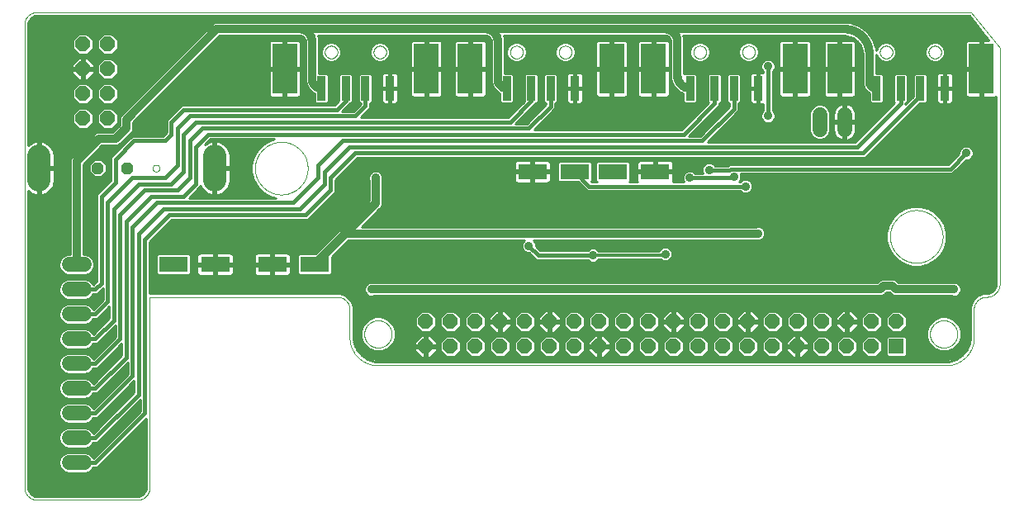
<source format=gbl>
G75*
%MOIN*%
%OFA0B0*%
%FSLAX25Y25*%
%IPPOS*%
%LPD*%
%AMOC8*
5,1,8,0,0,1.08239X$1,22.5*
%
%ADD10C,0.00000*%
%ADD11R,0.06000X0.06000*%
%ADD12OC8,0.06000*%
%ADD13R,0.11811X0.06299*%
%ADD14R,0.03543X0.09843*%
%ADD15R,0.09843X0.20276*%
%ADD16C,0.06000*%
%ADD17OC8,0.04756*%
%ADD18C,0.09449*%
%ADD19C,0.01000*%
%ADD20C,0.03562*%
%ADD21C,0.03200*%
%ADD22C,0.01600*%
%ADD23C,0.01200*%
D10*
X0009059Y0004256D02*
X0049643Y0004256D01*
X0049783Y0004258D01*
X0049923Y0004264D01*
X0050063Y0004274D01*
X0050203Y0004287D01*
X0050342Y0004305D01*
X0050481Y0004327D01*
X0050618Y0004352D01*
X0050756Y0004381D01*
X0050892Y0004414D01*
X0051027Y0004451D01*
X0051161Y0004492D01*
X0051294Y0004537D01*
X0051426Y0004585D01*
X0051556Y0004637D01*
X0051685Y0004692D01*
X0051812Y0004751D01*
X0051938Y0004814D01*
X0052062Y0004880D01*
X0052183Y0004949D01*
X0052303Y0005022D01*
X0052421Y0005099D01*
X0052536Y0005178D01*
X0052650Y0005261D01*
X0052760Y0005347D01*
X0052869Y0005436D01*
X0052975Y0005528D01*
X0053078Y0005623D01*
X0053179Y0005720D01*
X0053276Y0005821D01*
X0053371Y0005924D01*
X0053463Y0006030D01*
X0053552Y0006139D01*
X0053638Y0006249D01*
X0053721Y0006363D01*
X0053800Y0006478D01*
X0053877Y0006596D01*
X0053950Y0006716D01*
X0054019Y0006837D01*
X0054085Y0006961D01*
X0054148Y0007087D01*
X0054207Y0007214D01*
X0054262Y0007343D01*
X0054314Y0007473D01*
X0054362Y0007605D01*
X0054407Y0007738D01*
X0054448Y0007872D01*
X0054485Y0008007D01*
X0054518Y0008143D01*
X0054547Y0008281D01*
X0054572Y0008418D01*
X0054594Y0008557D01*
X0054612Y0008696D01*
X0054625Y0008836D01*
X0054635Y0008976D01*
X0054641Y0009116D01*
X0054643Y0009256D01*
X0054643Y0086146D01*
X0130358Y0086146D01*
X0130498Y0086144D01*
X0130638Y0086138D01*
X0130778Y0086128D01*
X0130918Y0086115D01*
X0131057Y0086097D01*
X0131196Y0086075D01*
X0131333Y0086050D01*
X0131471Y0086021D01*
X0131607Y0085988D01*
X0131742Y0085951D01*
X0131876Y0085910D01*
X0132009Y0085865D01*
X0132141Y0085817D01*
X0132271Y0085765D01*
X0132400Y0085710D01*
X0132527Y0085651D01*
X0132653Y0085588D01*
X0132777Y0085522D01*
X0132898Y0085453D01*
X0133018Y0085380D01*
X0133136Y0085303D01*
X0133251Y0085224D01*
X0133365Y0085141D01*
X0133475Y0085055D01*
X0133584Y0084966D01*
X0133690Y0084874D01*
X0133793Y0084779D01*
X0133894Y0084682D01*
X0133991Y0084581D01*
X0134086Y0084478D01*
X0134178Y0084372D01*
X0134267Y0084263D01*
X0134353Y0084153D01*
X0134436Y0084039D01*
X0134515Y0083924D01*
X0134592Y0083806D01*
X0134665Y0083686D01*
X0134734Y0083565D01*
X0134800Y0083441D01*
X0134863Y0083315D01*
X0134922Y0083188D01*
X0134977Y0083059D01*
X0135029Y0082929D01*
X0135077Y0082797D01*
X0135122Y0082664D01*
X0135163Y0082530D01*
X0135200Y0082395D01*
X0135233Y0082259D01*
X0135262Y0082121D01*
X0135287Y0081984D01*
X0135309Y0081845D01*
X0135327Y0081706D01*
X0135340Y0081566D01*
X0135350Y0081426D01*
X0135356Y0081286D01*
X0135358Y0081146D01*
X0135358Y0069217D01*
X0135359Y0069216D02*
X0135376Y0068945D01*
X0135400Y0068675D01*
X0135431Y0068405D01*
X0135468Y0068136D01*
X0135512Y0067868D01*
X0135562Y0067601D01*
X0135618Y0067336D01*
X0135681Y0067072D01*
X0135750Y0066809D01*
X0135826Y0066548D01*
X0135908Y0066289D01*
X0135996Y0066033D01*
X0136090Y0065778D01*
X0136191Y0065526D01*
X0136297Y0065276D01*
X0136410Y0065029D01*
X0136528Y0064785D01*
X0136652Y0064543D01*
X0136782Y0064305D01*
X0136918Y0064070D01*
X0137060Y0063838D01*
X0137207Y0063610D01*
X0137359Y0063385D01*
X0137517Y0063164D01*
X0137680Y0062947D01*
X0137849Y0062734D01*
X0138022Y0062525D01*
X0138200Y0062320D01*
X0138384Y0062120D01*
X0138572Y0061924D01*
X0138765Y0061733D01*
X0138962Y0061547D01*
X0139164Y0061365D01*
X0139370Y0061188D01*
X0139580Y0061017D01*
X0139795Y0060850D01*
X0140013Y0060689D01*
X0140236Y0060533D01*
X0140462Y0060382D01*
X0140691Y0060237D01*
X0140924Y0060098D01*
X0141160Y0059964D01*
X0141400Y0059836D01*
X0141642Y0059714D01*
X0141887Y0059597D01*
X0142136Y0059487D01*
X0142386Y0059383D01*
X0142639Y0059284D01*
X0142895Y0059192D01*
X0143152Y0059106D01*
X0143412Y0059027D01*
X0143673Y0058953D01*
X0143936Y0058886D01*
X0144201Y0058826D01*
X0144467Y0058771D01*
X0144734Y0058723D01*
X0145003Y0058682D01*
X0145272Y0058647D01*
X0145542Y0058619D01*
X0145813Y0058597D01*
X0146084Y0058582D01*
X0146355Y0058573D01*
X0146627Y0058571D01*
X0146898Y0058576D01*
X0147170Y0058587D01*
X0147169Y0058587D02*
X0375516Y0058587D01*
X0375515Y0058587D02*
X0375787Y0058576D01*
X0376058Y0058571D01*
X0376330Y0058573D01*
X0376601Y0058582D01*
X0376872Y0058597D01*
X0377143Y0058619D01*
X0377413Y0058647D01*
X0377682Y0058682D01*
X0377951Y0058723D01*
X0378218Y0058771D01*
X0378484Y0058826D01*
X0378749Y0058886D01*
X0379012Y0058953D01*
X0379273Y0059027D01*
X0379533Y0059106D01*
X0379790Y0059192D01*
X0380046Y0059284D01*
X0380299Y0059383D01*
X0380549Y0059487D01*
X0380798Y0059597D01*
X0381043Y0059714D01*
X0381285Y0059836D01*
X0381525Y0059964D01*
X0381761Y0060098D01*
X0381994Y0060237D01*
X0382223Y0060382D01*
X0382449Y0060533D01*
X0382672Y0060689D01*
X0382890Y0060850D01*
X0383105Y0061017D01*
X0383315Y0061188D01*
X0383521Y0061365D01*
X0383723Y0061547D01*
X0383920Y0061733D01*
X0384113Y0061924D01*
X0384301Y0062120D01*
X0384485Y0062320D01*
X0384663Y0062525D01*
X0384836Y0062734D01*
X0385005Y0062947D01*
X0385168Y0063164D01*
X0385326Y0063385D01*
X0385478Y0063610D01*
X0385625Y0063838D01*
X0385767Y0064070D01*
X0385903Y0064305D01*
X0386033Y0064543D01*
X0386157Y0064785D01*
X0386275Y0065029D01*
X0386388Y0065276D01*
X0386494Y0065526D01*
X0386595Y0065778D01*
X0386689Y0066033D01*
X0386777Y0066289D01*
X0386859Y0066548D01*
X0386935Y0066809D01*
X0387004Y0067072D01*
X0387067Y0067336D01*
X0387123Y0067601D01*
X0387173Y0067868D01*
X0387217Y0068136D01*
X0387254Y0068405D01*
X0387285Y0068675D01*
X0387309Y0068945D01*
X0387326Y0069216D01*
X0387327Y0069217D02*
X0387327Y0081146D01*
X0387329Y0081286D01*
X0387335Y0081426D01*
X0387345Y0081566D01*
X0387358Y0081706D01*
X0387376Y0081845D01*
X0387398Y0081984D01*
X0387423Y0082121D01*
X0387452Y0082259D01*
X0387485Y0082395D01*
X0387522Y0082530D01*
X0387563Y0082664D01*
X0387608Y0082797D01*
X0387656Y0082929D01*
X0387708Y0083059D01*
X0387763Y0083188D01*
X0387822Y0083315D01*
X0387885Y0083441D01*
X0387951Y0083565D01*
X0388020Y0083686D01*
X0388093Y0083806D01*
X0388170Y0083924D01*
X0388249Y0084039D01*
X0388332Y0084153D01*
X0388418Y0084263D01*
X0388507Y0084372D01*
X0388599Y0084478D01*
X0388694Y0084581D01*
X0388791Y0084682D01*
X0388892Y0084779D01*
X0388995Y0084874D01*
X0389101Y0084966D01*
X0389210Y0085055D01*
X0389320Y0085141D01*
X0389434Y0085224D01*
X0389549Y0085303D01*
X0389667Y0085380D01*
X0389787Y0085453D01*
X0389908Y0085522D01*
X0390032Y0085588D01*
X0390158Y0085651D01*
X0390285Y0085710D01*
X0390414Y0085765D01*
X0390544Y0085817D01*
X0390676Y0085865D01*
X0390809Y0085910D01*
X0390943Y0085951D01*
X0391078Y0085988D01*
X0391214Y0086021D01*
X0391352Y0086050D01*
X0391489Y0086075D01*
X0391628Y0086097D01*
X0391767Y0086115D01*
X0391907Y0086128D01*
X0392047Y0086138D01*
X0392187Y0086144D01*
X0392327Y0086146D01*
X0392471Y0086145D01*
X0392615Y0086148D01*
X0392759Y0086155D01*
X0392903Y0086167D01*
X0393047Y0086181D01*
X0393190Y0086200D01*
X0393332Y0086223D01*
X0393474Y0086249D01*
X0393615Y0086280D01*
X0393756Y0086314D01*
X0393895Y0086352D01*
X0394033Y0086393D01*
X0394170Y0086439D01*
X0394306Y0086488D01*
X0394440Y0086541D01*
X0394573Y0086597D01*
X0394704Y0086657D01*
X0394834Y0086720D01*
X0394962Y0086787D01*
X0395088Y0086858D01*
X0395212Y0086932D01*
X0395334Y0087009D01*
X0395453Y0087089D01*
X0395571Y0087173D01*
X0395686Y0087260D01*
X0395799Y0087349D01*
X0395910Y0087442D01*
X0396018Y0087538D01*
X0396123Y0087637D01*
X0396225Y0087738D01*
X0396325Y0087843D01*
X0396422Y0087950D01*
X0396516Y0088059D01*
X0396607Y0088171D01*
X0396695Y0088286D01*
X0396780Y0088402D01*
X0396861Y0088522D01*
X0396940Y0088643D01*
X0397015Y0088766D01*
X0397086Y0088891D01*
X0397155Y0089018D01*
X0397219Y0089147D01*
X0397281Y0089278D01*
X0397338Y0089410D01*
X0397392Y0089544D01*
X0397443Y0089679D01*
X0397490Y0089816D01*
X0397533Y0089954D01*
X0397572Y0090093D01*
X0397607Y0090232D01*
X0397639Y0090373D01*
X0397667Y0090515D01*
X0397691Y0090657D01*
X0397711Y0090800D01*
X0397728Y0090943D01*
X0397740Y0091087D01*
X0397748Y0091231D01*
X0397753Y0091376D01*
X0397753Y0091375D02*
X0397753Y0186736D01*
X0386146Y0201106D01*
X0009059Y0201106D01*
X0008919Y0201104D01*
X0008779Y0201098D01*
X0008639Y0201088D01*
X0008499Y0201075D01*
X0008360Y0201057D01*
X0008221Y0201035D01*
X0008084Y0201010D01*
X0007946Y0200981D01*
X0007810Y0200948D01*
X0007675Y0200911D01*
X0007541Y0200870D01*
X0007408Y0200825D01*
X0007276Y0200777D01*
X0007146Y0200725D01*
X0007017Y0200670D01*
X0006890Y0200611D01*
X0006764Y0200548D01*
X0006640Y0200482D01*
X0006519Y0200413D01*
X0006399Y0200340D01*
X0006281Y0200263D01*
X0006166Y0200184D01*
X0006052Y0200101D01*
X0005942Y0200015D01*
X0005833Y0199926D01*
X0005727Y0199834D01*
X0005624Y0199739D01*
X0005523Y0199642D01*
X0005426Y0199541D01*
X0005331Y0199438D01*
X0005239Y0199332D01*
X0005150Y0199223D01*
X0005064Y0199113D01*
X0004981Y0198999D01*
X0004902Y0198884D01*
X0004825Y0198766D01*
X0004752Y0198646D01*
X0004683Y0198525D01*
X0004617Y0198401D01*
X0004554Y0198275D01*
X0004495Y0198148D01*
X0004440Y0198019D01*
X0004388Y0197889D01*
X0004340Y0197757D01*
X0004295Y0197624D01*
X0004254Y0197490D01*
X0004217Y0197355D01*
X0004184Y0197219D01*
X0004155Y0197081D01*
X0004130Y0196944D01*
X0004108Y0196805D01*
X0004090Y0196666D01*
X0004077Y0196526D01*
X0004067Y0196386D01*
X0004061Y0196246D01*
X0004059Y0196106D01*
X0004059Y0009256D01*
X0004061Y0009116D01*
X0004067Y0008976D01*
X0004077Y0008836D01*
X0004090Y0008696D01*
X0004108Y0008557D01*
X0004130Y0008418D01*
X0004155Y0008281D01*
X0004184Y0008143D01*
X0004217Y0008007D01*
X0004254Y0007872D01*
X0004295Y0007738D01*
X0004340Y0007605D01*
X0004388Y0007473D01*
X0004440Y0007343D01*
X0004495Y0007214D01*
X0004554Y0007087D01*
X0004617Y0006961D01*
X0004683Y0006837D01*
X0004752Y0006716D01*
X0004825Y0006596D01*
X0004902Y0006478D01*
X0004981Y0006363D01*
X0005064Y0006249D01*
X0005150Y0006139D01*
X0005239Y0006030D01*
X0005331Y0005924D01*
X0005426Y0005821D01*
X0005523Y0005720D01*
X0005624Y0005623D01*
X0005727Y0005528D01*
X0005833Y0005436D01*
X0005942Y0005347D01*
X0006052Y0005261D01*
X0006166Y0005178D01*
X0006281Y0005099D01*
X0006399Y0005022D01*
X0006519Y0004949D01*
X0006640Y0004880D01*
X0006764Y0004814D01*
X0006890Y0004751D01*
X0007017Y0004692D01*
X0007146Y0004637D01*
X0007276Y0004585D01*
X0007408Y0004537D01*
X0007541Y0004492D01*
X0007675Y0004451D01*
X0007810Y0004414D01*
X0007946Y0004381D01*
X0008084Y0004352D01*
X0008221Y0004327D01*
X0008360Y0004305D01*
X0008499Y0004287D01*
X0008639Y0004274D01*
X0008779Y0004264D01*
X0008919Y0004258D01*
X0009059Y0004256D01*
X0141264Y0071185D02*
X0141266Y0071333D01*
X0141272Y0071481D01*
X0141282Y0071629D01*
X0141296Y0071776D01*
X0141314Y0071923D01*
X0141335Y0072069D01*
X0141361Y0072215D01*
X0141391Y0072360D01*
X0141424Y0072504D01*
X0141462Y0072647D01*
X0141503Y0072789D01*
X0141548Y0072930D01*
X0141596Y0073070D01*
X0141649Y0073209D01*
X0141705Y0073346D01*
X0141765Y0073481D01*
X0141828Y0073615D01*
X0141895Y0073747D01*
X0141966Y0073877D01*
X0142040Y0074005D01*
X0142117Y0074131D01*
X0142198Y0074255D01*
X0142282Y0074377D01*
X0142369Y0074496D01*
X0142460Y0074613D01*
X0142554Y0074728D01*
X0142650Y0074840D01*
X0142750Y0074950D01*
X0142852Y0075056D01*
X0142958Y0075160D01*
X0143066Y0075261D01*
X0143177Y0075359D01*
X0143290Y0075455D01*
X0143406Y0075547D01*
X0143524Y0075636D01*
X0143645Y0075721D01*
X0143768Y0075804D01*
X0143893Y0075883D01*
X0144020Y0075959D01*
X0144149Y0076031D01*
X0144280Y0076100D01*
X0144413Y0076165D01*
X0144548Y0076226D01*
X0144684Y0076284D01*
X0144821Y0076339D01*
X0144960Y0076389D01*
X0145101Y0076436D01*
X0145242Y0076479D01*
X0145385Y0076519D01*
X0145529Y0076554D01*
X0145673Y0076586D01*
X0145819Y0076613D01*
X0145965Y0076637D01*
X0146112Y0076657D01*
X0146259Y0076673D01*
X0146406Y0076685D01*
X0146554Y0076693D01*
X0146702Y0076697D01*
X0146850Y0076697D01*
X0146998Y0076693D01*
X0147146Y0076685D01*
X0147293Y0076673D01*
X0147440Y0076657D01*
X0147587Y0076637D01*
X0147733Y0076613D01*
X0147879Y0076586D01*
X0148023Y0076554D01*
X0148167Y0076519D01*
X0148310Y0076479D01*
X0148451Y0076436D01*
X0148592Y0076389D01*
X0148731Y0076339D01*
X0148868Y0076284D01*
X0149004Y0076226D01*
X0149139Y0076165D01*
X0149272Y0076100D01*
X0149403Y0076031D01*
X0149532Y0075959D01*
X0149659Y0075883D01*
X0149784Y0075804D01*
X0149907Y0075721D01*
X0150028Y0075636D01*
X0150146Y0075547D01*
X0150262Y0075455D01*
X0150375Y0075359D01*
X0150486Y0075261D01*
X0150594Y0075160D01*
X0150700Y0075056D01*
X0150802Y0074950D01*
X0150902Y0074840D01*
X0150998Y0074728D01*
X0151092Y0074613D01*
X0151183Y0074496D01*
X0151270Y0074377D01*
X0151354Y0074255D01*
X0151435Y0074131D01*
X0151512Y0074005D01*
X0151586Y0073877D01*
X0151657Y0073747D01*
X0151724Y0073615D01*
X0151787Y0073481D01*
X0151847Y0073346D01*
X0151903Y0073209D01*
X0151956Y0073070D01*
X0152004Y0072930D01*
X0152049Y0072789D01*
X0152090Y0072647D01*
X0152128Y0072504D01*
X0152161Y0072360D01*
X0152191Y0072215D01*
X0152217Y0072069D01*
X0152238Y0071923D01*
X0152256Y0071776D01*
X0152270Y0071629D01*
X0152280Y0071481D01*
X0152286Y0071333D01*
X0152288Y0071185D01*
X0152286Y0071037D01*
X0152280Y0070889D01*
X0152270Y0070741D01*
X0152256Y0070594D01*
X0152238Y0070447D01*
X0152217Y0070301D01*
X0152191Y0070155D01*
X0152161Y0070010D01*
X0152128Y0069866D01*
X0152090Y0069723D01*
X0152049Y0069581D01*
X0152004Y0069440D01*
X0151956Y0069300D01*
X0151903Y0069161D01*
X0151847Y0069024D01*
X0151787Y0068889D01*
X0151724Y0068755D01*
X0151657Y0068623D01*
X0151586Y0068493D01*
X0151512Y0068365D01*
X0151435Y0068239D01*
X0151354Y0068115D01*
X0151270Y0067993D01*
X0151183Y0067874D01*
X0151092Y0067757D01*
X0150998Y0067642D01*
X0150902Y0067530D01*
X0150802Y0067420D01*
X0150700Y0067314D01*
X0150594Y0067210D01*
X0150486Y0067109D01*
X0150375Y0067011D01*
X0150262Y0066915D01*
X0150146Y0066823D01*
X0150028Y0066734D01*
X0149907Y0066649D01*
X0149784Y0066566D01*
X0149659Y0066487D01*
X0149532Y0066411D01*
X0149403Y0066339D01*
X0149272Y0066270D01*
X0149139Y0066205D01*
X0149004Y0066144D01*
X0148868Y0066086D01*
X0148731Y0066031D01*
X0148592Y0065981D01*
X0148451Y0065934D01*
X0148310Y0065891D01*
X0148167Y0065851D01*
X0148023Y0065816D01*
X0147879Y0065784D01*
X0147733Y0065757D01*
X0147587Y0065733D01*
X0147440Y0065713D01*
X0147293Y0065697D01*
X0147146Y0065685D01*
X0146998Y0065677D01*
X0146850Y0065673D01*
X0146702Y0065673D01*
X0146554Y0065677D01*
X0146406Y0065685D01*
X0146259Y0065697D01*
X0146112Y0065713D01*
X0145965Y0065733D01*
X0145819Y0065757D01*
X0145673Y0065784D01*
X0145529Y0065816D01*
X0145385Y0065851D01*
X0145242Y0065891D01*
X0145101Y0065934D01*
X0144960Y0065981D01*
X0144821Y0066031D01*
X0144684Y0066086D01*
X0144548Y0066144D01*
X0144413Y0066205D01*
X0144280Y0066270D01*
X0144149Y0066339D01*
X0144020Y0066411D01*
X0143893Y0066487D01*
X0143768Y0066566D01*
X0143645Y0066649D01*
X0143524Y0066734D01*
X0143406Y0066823D01*
X0143290Y0066915D01*
X0143177Y0067011D01*
X0143066Y0067109D01*
X0142958Y0067210D01*
X0142852Y0067314D01*
X0142750Y0067420D01*
X0142650Y0067530D01*
X0142554Y0067642D01*
X0142460Y0067757D01*
X0142369Y0067874D01*
X0142282Y0067993D01*
X0142198Y0068115D01*
X0142117Y0068239D01*
X0142040Y0068365D01*
X0141966Y0068493D01*
X0141895Y0068623D01*
X0141828Y0068755D01*
X0141765Y0068889D01*
X0141705Y0069024D01*
X0141649Y0069161D01*
X0141596Y0069300D01*
X0141548Y0069440D01*
X0141503Y0069581D01*
X0141462Y0069723D01*
X0141424Y0069866D01*
X0141391Y0070010D01*
X0141361Y0070155D01*
X0141335Y0070301D01*
X0141314Y0070447D01*
X0141296Y0070594D01*
X0141282Y0070741D01*
X0141272Y0070889D01*
X0141266Y0071037D01*
X0141264Y0071185D01*
X0097169Y0138114D02*
X0097172Y0138375D01*
X0097182Y0138636D01*
X0097198Y0138896D01*
X0097220Y0139156D01*
X0097249Y0139415D01*
X0097284Y0139674D01*
X0097325Y0139931D01*
X0097373Y0140188D01*
X0097427Y0140443D01*
X0097488Y0140697D01*
X0097554Y0140949D01*
X0097627Y0141200D01*
X0097706Y0141448D01*
X0097790Y0141695D01*
X0097881Y0141940D01*
X0097978Y0142182D01*
X0098081Y0142422D01*
X0098190Y0142659D01*
X0098304Y0142893D01*
X0098424Y0143125D01*
X0098550Y0143354D01*
X0098681Y0143579D01*
X0098818Y0143801D01*
X0098960Y0144020D01*
X0099108Y0144235D01*
X0099261Y0144446D01*
X0099419Y0144654D01*
X0099582Y0144858D01*
X0099750Y0145057D01*
X0099923Y0145253D01*
X0100100Y0145444D01*
X0100282Y0145631D01*
X0100469Y0145813D01*
X0100660Y0145990D01*
X0100856Y0146163D01*
X0101055Y0146331D01*
X0101259Y0146494D01*
X0101467Y0146652D01*
X0101678Y0146805D01*
X0101893Y0146953D01*
X0102112Y0147095D01*
X0102334Y0147232D01*
X0102559Y0147363D01*
X0102788Y0147489D01*
X0103020Y0147609D01*
X0103254Y0147723D01*
X0103491Y0147832D01*
X0103731Y0147935D01*
X0103973Y0148032D01*
X0104218Y0148123D01*
X0104465Y0148207D01*
X0104713Y0148286D01*
X0104964Y0148359D01*
X0105216Y0148425D01*
X0105470Y0148486D01*
X0105725Y0148540D01*
X0105982Y0148588D01*
X0106239Y0148629D01*
X0106498Y0148664D01*
X0106757Y0148693D01*
X0107017Y0148715D01*
X0107277Y0148731D01*
X0107538Y0148741D01*
X0107799Y0148744D01*
X0108060Y0148741D01*
X0108321Y0148731D01*
X0108581Y0148715D01*
X0108841Y0148693D01*
X0109100Y0148664D01*
X0109359Y0148629D01*
X0109616Y0148588D01*
X0109873Y0148540D01*
X0110128Y0148486D01*
X0110382Y0148425D01*
X0110634Y0148359D01*
X0110885Y0148286D01*
X0111133Y0148207D01*
X0111380Y0148123D01*
X0111625Y0148032D01*
X0111867Y0147935D01*
X0112107Y0147832D01*
X0112344Y0147723D01*
X0112578Y0147609D01*
X0112810Y0147489D01*
X0113039Y0147363D01*
X0113264Y0147232D01*
X0113486Y0147095D01*
X0113705Y0146953D01*
X0113920Y0146805D01*
X0114131Y0146652D01*
X0114339Y0146494D01*
X0114543Y0146331D01*
X0114742Y0146163D01*
X0114938Y0145990D01*
X0115129Y0145813D01*
X0115316Y0145631D01*
X0115498Y0145444D01*
X0115675Y0145253D01*
X0115848Y0145057D01*
X0116016Y0144858D01*
X0116179Y0144654D01*
X0116337Y0144446D01*
X0116490Y0144235D01*
X0116638Y0144020D01*
X0116780Y0143801D01*
X0116917Y0143579D01*
X0117048Y0143354D01*
X0117174Y0143125D01*
X0117294Y0142893D01*
X0117408Y0142659D01*
X0117517Y0142422D01*
X0117620Y0142182D01*
X0117717Y0141940D01*
X0117808Y0141695D01*
X0117892Y0141448D01*
X0117971Y0141200D01*
X0118044Y0140949D01*
X0118110Y0140697D01*
X0118171Y0140443D01*
X0118225Y0140188D01*
X0118273Y0139931D01*
X0118314Y0139674D01*
X0118349Y0139415D01*
X0118378Y0139156D01*
X0118400Y0138896D01*
X0118416Y0138636D01*
X0118426Y0138375D01*
X0118429Y0138114D01*
X0118426Y0137853D01*
X0118416Y0137592D01*
X0118400Y0137332D01*
X0118378Y0137072D01*
X0118349Y0136813D01*
X0118314Y0136554D01*
X0118273Y0136297D01*
X0118225Y0136040D01*
X0118171Y0135785D01*
X0118110Y0135531D01*
X0118044Y0135279D01*
X0117971Y0135028D01*
X0117892Y0134780D01*
X0117808Y0134533D01*
X0117717Y0134288D01*
X0117620Y0134046D01*
X0117517Y0133806D01*
X0117408Y0133569D01*
X0117294Y0133335D01*
X0117174Y0133103D01*
X0117048Y0132874D01*
X0116917Y0132649D01*
X0116780Y0132427D01*
X0116638Y0132208D01*
X0116490Y0131993D01*
X0116337Y0131782D01*
X0116179Y0131574D01*
X0116016Y0131370D01*
X0115848Y0131171D01*
X0115675Y0130975D01*
X0115498Y0130784D01*
X0115316Y0130597D01*
X0115129Y0130415D01*
X0114938Y0130238D01*
X0114742Y0130065D01*
X0114543Y0129897D01*
X0114339Y0129734D01*
X0114131Y0129576D01*
X0113920Y0129423D01*
X0113705Y0129275D01*
X0113486Y0129133D01*
X0113264Y0128996D01*
X0113039Y0128865D01*
X0112810Y0128739D01*
X0112578Y0128619D01*
X0112344Y0128505D01*
X0112107Y0128396D01*
X0111867Y0128293D01*
X0111625Y0128196D01*
X0111380Y0128105D01*
X0111133Y0128021D01*
X0110885Y0127942D01*
X0110634Y0127869D01*
X0110382Y0127803D01*
X0110128Y0127742D01*
X0109873Y0127688D01*
X0109616Y0127640D01*
X0109359Y0127599D01*
X0109100Y0127564D01*
X0108841Y0127535D01*
X0108581Y0127513D01*
X0108321Y0127497D01*
X0108060Y0127487D01*
X0107799Y0127484D01*
X0107538Y0127487D01*
X0107277Y0127497D01*
X0107017Y0127513D01*
X0106757Y0127535D01*
X0106498Y0127564D01*
X0106239Y0127599D01*
X0105982Y0127640D01*
X0105725Y0127688D01*
X0105470Y0127742D01*
X0105216Y0127803D01*
X0104964Y0127869D01*
X0104713Y0127942D01*
X0104465Y0128021D01*
X0104218Y0128105D01*
X0103973Y0128196D01*
X0103731Y0128293D01*
X0103491Y0128396D01*
X0103254Y0128505D01*
X0103020Y0128619D01*
X0102788Y0128739D01*
X0102559Y0128865D01*
X0102334Y0128996D01*
X0102112Y0129133D01*
X0101893Y0129275D01*
X0101678Y0129423D01*
X0101467Y0129576D01*
X0101259Y0129734D01*
X0101055Y0129897D01*
X0100856Y0130065D01*
X0100660Y0130238D01*
X0100469Y0130415D01*
X0100282Y0130597D01*
X0100100Y0130784D01*
X0099923Y0130975D01*
X0099750Y0131171D01*
X0099582Y0131370D01*
X0099419Y0131574D01*
X0099261Y0131782D01*
X0099108Y0131993D01*
X0098960Y0132208D01*
X0098818Y0132427D01*
X0098681Y0132649D01*
X0098550Y0132874D01*
X0098424Y0133103D01*
X0098304Y0133335D01*
X0098190Y0133569D01*
X0098081Y0133806D01*
X0097978Y0134046D01*
X0097881Y0134288D01*
X0097790Y0134533D01*
X0097706Y0134780D01*
X0097627Y0135028D01*
X0097554Y0135279D01*
X0097488Y0135531D01*
X0097427Y0135785D01*
X0097373Y0136040D01*
X0097325Y0136297D01*
X0097284Y0136554D01*
X0097249Y0136813D01*
X0097220Y0137072D01*
X0097198Y0137332D01*
X0097182Y0137592D01*
X0097172Y0137853D01*
X0097169Y0138114D01*
X0055824Y0138114D02*
X0055826Y0138188D01*
X0055832Y0138262D01*
X0055842Y0138335D01*
X0055856Y0138408D01*
X0055873Y0138480D01*
X0055895Y0138550D01*
X0055920Y0138620D01*
X0055949Y0138688D01*
X0055982Y0138754D01*
X0056018Y0138819D01*
X0056058Y0138881D01*
X0056100Y0138942D01*
X0056146Y0139000D01*
X0056195Y0139055D01*
X0056247Y0139108D01*
X0056302Y0139158D01*
X0056359Y0139204D01*
X0056419Y0139248D01*
X0056481Y0139288D01*
X0056545Y0139325D01*
X0056611Y0139359D01*
X0056679Y0139389D01*
X0056748Y0139415D01*
X0056819Y0139438D01*
X0056890Y0139456D01*
X0056963Y0139471D01*
X0057036Y0139482D01*
X0057110Y0139489D01*
X0057184Y0139492D01*
X0057257Y0139491D01*
X0057331Y0139486D01*
X0057405Y0139477D01*
X0057478Y0139464D01*
X0057550Y0139447D01*
X0057621Y0139427D01*
X0057691Y0139402D01*
X0057759Y0139374D01*
X0057826Y0139343D01*
X0057891Y0139307D01*
X0057954Y0139269D01*
X0058015Y0139227D01*
X0058074Y0139181D01*
X0058130Y0139133D01*
X0058183Y0139082D01*
X0058233Y0139028D01*
X0058281Y0138971D01*
X0058325Y0138912D01*
X0058367Y0138850D01*
X0058405Y0138787D01*
X0058439Y0138721D01*
X0058470Y0138654D01*
X0058497Y0138585D01*
X0058520Y0138515D01*
X0058540Y0138444D01*
X0058556Y0138371D01*
X0058568Y0138298D01*
X0058576Y0138225D01*
X0058580Y0138151D01*
X0058580Y0138077D01*
X0058576Y0138003D01*
X0058568Y0137930D01*
X0058556Y0137857D01*
X0058540Y0137784D01*
X0058520Y0137713D01*
X0058497Y0137643D01*
X0058470Y0137574D01*
X0058439Y0137507D01*
X0058405Y0137441D01*
X0058367Y0137378D01*
X0058325Y0137316D01*
X0058281Y0137257D01*
X0058233Y0137200D01*
X0058183Y0137146D01*
X0058130Y0137095D01*
X0058074Y0137047D01*
X0058015Y0137001D01*
X0057954Y0136959D01*
X0057891Y0136921D01*
X0057826Y0136885D01*
X0057759Y0136854D01*
X0057691Y0136826D01*
X0057621Y0136801D01*
X0057550Y0136781D01*
X0057478Y0136764D01*
X0057405Y0136751D01*
X0057331Y0136742D01*
X0057257Y0136737D01*
X0057184Y0136736D01*
X0057110Y0136739D01*
X0057036Y0136746D01*
X0056963Y0136757D01*
X0056890Y0136772D01*
X0056819Y0136790D01*
X0056748Y0136813D01*
X0056679Y0136839D01*
X0056611Y0136869D01*
X0056545Y0136903D01*
X0056481Y0136940D01*
X0056419Y0136980D01*
X0056359Y0137024D01*
X0056302Y0137070D01*
X0056247Y0137120D01*
X0056195Y0137173D01*
X0056146Y0137228D01*
X0056100Y0137286D01*
X0056058Y0137347D01*
X0056018Y0137409D01*
X0055982Y0137474D01*
X0055949Y0137540D01*
X0055920Y0137608D01*
X0055895Y0137678D01*
X0055873Y0137748D01*
X0055856Y0137820D01*
X0055842Y0137893D01*
X0055832Y0137966D01*
X0055826Y0138040D01*
X0055824Y0138114D01*
X0125319Y0184965D02*
X0125321Y0185066D01*
X0125327Y0185167D01*
X0125337Y0185268D01*
X0125351Y0185368D01*
X0125369Y0185467D01*
X0125391Y0185566D01*
X0125416Y0185664D01*
X0125446Y0185761D01*
X0125479Y0185856D01*
X0125516Y0185950D01*
X0125557Y0186043D01*
X0125601Y0186134D01*
X0125649Y0186223D01*
X0125701Y0186310D01*
X0125756Y0186395D01*
X0125814Y0186477D01*
X0125875Y0186558D01*
X0125940Y0186636D01*
X0126007Y0186711D01*
X0126077Y0186783D01*
X0126151Y0186853D01*
X0126227Y0186920D01*
X0126305Y0186984D01*
X0126386Y0187044D01*
X0126469Y0187101D01*
X0126555Y0187155D01*
X0126643Y0187206D01*
X0126732Y0187253D01*
X0126823Y0187297D01*
X0126916Y0187336D01*
X0127011Y0187373D01*
X0127106Y0187405D01*
X0127203Y0187434D01*
X0127302Y0187458D01*
X0127400Y0187479D01*
X0127500Y0187496D01*
X0127600Y0187509D01*
X0127701Y0187518D01*
X0127802Y0187523D01*
X0127903Y0187524D01*
X0128004Y0187521D01*
X0128105Y0187514D01*
X0128206Y0187503D01*
X0128306Y0187488D01*
X0128405Y0187469D01*
X0128504Y0187446D01*
X0128601Y0187420D01*
X0128698Y0187389D01*
X0128793Y0187355D01*
X0128886Y0187317D01*
X0128979Y0187275D01*
X0129069Y0187230D01*
X0129158Y0187181D01*
X0129244Y0187129D01*
X0129328Y0187073D01*
X0129411Y0187014D01*
X0129490Y0186952D01*
X0129568Y0186887D01*
X0129642Y0186819D01*
X0129714Y0186747D01*
X0129783Y0186674D01*
X0129849Y0186597D01*
X0129912Y0186518D01*
X0129972Y0186436D01*
X0130028Y0186352D01*
X0130081Y0186266D01*
X0130131Y0186178D01*
X0130177Y0186088D01*
X0130220Y0185997D01*
X0130259Y0185903D01*
X0130294Y0185808D01*
X0130325Y0185712D01*
X0130353Y0185615D01*
X0130377Y0185517D01*
X0130397Y0185418D01*
X0130413Y0185318D01*
X0130425Y0185217D01*
X0130433Y0185117D01*
X0130437Y0185016D01*
X0130437Y0184914D01*
X0130433Y0184813D01*
X0130425Y0184713D01*
X0130413Y0184612D01*
X0130397Y0184512D01*
X0130377Y0184413D01*
X0130353Y0184315D01*
X0130325Y0184218D01*
X0130294Y0184122D01*
X0130259Y0184027D01*
X0130220Y0183933D01*
X0130177Y0183842D01*
X0130131Y0183752D01*
X0130081Y0183664D01*
X0130028Y0183578D01*
X0129972Y0183494D01*
X0129912Y0183412D01*
X0129849Y0183333D01*
X0129783Y0183256D01*
X0129714Y0183183D01*
X0129642Y0183111D01*
X0129568Y0183043D01*
X0129490Y0182978D01*
X0129411Y0182916D01*
X0129328Y0182857D01*
X0129244Y0182801D01*
X0129157Y0182749D01*
X0129069Y0182700D01*
X0128979Y0182655D01*
X0128886Y0182613D01*
X0128793Y0182575D01*
X0128698Y0182541D01*
X0128601Y0182510D01*
X0128504Y0182484D01*
X0128405Y0182461D01*
X0128306Y0182442D01*
X0128206Y0182427D01*
X0128105Y0182416D01*
X0128004Y0182409D01*
X0127903Y0182406D01*
X0127802Y0182407D01*
X0127701Y0182412D01*
X0127600Y0182421D01*
X0127500Y0182434D01*
X0127400Y0182451D01*
X0127302Y0182472D01*
X0127203Y0182496D01*
X0127106Y0182525D01*
X0127011Y0182557D01*
X0126916Y0182594D01*
X0126823Y0182633D01*
X0126732Y0182677D01*
X0126643Y0182724D01*
X0126555Y0182775D01*
X0126469Y0182829D01*
X0126386Y0182886D01*
X0126305Y0182946D01*
X0126227Y0183010D01*
X0126151Y0183077D01*
X0126077Y0183147D01*
X0126007Y0183219D01*
X0125940Y0183294D01*
X0125875Y0183372D01*
X0125814Y0183453D01*
X0125756Y0183535D01*
X0125701Y0183620D01*
X0125649Y0183707D01*
X0125601Y0183796D01*
X0125557Y0183887D01*
X0125516Y0183980D01*
X0125479Y0184074D01*
X0125446Y0184169D01*
X0125416Y0184266D01*
X0125391Y0184364D01*
X0125369Y0184463D01*
X0125351Y0184562D01*
X0125337Y0184662D01*
X0125327Y0184763D01*
X0125321Y0184864D01*
X0125319Y0184965D01*
X0145004Y0184965D02*
X0145006Y0185066D01*
X0145012Y0185167D01*
X0145022Y0185268D01*
X0145036Y0185368D01*
X0145054Y0185467D01*
X0145076Y0185566D01*
X0145101Y0185664D01*
X0145131Y0185761D01*
X0145164Y0185856D01*
X0145201Y0185950D01*
X0145242Y0186043D01*
X0145286Y0186134D01*
X0145334Y0186223D01*
X0145386Y0186310D01*
X0145441Y0186395D01*
X0145499Y0186477D01*
X0145560Y0186558D01*
X0145625Y0186636D01*
X0145692Y0186711D01*
X0145762Y0186783D01*
X0145836Y0186853D01*
X0145912Y0186920D01*
X0145990Y0186984D01*
X0146071Y0187044D01*
X0146154Y0187101D01*
X0146240Y0187155D01*
X0146328Y0187206D01*
X0146417Y0187253D01*
X0146508Y0187297D01*
X0146601Y0187336D01*
X0146696Y0187373D01*
X0146791Y0187405D01*
X0146888Y0187434D01*
X0146987Y0187458D01*
X0147085Y0187479D01*
X0147185Y0187496D01*
X0147285Y0187509D01*
X0147386Y0187518D01*
X0147487Y0187523D01*
X0147588Y0187524D01*
X0147689Y0187521D01*
X0147790Y0187514D01*
X0147891Y0187503D01*
X0147991Y0187488D01*
X0148090Y0187469D01*
X0148189Y0187446D01*
X0148286Y0187420D01*
X0148383Y0187389D01*
X0148478Y0187355D01*
X0148571Y0187317D01*
X0148664Y0187275D01*
X0148754Y0187230D01*
X0148843Y0187181D01*
X0148929Y0187129D01*
X0149013Y0187073D01*
X0149096Y0187014D01*
X0149175Y0186952D01*
X0149253Y0186887D01*
X0149327Y0186819D01*
X0149399Y0186747D01*
X0149468Y0186674D01*
X0149534Y0186597D01*
X0149597Y0186518D01*
X0149657Y0186436D01*
X0149713Y0186352D01*
X0149766Y0186266D01*
X0149816Y0186178D01*
X0149862Y0186088D01*
X0149905Y0185997D01*
X0149944Y0185903D01*
X0149979Y0185808D01*
X0150010Y0185712D01*
X0150038Y0185615D01*
X0150062Y0185517D01*
X0150082Y0185418D01*
X0150098Y0185318D01*
X0150110Y0185217D01*
X0150118Y0185117D01*
X0150122Y0185016D01*
X0150122Y0184914D01*
X0150118Y0184813D01*
X0150110Y0184713D01*
X0150098Y0184612D01*
X0150082Y0184512D01*
X0150062Y0184413D01*
X0150038Y0184315D01*
X0150010Y0184218D01*
X0149979Y0184122D01*
X0149944Y0184027D01*
X0149905Y0183933D01*
X0149862Y0183842D01*
X0149816Y0183752D01*
X0149766Y0183664D01*
X0149713Y0183578D01*
X0149657Y0183494D01*
X0149597Y0183412D01*
X0149534Y0183333D01*
X0149468Y0183256D01*
X0149399Y0183183D01*
X0149327Y0183111D01*
X0149253Y0183043D01*
X0149175Y0182978D01*
X0149096Y0182916D01*
X0149013Y0182857D01*
X0148929Y0182801D01*
X0148842Y0182749D01*
X0148754Y0182700D01*
X0148664Y0182655D01*
X0148571Y0182613D01*
X0148478Y0182575D01*
X0148383Y0182541D01*
X0148286Y0182510D01*
X0148189Y0182484D01*
X0148090Y0182461D01*
X0147991Y0182442D01*
X0147891Y0182427D01*
X0147790Y0182416D01*
X0147689Y0182409D01*
X0147588Y0182406D01*
X0147487Y0182407D01*
X0147386Y0182412D01*
X0147285Y0182421D01*
X0147185Y0182434D01*
X0147085Y0182451D01*
X0146987Y0182472D01*
X0146888Y0182496D01*
X0146791Y0182525D01*
X0146696Y0182557D01*
X0146601Y0182594D01*
X0146508Y0182633D01*
X0146417Y0182677D01*
X0146328Y0182724D01*
X0146240Y0182775D01*
X0146154Y0182829D01*
X0146071Y0182886D01*
X0145990Y0182946D01*
X0145912Y0183010D01*
X0145836Y0183077D01*
X0145762Y0183147D01*
X0145692Y0183219D01*
X0145625Y0183294D01*
X0145560Y0183372D01*
X0145499Y0183453D01*
X0145441Y0183535D01*
X0145386Y0183620D01*
X0145334Y0183707D01*
X0145286Y0183796D01*
X0145242Y0183887D01*
X0145201Y0183980D01*
X0145164Y0184074D01*
X0145131Y0184169D01*
X0145101Y0184266D01*
X0145076Y0184364D01*
X0145054Y0184463D01*
X0145036Y0184562D01*
X0145022Y0184662D01*
X0145012Y0184763D01*
X0145006Y0184864D01*
X0145004Y0184965D01*
X0200122Y0184965D02*
X0200124Y0185066D01*
X0200130Y0185167D01*
X0200140Y0185268D01*
X0200154Y0185368D01*
X0200172Y0185467D01*
X0200194Y0185566D01*
X0200219Y0185664D01*
X0200249Y0185761D01*
X0200282Y0185856D01*
X0200319Y0185950D01*
X0200360Y0186043D01*
X0200404Y0186134D01*
X0200452Y0186223D01*
X0200504Y0186310D01*
X0200559Y0186395D01*
X0200617Y0186477D01*
X0200678Y0186558D01*
X0200743Y0186636D01*
X0200810Y0186711D01*
X0200880Y0186783D01*
X0200954Y0186853D01*
X0201030Y0186920D01*
X0201108Y0186984D01*
X0201189Y0187044D01*
X0201272Y0187101D01*
X0201358Y0187155D01*
X0201446Y0187206D01*
X0201535Y0187253D01*
X0201626Y0187297D01*
X0201719Y0187336D01*
X0201814Y0187373D01*
X0201909Y0187405D01*
X0202006Y0187434D01*
X0202105Y0187458D01*
X0202203Y0187479D01*
X0202303Y0187496D01*
X0202403Y0187509D01*
X0202504Y0187518D01*
X0202605Y0187523D01*
X0202706Y0187524D01*
X0202807Y0187521D01*
X0202908Y0187514D01*
X0203009Y0187503D01*
X0203109Y0187488D01*
X0203208Y0187469D01*
X0203307Y0187446D01*
X0203404Y0187420D01*
X0203501Y0187389D01*
X0203596Y0187355D01*
X0203689Y0187317D01*
X0203782Y0187275D01*
X0203872Y0187230D01*
X0203961Y0187181D01*
X0204047Y0187129D01*
X0204131Y0187073D01*
X0204214Y0187014D01*
X0204293Y0186952D01*
X0204371Y0186887D01*
X0204445Y0186819D01*
X0204517Y0186747D01*
X0204586Y0186674D01*
X0204652Y0186597D01*
X0204715Y0186518D01*
X0204775Y0186436D01*
X0204831Y0186352D01*
X0204884Y0186266D01*
X0204934Y0186178D01*
X0204980Y0186088D01*
X0205023Y0185997D01*
X0205062Y0185903D01*
X0205097Y0185808D01*
X0205128Y0185712D01*
X0205156Y0185615D01*
X0205180Y0185517D01*
X0205200Y0185418D01*
X0205216Y0185318D01*
X0205228Y0185217D01*
X0205236Y0185117D01*
X0205240Y0185016D01*
X0205240Y0184914D01*
X0205236Y0184813D01*
X0205228Y0184713D01*
X0205216Y0184612D01*
X0205200Y0184512D01*
X0205180Y0184413D01*
X0205156Y0184315D01*
X0205128Y0184218D01*
X0205097Y0184122D01*
X0205062Y0184027D01*
X0205023Y0183933D01*
X0204980Y0183842D01*
X0204934Y0183752D01*
X0204884Y0183664D01*
X0204831Y0183578D01*
X0204775Y0183494D01*
X0204715Y0183412D01*
X0204652Y0183333D01*
X0204586Y0183256D01*
X0204517Y0183183D01*
X0204445Y0183111D01*
X0204371Y0183043D01*
X0204293Y0182978D01*
X0204214Y0182916D01*
X0204131Y0182857D01*
X0204047Y0182801D01*
X0203960Y0182749D01*
X0203872Y0182700D01*
X0203782Y0182655D01*
X0203689Y0182613D01*
X0203596Y0182575D01*
X0203501Y0182541D01*
X0203404Y0182510D01*
X0203307Y0182484D01*
X0203208Y0182461D01*
X0203109Y0182442D01*
X0203009Y0182427D01*
X0202908Y0182416D01*
X0202807Y0182409D01*
X0202706Y0182406D01*
X0202605Y0182407D01*
X0202504Y0182412D01*
X0202403Y0182421D01*
X0202303Y0182434D01*
X0202203Y0182451D01*
X0202105Y0182472D01*
X0202006Y0182496D01*
X0201909Y0182525D01*
X0201814Y0182557D01*
X0201719Y0182594D01*
X0201626Y0182633D01*
X0201535Y0182677D01*
X0201446Y0182724D01*
X0201358Y0182775D01*
X0201272Y0182829D01*
X0201189Y0182886D01*
X0201108Y0182946D01*
X0201030Y0183010D01*
X0200954Y0183077D01*
X0200880Y0183147D01*
X0200810Y0183219D01*
X0200743Y0183294D01*
X0200678Y0183372D01*
X0200617Y0183453D01*
X0200559Y0183535D01*
X0200504Y0183620D01*
X0200452Y0183707D01*
X0200404Y0183796D01*
X0200360Y0183887D01*
X0200319Y0183980D01*
X0200282Y0184074D01*
X0200249Y0184169D01*
X0200219Y0184266D01*
X0200194Y0184364D01*
X0200172Y0184463D01*
X0200154Y0184562D01*
X0200140Y0184662D01*
X0200130Y0184763D01*
X0200124Y0184864D01*
X0200122Y0184965D01*
X0219807Y0184965D02*
X0219809Y0185066D01*
X0219815Y0185167D01*
X0219825Y0185268D01*
X0219839Y0185368D01*
X0219857Y0185467D01*
X0219879Y0185566D01*
X0219904Y0185664D01*
X0219934Y0185761D01*
X0219967Y0185856D01*
X0220004Y0185950D01*
X0220045Y0186043D01*
X0220089Y0186134D01*
X0220137Y0186223D01*
X0220189Y0186310D01*
X0220244Y0186395D01*
X0220302Y0186477D01*
X0220363Y0186558D01*
X0220428Y0186636D01*
X0220495Y0186711D01*
X0220565Y0186783D01*
X0220639Y0186853D01*
X0220715Y0186920D01*
X0220793Y0186984D01*
X0220874Y0187044D01*
X0220957Y0187101D01*
X0221043Y0187155D01*
X0221131Y0187206D01*
X0221220Y0187253D01*
X0221311Y0187297D01*
X0221404Y0187336D01*
X0221499Y0187373D01*
X0221594Y0187405D01*
X0221691Y0187434D01*
X0221790Y0187458D01*
X0221888Y0187479D01*
X0221988Y0187496D01*
X0222088Y0187509D01*
X0222189Y0187518D01*
X0222290Y0187523D01*
X0222391Y0187524D01*
X0222492Y0187521D01*
X0222593Y0187514D01*
X0222694Y0187503D01*
X0222794Y0187488D01*
X0222893Y0187469D01*
X0222992Y0187446D01*
X0223089Y0187420D01*
X0223186Y0187389D01*
X0223281Y0187355D01*
X0223374Y0187317D01*
X0223467Y0187275D01*
X0223557Y0187230D01*
X0223646Y0187181D01*
X0223732Y0187129D01*
X0223816Y0187073D01*
X0223899Y0187014D01*
X0223978Y0186952D01*
X0224056Y0186887D01*
X0224130Y0186819D01*
X0224202Y0186747D01*
X0224271Y0186674D01*
X0224337Y0186597D01*
X0224400Y0186518D01*
X0224460Y0186436D01*
X0224516Y0186352D01*
X0224569Y0186266D01*
X0224619Y0186178D01*
X0224665Y0186088D01*
X0224708Y0185997D01*
X0224747Y0185903D01*
X0224782Y0185808D01*
X0224813Y0185712D01*
X0224841Y0185615D01*
X0224865Y0185517D01*
X0224885Y0185418D01*
X0224901Y0185318D01*
X0224913Y0185217D01*
X0224921Y0185117D01*
X0224925Y0185016D01*
X0224925Y0184914D01*
X0224921Y0184813D01*
X0224913Y0184713D01*
X0224901Y0184612D01*
X0224885Y0184512D01*
X0224865Y0184413D01*
X0224841Y0184315D01*
X0224813Y0184218D01*
X0224782Y0184122D01*
X0224747Y0184027D01*
X0224708Y0183933D01*
X0224665Y0183842D01*
X0224619Y0183752D01*
X0224569Y0183664D01*
X0224516Y0183578D01*
X0224460Y0183494D01*
X0224400Y0183412D01*
X0224337Y0183333D01*
X0224271Y0183256D01*
X0224202Y0183183D01*
X0224130Y0183111D01*
X0224056Y0183043D01*
X0223978Y0182978D01*
X0223899Y0182916D01*
X0223816Y0182857D01*
X0223732Y0182801D01*
X0223645Y0182749D01*
X0223557Y0182700D01*
X0223467Y0182655D01*
X0223374Y0182613D01*
X0223281Y0182575D01*
X0223186Y0182541D01*
X0223089Y0182510D01*
X0222992Y0182484D01*
X0222893Y0182461D01*
X0222794Y0182442D01*
X0222694Y0182427D01*
X0222593Y0182416D01*
X0222492Y0182409D01*
X0222391Y0182406D01*
X0222290Y0182407D01*
X0222189Y0182412D01*
X0222088Y0182421D01*
X0221988Y0182434D01*
X0221888Y0182451D01*
X0221790Y0182472D01*
X0221691Y0182496D01*
X0221594Y0182525D01*
X0221499Y0182557D01*
X0221404Y0182594D01*
X0221311Y0182633D01*
X0221220Y0182677D01*
X0221131Y0182724D01*
X0221043Y0182775D01*
X0220957Y0182829D01*
X0220874Y0182886D01*
X0220793Y0182946D01*
X0220715Y0183010D01*
X0220639Y0183077D01*
X0220565Y0183147D01*
X0220495Y0183219D01*
X0220428Y0183294D01*
X0220363Y0183372D01*
X0220302Y0183453D01*
X0220244Y0183535D01*
X0220189Y0183620D01*
X0220137Y0183707D01*
X0220089Y0183796D01*
X0220045Y0183887D01*
X0220004Y0183980D01*
X0219967Y0184074D01*
X0219934Y0184169D01*
X0219904Y0184266D01*
X0219879Y0184364D01*
X0219857Y0184463D01*
X0219839Y0184562D01*
X0219825Y0184662D01*
X0219815Y0184763D01*
X0219809Y0184864D01*
X0219807Y0184965D01*
X0274138Y0184965D02*
X0274140Y0185066D01*
X0274146Y0185167D01*
X0274156Y0185268D01*
X0274170Y0185368D01*
X0274188Y0185467D01*
X0274210Y0185566D01*
X0274235Y0185664D01*
X0274265Y0185761D01*
X0274298Y0185856D01*
X0274335Y0185950D01*
X0274376Y0186043D01*
X0274420Y0186134D01*
X0274468Y0186223D01*
X0274520Y0186310D01*
X0274575Y0186395D01*
X0274633Y0186477D01*
X0274694Y0186558D01*
X0274759Y0186636D01*
X0274826Y0186711D01*
X0274896Y0186783D01*
X0274970Y0186853D01*
X0275046Y0186920D01*
X0275124Y0186984D01*
X0275205Y0187044D01*
X0275288Y0187101D01*
X0275374Y0187155D01*
X0275462Y0187206D01*
X0275551Y0187253D01*
X0275642Y0187297D01*
X0275735Y0187336D01*
X0275830Y0187373D01*
X0275925Y0187405D01*
X0276022Y0187434D01*
X0276121Y0187458D01*
X0276219Y0187479D01*
X0276319Y0187496D01*
X0276419Y0187509D01*
X0276520Y0187518D01*
X0276621Y0187523D01*
X0276722Y0187524D01*
X0276823Y0187521D01*
X0276924Y0187514D01*
X0277025Y0187503D01*
X0277125Y0187488D01*
X0277224Y0187469D01*
X0277323Y0187446D01*
X0277420Y0187420D01*
X0277517Y0187389D01*
X0277612Y0187355D01*
X0277705Y0187317D01*
X0277798Y0187275D01*
X0277888Y0187230D01*
X0277977Y0187181D01*
X0278063Y0187129D01*
X0278147Y0187073D01*
X0278230Y0187014D01*
X0278309Y0186952D01*
X0278387Y0186887D01*
X0278461Y0186819D01*
X0278533Y0186747D01*
X0278602Y0186674D01*
X0278668Y0186597D01*
X0278731Y0186518D01*
X0278791Y0186436D01*
X0278847Y0186352D01*
X0278900Y0186266D01*
X0278950Y0186178D01*
X0278996Y0186088D01*
X0279039Y0185997D01*
X0279078Y0185903D01*
X0279113Y0185808D01*
X0279144Y0185712D01*
X0279172Y0185615D01*
X0279196Y0185517D01*
X0279216Y0185418D01*
X0279232Y0185318D01*
X0279244Y0185217D01*
X0279252Y0185117D01*
X0279256Y0185016D01*
X0279256Y0184914D01*
X0279252Y0184813D01*
X0279244Y0184713D01*
X0279232Y0184612D01*
X0279216Y0184512D01*
X0279196Y0184413D01*
X0279172Y0184315D01*
X0279144Y0184218D01*
X0279113Y0184122D01*
X0279078Y0184027D01*
X0279039Y0183933D01*
X0278996Y0183842D01*
X0278950Y0183752D01*
X0278900Y0183664D01*
X0278847Y0183578D01*
X0278791Y0183494D01*
X0278731Y0183412D01*
X0278668Y0183333D01*
X0278602Y0183256D01*
X0278533Y0183183D01*
X0278461Y0183111D01*
X0278387Y0183043D01*
X0278309Y0182978D01*
X0278230Y0182916D01*
X0278147Y0182857D01*
X0278063Y0182801D01*
X0277976Y0182749D01*
X0277888Y0182700D01*
X0277798Y0182655D01*
X0277705Y0182613D01*
X0277612Y0182575D01*
X0277517Y0182541D01*
X0277420Y0182510D01*
X0277323Y0182484D01*
X0277224Y0182461D01*
X0277125Y0182442D01*
X0277025Y0182427D01*
X0276924Y0182416D01*
X0276823Y0182409D01*
X0276722Y0182406D01*
X0276621Y0182407D01*
X0276520Y0182412D01*
X0276419Y0182421D01*
X0276319Y0182434D01*
X0276219Y0182451D01*
X0276121Y0182472D01*
X0276022Y0182496D01*
X0275925Y0182525D01*
X0275830Y0182557D01*
X0275735Y0182594D01*
X0275642Y0182633D01*
X0275551Y0182677D01*
X0275462Y0182724D01*
X0275374Y0182775D01*
X0275288Y0182829D01*
X0275205Y0182886D01*
X0275124Y0182946D01*
X0275046Y0183010D01*
X0274970Y0183077D01*
X0274896Y0183147D01*
X0274826Y0183219D01*
X0274759Y0183294D01*
X0274694Y0183372D01*
X0274633Y0183453D01*
X0274575Y0183535D01*
X0274520Y0183620D01*
X0274468Y0183707D01*
X0274420Y0183796D01*
X0274376Y0183887D01*
X0274335Y0183980D01*
X0274298Y0184074D01*
X0274265Y0184169D01*
X0274235Y0184266D01*
X0274210Y0184364D01*
X0274188Y0184463D01*
X0274170Y0184562D01*
X0274156Y0184662D01*
X0274146Y0184763D01*
X0274140Y0184864D01*
X0274138Y0184965D01*
X0293823Y0184965D02*
X0293825Y0185066D01*
X0293831Y0185167D01*
X0293841Y0185268D01*
X0293855Y0185368D01*
X0293873Y0185467D01*
X0293895Y0185566D01*
X0293920Y0185664D01*
X0293950Y0185761D01*
X0293983Y0185856D01*
X0294020Y0185950D01*
X0294061Y0186043D01*
X0294105Y0186134D01*
X0294153Y0186223D01*
X0294205Y0186310D01*
X0294260Y0186395D01*
X0294318Y0186477D01*
X0294379Y0186558D01*
X0294444Y0186636D01*
X0294511Y0186711D01*
X0294581Y0186783D01*
X0294655Y0186853D01*
X0294731Y0186920D01*
X0294809Y0186984D01*
X0294890Y0187044D01*
X0294973Y0187101D01*
X0295059Y0187155D01*
X0295147Y0187206D01*
X0295236Y0187253D01*
X0295327Y0187297D01*
X0295420Y0187336D01*
X0295515Y0187373D01*
X0295610Y0187405D01*
X0295707Y0187434D01*
X0295806Y0187458D01*
X0295904Y0187479D01*
X0296004Y0187496D01*
X0296104Y0187509D01*
X0296205Y0187518D01*
X0296306Y0187523D01*
X0296407Y0187524D01*
X0296508Y0187521D01*
X0296609Y0187514D01*
X0296710Y0187503D01*
X0296810Y0187488D01*
X0296909Y0187469D01*
X0297008Y0187446D01*
X0297105Y0187420D01*
X0297202Y0187389D01*
X0297297Y0187355D01*
X0297390Y0187317D01*
X0297483Y0187275D01*
X0297573Y0187230D01*
X0297662Y0187181D01*
X0297748Y0187129D01*
X0297832Y0187073D01*
X0297915Y0187014D01*
X0297994Y0186952D01*
X0298072Y0186887D01*
X0298146Y0186819D01*
X0298218Y0186747D01*
X0298287Y0186674D01*
X0298353Y0186597D01*
X0298416Y0186518D01*
X0298476Y0186436D01*
X0298532Y0186352D01*
X0298585Y0186266D01*
X0298635Y0186178D01*
X0298681Y0186088D01*
X0298724Y0185997D01*
X0298763Y0185903D01*
X0298798Y0185808D01*
X0298829Y0185712D01*
X0298857Y0185615D01*
X0298881Y0185517D01*
X0298901Y0185418D01*
X0298917Y0185318D01*
X0298929Y0185217D01*
X0298937Y0185117D01*
X0298941Y0185016D01*
X0298941Y0184914D01*
X0298937Y0184813D01*
X0298929Y0184713D01*
X0298917Y0184612D01*
X0298901Y0184512D01*
X0298881Y0184413D01*
X0298857Y0184315D01*
X0298829Y0184218D01*
X0298798Y0184122D01*
X0298763Y0184027D01*
X0298724Y0183933D01*
X0298681Y0183842D01*
X0298635Y0183752D01*
X0298585Y0183664D01*
X0298532Y0183578D01*
X0298476Y0183494D01*
X0298416Y0183412D01*
X0298353Y0183333D01*
X0298287Y0183256D01*
X0298218Y0183183D01*
X0298146Y0183111D01*
X0298072Y0183043D01*
X0297994Y0182978D01*
X0297915Y0182916D01*
X0297832Y0182857D01*
X0297748Y0182801D01*
X0297661Y0182749D01*
X0297573Y0182700D01*
X0297483Y0182655D01*
X0297390Y0182613D01*
X0297297Y0182575D01*
X0297202Y0182541D01*
X0297105Y0182510D01*
X0297008Y0182484D01*
X0296909Y0182461D01*
X0296810Y0182442D01*
X0296710Y0182427D01*
X0296609Y0182416D01*
X0296508Y0182409D01*
X0296407Y0182406D01*
X0296306Y0182407D01*
X0296205Y0182412D01*
X0296104Y0182421D01*
X0296004Y0182434D01*
X0295904Y0182451D01*
X0295806Y0182472D01*
X0295707Y0182496D01*
X0295610Y0182525D01*
X0295515Y0182557D01*
X0295420Y0182594D01*
X0295327Y0182633D01*
X0295236Y0182677D01*
X0295147Y0182724D01*
X0295059Y0182775D01*
X0294973Y0182829D01*
X0294890Y0182886D01*
X0294809Y0182946D01*
X0294731Y0183010D01*
X0294655Y0183077D01*
X0294581Y0183147D01*
X0294511Y0183219D01*
X0294444Y0183294D01*
X0294379Y0183372D01*
X0294318Y0183453D01*
X0294260Y0183535D01*
X0294205Y0183620D01*
X0294153Y0183707D01*
X0294105Y0183796D01*
X0294061Y0183887D01*
X0294020Y0183980D01*
X0293983Y0184074D01*
X0293950Y0184169D01*
X0293920Y0184266D01*
X0293895Y0184364D01*
X0293873Y0184463D01*
X0293855Y0184562D01*
X0293841Y0184662D01*
X0293831Y0184763D01*
X0293825Y0184864D01*
X0293823Y0184965D01*
X0349335Y0184965D02*
X0349337Y0185066D01*
X0349343Y0185167D01*
X0349353Y0185268D01*
X0349367Y0185368D01*
X0349385Y0185467D01*
X0349407Y0185566D01*
X0349432Y0185664D01*
X0349462Y0185761D01*
X0349495Y0185856D01*
X0349532Y0185950D01*
X0349573Y0186043D01*
X0349617Y0186134D01*
X0349665Y0186223D01*
X0349717Y0186310D01*
X0349772Y0186395D01*
X0349830Y0186477D01*
X0349891Y0186558D01*
X0349956Y0186636D01*
X0350023Y0186711D01*
X0350093Y0186783D01*
X0350167Y0186853D01*
X0350243Y0186920D01*
X0350321Y0186984D01*
X0350402Y0187044D01*
X0350485Y0187101D01*
X0350571Y0187155D01*
X0350659Y0187206D01*
X0350748Y0187253D01*
X0350839Y0187297D01*
X0350932Y0187336D01*
X0351027Y0187373D01*
X0351122Y0187405D01*
X0351219Y0187434D01*
X0351318Y0187458D01*
X0351416Y0187479D01*
X0351516Y0187496D01*
X0351616Y0187509D01*
X0351717Y0187518D01*
X0351818Y0187523D01*
X0351919Y0187524D01*
X0352020Y0187521D01*
X0352121Y0187514D01*
X0352222Y0187503D01*
X0352322Y0187488D01*
X0352421Y0187469D01*
X0352520Y0187446D01*
X0352617Y0187420D01*
X0352714Y0187389D01*
X0352809Y0187355D01*
X0352902Y0187317D01*
X0352995Y0187275D01*
X0353085Y0187230D01*
X0353174Y0187181D01*
X0353260Y0187129D01*
X0353344Y0187073D01*
X0353427Y0187014D01*
X0353506Y0186952D01*
X0353584Y0186887D01*
X0353658Y0186819D01*
X0353730Y0186747D01*
X0353799Y0186674D01*
X0353865Y0186597D01*
X0353928Y0186518D01*
X0353988Y0186436D01*
X0354044Y0186352D01*
X0354097Y0186266D01*
X0354147Y0186178D01*
X0354193Y0186088D01*
X0354236Y0185997D01*
X0354275Y0185903D01*
X0354310Y0185808D01*
X0354341Y0185712D01*
X0354369Y0185615D01*
X0354393Y0185517D01*
X0354413Y0185418D01*
X0354429Y0185318D01*
X0354441Y0185217D01*
X0354449Y0185117D01*
X0354453Y0185016D01*
X0354453Y0184914D01*
X0354449Y0184813D01*
X0354441Y0184713D01*
X0354429Y0184612D01*
X0354413Y0184512D01*
X0354393Y0184413D01*
X0354369Y0184315D01*
X0354341Y0184218D01*
X0354310Y0184122D01*
X0354275Y0184027D01*
X0354236Y0183933D01*
X0354193Y0183842D01*
X0354147Y0183752D01*
X0354097Y0183664D01*
X0354044Y0183578D01*
X0353988Y0183494D01*
X0353928Y0183412D01*
X0353865Y0183333D01*
X0353799Y0183256D01*
X0353730Y0183183D01*
X0353658Y0183111D01*
X0353584Y0183043D01*
X0353506Y0182978D01*
X0353427Y0182916D01*
X0353344Y0182857D01*
X0353260Y0182801D01*
X0353173Y0182749D01*
X0353085Y0182700D01*
X0352995Y0182655D01*
X0352902Y0182613D01*
X0352809Y0182575D01*
X0352714Y0182541D01*
X0352617Y0182510D01*
X0352520Y0182484D01*
X0352421Y0182461D01*
X0352322Y0182442D01*
X0352222Y0182427D01*
X0352121Y0182416D01*
X0352020Y0182409D01*
X0351919Y0182406D01*
X0351818Y0182407D01*
X0351717Y0182412D01*
X0351616Y0182421D01*
X0351516Y0182434D01*
X0351416Y0182451D01*
X0351318Y0182472D01*
X0351219Y0182496D01*
X0351122Y0182525D01*
X0351027Y0182557D01*
X0350932Y0182594D01*
X0350839Y0182633D01*
X0350748Y0182677D01*
X0350659Y0182724D01*
X0350571Y0182775D01*
X0350485Y0182829D01*
X0350402Y0182886D01*
X0350321Y0182946D01*
X0350243Y0183010D01*
X0350167Y0183077D01*
X0350093Y0183147D01*
X0350023Y0183219D01*
X0349956Y0183294D01*
X0349891Y0183372D01*
X0349830Y0183453D01*
X0349772Y0183535D01*
X0349717Y0183620D01*
X0349665Y0183707D01*
X0349617Y0183796D01*
X0349573Y0183887D01*
X0349532Y0183980D01*
X0349495Y0184074D01*
X0349462Y0184169D01*
X0349432Y0184266D01*
X0349407Y0184364D01*
X0349385Y0184463D01*
X0349367Y0184562D01*
X0349353Y0184662D01*
X0349343Y0184763D01*
X0349337Y0184864D01*
X0349335Y0184965D01*
X0369020Y0184965D02*
X0369022Y0185066D01*
X0369028Y0185167D01*
X0369038Y0185268D01*
X0369052Y0185368D01*
X0369070Y0185467D01*
X0369092Y0185566D01*
X0369117Y0185664D01*
X0369147Y0185761D01*
X0369180Y0185856D01*
X0369217Y0185950D01*
X0369258Y0186043D01*
X0369302Y0186134D01*
X0369350Y0186223D01*
X0369402Y0186310D01*
X0369457Y0186395D01*
X0369515Y0186477D01*
X0369576Y0186558D01*
X0369641Y0186636D01*
X0369708Y0186711D01*
X0369778Y0186783D01*
X0369852Y0186853D01*
X0369928Y0186920D01*
X0370006Y0186984D01*
X0370087Y0187044D01*
X0370170Y0187101D01*
X0370256Y0187155D01*
X0370344Y0187206D01*
X0370433Y0187253D01*
X0370524Y0187297D01*
X0370617Y0187336D01*
X0370712Y0187373D01*
X0370807Y0187405D01*
X0370904Y0187434D01*
X0371003Y0187458D01*
X0371101Y0187479D01*
X0371201Y0187496D01*
X0371301Y0187509D01*
X0371402Y0187518D01*
X0371503Y0187523D01*
X0371604Y0187524D01*
X0371705Y0187521D01*
X0371806Y0187514D01*
X0371907Y0187503D01*
X0372007Y0187488D01*
X0372106Y0187469D01*
X0372205Y0187446D01*
X0372302Y0187420D01*
X0372399Y0187389D01*
X0372494Y0187355D01*
X0372587Y0187317D01*
X0372680Y0187275D01*
X0372770Y0187230D01*
X0372859Y0187181D01*
X0372945Y0187129D01*
X0373029Y0187073D01*
X0373112Y0187014D01*
X0373191Y0186952D01*
X0373269Y0186887D01*
X0373343Y0186819D01*
X0373415Y0186747D01*
X0373484Y0186674D01*
X0373550Y0186597D01*
X0373613Y0186518D01*
X0373673Y0186436D01*
X0373729Y0186352D01*
X0373782Y0186266D01*
X0373832Y0186178D01*
X0373878Y0186088D01*
X0373921Y0185997D01*
X0373960Y0185903D01*
X0373995Y0185808D01*
X0374026Y0185712D01*
X0374054Y0185615D01*
X0374078Y0185517D01*
X0374098Y0185418D01*
X0374114Y0185318D01*
X0374126Y0185217D01*
X0374134Y0185117D01*
X0374138Y0185016D01*
X0374138Y0184914D01*
X0374134Y0184813D01*
X0374126Y0184713D01*
X0374114Y0184612D01*
X0374098Y0184512D01*
X0374078Y0184413D01*
X0374054Y0184315D01*
X0374026Y0184218D01*
X0373995Y0184122D01*
X0373960Y0184027D01*
X0373921Y0183933D01*
X0373878Y0183842D01*
X0373832Y0183752D01*
X0373782Y0183664D01*
X0373729Y0183578D01*
X0373673Y0183494D01*
X0373613Y0183412D01*
X0373550Y0183333D01*
X0373484Y0183256D01*
X0373415Y0183183D01*
X0373343Y0183111D01*
X0373269Y0183043D01*
X0373191Y0182978D01*
X0373112Y0182916D01*
X0373029Y0182857D01*
X0372945Y0182801D01*
X0372858Y0182749D01*
X0372770Y0182700D01*
X0372680Y0182655D01*
X0372587Y0182613D01*
X0372494Y0182575D01*
X0372399Y0182541D01*
X0372302Y0182510D01*
X0372205Y0182484D01*
X0372106Y0182461D01*
X0372007Y0182442D01*
X0371907Y0182427D01*
X0371806Y0182416D01*
X0371705Y0182409D01*
X0371604Y0182406D01*
X0371503Y0182407D01*
X0371402Y0182412D01*
X0371301Y0182421D01*
X0371201Y0182434D01*
X0371101Y0182451D01*
X0371003Y0182472D01*
X0370904Y0182496D01*
X0370807Y0182525D01*
X0370712Y0182557D01*
X0370617Y0182594D01*
X0370524Y0182633D01*
X0370433Y0182677D01*
X0370344Y0182724D01*
X0370256Y0182775D01*
X0370170Y0182829D01*
X0370087Y0182886D01*
X0370006Y0182946D01*
X0369928Y0183010D01*
X0369852Y0183077D01*
X0369778Y0183147D01*
X0369708Y0183219D01*
X0369641Y0183294D01*
X0369576Y0183372D01*
X0369515Y0183453D01*
X0369457Y0183535D01*
X0369402Y0183620D01*
X0369350Y0183707D01*
X0369302Y0183796D01*
X0369258Y0183887D01*
X0369217Y0183980D01*
X0369180Y0184074D01*
X0369147Y0184169D01*
X0369117Y0184266D01*
X0369092Y0184364D01*
X0369070Y0184463D01*
X0369052Y0184562D01*
X0369038Y0184662D01*
X0369028Y0184763D01*
X0369022Y0184864D01*
X0369020Y0184965D01*
X0353468Y0110555D02*
X0353471Y0110816D01*
X0353481Y0111077D01*
X0353497Y0111337D01*
X0353519Y0111597D01*
X0353548Y0111856D01*
X0353583Y0112115D01*
X0353624Y0112372D01*
X0353672Y0112629D01*
X0353726Y0112884D01*
X0353787Y0113138D01*
X0353853Y0113390D01*
X0353926Y0113641D01*
X0354005Y0113889D01*
X0354089Y0114136D01*
X0354180Y0114381D01*
X0354277Y0114623D01*
X0354380Y0114863D01*
X0354489Y0115100D01*
X0354603Y0115334D01*
X0354723Y0115566D01*
X0354849Y0115795D01*
X0354980Y0116020D01*
X0355117Y0116242D01*
X0355259Y0116461D01*
X0355407Y0116676D01*
X0355560Y0116887D01*
X0355718Y0117095D01*
X0355881Y0117299D01*
X0356049Y0117498D01*
X0356222Y0117694D01*
X0356399Y0117885D01*
X0356581Y0118072D01*
X0356768Y0118254D01*
X0356959Y0118431D01*
X0357155Y0118604D01*
X0357354Y0118772D01*
X0357558Y0118935D01*
X0357766Y0119093D01*
X0357977Y0119246D01*
X0358192Y0119394D01*
X0358411Y0119536D01*
X0358633Y0119673D01*
X0358858Y0119804D01*
X0359087Y0119930D01*
X0359319Y0120050D01*
X0359553Y0120164D01*
X0359790Y0120273D01*
X0360030Y0120376D01*
X0360272Y0120473D01*
X0360517Y0120564D01*
X0360764Y0120648D01*
X0361012Y0120727D01*
X0361263Y0120800D01*
X0361515Y0120866D01*
X0361769Y0120927D01*
X0362024Y0120981D01*
X0362281Y0121029D01*
X0362538Y0121070D01*
X0362797Y0121105D01*
X0363056Y0121134D01*
X0363316Y0121156D01*
X0363576Y0121172D01*
X0363837Y0121182D01*
X0364098Y0121185D01*
X0364359Y0121182D01*
X0364620Y0121172D01*
X0364880Y0121156D01*
X0365140Y0121134D01*
X0365399Y0121105D01*
X0365658Y0121070D01*
X0365915Y0121029D01*
X0366172Y0120981D01*
X0366427Y0120927D01*
X0366681Y0120866D01*
X0366933Y0120800D01*
X0367184Y0120727D01*
X0367432Y0120648D01*
X0367679Y0120564D01*
X0367924Y0120473D01*
X0368166Y0120376D01*
X0368406Y0120273D01*
X0368643Y0120164D01*
X0368877Y0120050D01*
X0369109Y0119930D01*
X0369338Y0119804D01*
X0369563Y0119673D01*
X0369785Y0119536D01*
X0370004Y0119394D01*
X0370219Y0119246D01*
X0370430Y0119093D01*
X0370638Y0118935D01*
X0370842Y0118772D01*
X0371041Y0118604D01*
X0371237Y0118431D01*
X0371428Y0118254D01*
X0371615Y0118072D01*
X0371797Y0117885D01*
X0371974Y0117694D01*
X0372147Y0117498D01*
X0372315Y0117299D01*
X0372478Y0117095D01*
X0372636Y0116887D01*
X0372789Y0116676D01*
X0372937Y0116461D01*
X0373079Y0116242D01*
X0373216Y0116020D01*
X0373347Y0115795D01*
X0373473Y0115566D01*
X0373593Y0115334D01*
X0373707Y0115100D01*
X0373816Y0114863D01*
X0373919Y0114623D01*
X0374016Y0114381D01*
X0374107Y0114136D01*
X0374191Y0113889D01*
X0374270Y0113641D01*
X0374343Y0113390D01*
X0374409Y0113138D01*
X0374470Y0112884D01*
X0374524Y0112629D01*
X0374572Y0112372D01*
X0374613Y0112115D01*
X0374648Y0111856D01*
X0374677Y0111597D01*
X0374699Y0111337D01*
X0374715Y0111077D01*
X0374725Y0110816D01*
X0374728Y0110555D01*
X0374725Y0110294D01*
X0374715Y0110033D01*
X0374699Y0109773D01*
X0374677Y0109513D01*
X0374648Y0109254D01*
X0374613Y0108995D01*
X0374572Y0108738D01*
X0374524Y0108481D01*
X0374470Y0108226D01*
X0374409Y0107972D01*
X0374343Y0107720D01*
X0374270Y0107469D01*
X0374191Y0107221D01*
X0374107Y0106974D01*
X0374016Y0106729D01*
X0373919Y0106487D01*
X0373816Y0106247D01*
X0373707Y0106010D01*
X0373593Y0105776D01*
X0373473Y0105544D01*
X0373347Y0105315D01*
X0373216Y0105090D01*
X0373079Y0104868D01*
X0372937Y0104649D01*
X0372789Y0104434D01*
X0372636Y0104223D01*
X0372478Y0104015D01*
X0372315Y0103811D01*
X0372147Y0103612D01*
X0371974Y0103416D01*
X0371797Y0103225D01*
X0371615Y0103038D01*
X0371428Y0102856D01*
X0371237Y0102679D01*
X0371041Y0102506D01*
X0370842Y0102338D01*
X0370638Y0102175D01*
X0370430Y0102017D01*
X0370219Y0101864D01*
X0370004Y0101716D01*
X0369785Y0101574D01*
X0369563Y0101437D01*
X0369338Y0101306D01*
X0369109Y0101180D01*
X0368877Y0101060D01*
X0368643Y0100946D01*
X0368406Y0100837D01*
X0368166Y0100734D01*
X0367924Y0100637D01*
X0367679Y0100546D01*
X0367432Y0100462D01*
X0367184Y0100383D01*
X0366933Y0100310D01*
X0366681Y0100244D01*
X0366427Y0100183D01*
X0366172Y0100129D01*
X0365915Y0100081D01*
X0365658Y0100040D01*
X0365399Y0100005D01*
X0365140Y0099976D01*
X0364880Y0099954D01*
X0364620Y0099938D01*
X0364359Y0099928D01*
X0364098Y0099925D01*
X0363837Y0099928D01*
X0363576Y0099938D01*
X0363316Y0099954D01*
X0363056Y0099976D01*
X0362797Y0100005D01*
X0362538Y0100040D01*
X0362281Y0100081D01*
X0362024Y0100129D01*
X0361769Y0100183D01*
X0361515Y0100244D01*
X0361263Y0100310D01*
X0361012Y0100383D01*
X0360764Y0100462D01*
X0360517Y0100546D01*
X0360272Y0100637D01*
X0360030Y0100734D01*
X0359790Y0100837D01*
X0359553Y0100946D01*
X0359319Y0101060D01*
X0359087Y0101180D01*
X0358858Y0101306D01*
X0358633Y0101437D01*
X0358411Y0101574D01*
X0358192Y0101716D01*
X0357977Y0101864D01*
X0357766Y0102017D01*
X0357558Y0102175D01*
X0357354Y0102338D01*
X0357155Y0102506D01*
X0356959Y0102679D01*
X0356768Y0102856D01*
X0356581Y0103038D01*
X0356399Y0103225D01*
X0356222Y0103416D01*
X0356049Y0103612D01*
X0355881Y0103811D01*
X0355718Y0104015D01*
X0355560Y0104223D01*
X0355407Y0104434D01*
X0355259Y0104649D01*
X0355117Y0104868D01*
X0354980Y0105090D01*
X0354849Y0105315D01*
X0354723Y0105544D01*
X0354603Y0105776D01*
X0354489Y0106010D01*
X0354380Y0106247D01*
X0354277Y0106487D01*
X0354180Y0106729D01*
X0354089Y0106974D01*
X0354005Y0107221D01*
X0353926Y0107469D01*
X0353853Y0107720D01*
X0353787Y0107972D01*
X0353726Y0108226D01*
X0353672Y0108481D01*
X0353624Y0108738D01*
X0353583Y0108995D01*
X0353548Y0109254D01*
X0353519Y0109513D01*
X0353497Y0109773D01*
X0353481Y0110033D01*
X0353471Y0110294D01*
X0353468Y0110555D01*
X0369610Y0071185D02*
X0369612Y0071333D01*
X0369618Y0071481D01*
X0369628Y0071629D01*
X0369642Y0071776D01*
X0369660Y0071923D01*
X0369681Y0072069D01*
X0369707Y0072215D01*
X0369737Y0072360D01*
X0369770Y0072504D01*
X0369808Y0072647D01*
X0369849Y0072789D01*
X0369894Y0072930D01*
X0369942Y0073070D01*
X0369995Y0073209D01*
X0370051Y0073346D01*
X0370111Y0073481D01*
X0370174Y0073615D01*
X0370241Y0073747D01*
X0370312Y0073877D01*
X0370386Y0074005D01*
X0370463Y0074131D01*
X0370544Y0074255D01*
X0370628Y0074377D01*
X0370715Y0074496D01*
X0370806Y0074613D01*
X0370900Y0074728D01*
X0370996Y0074840D01*
X0371096Y0074950D01*
X0371198Y0075056D01*
X0371304Y0075160D01*
X0371412Y0075261D01*
X0371523Y0075359D01*
X0371636Y0075455D01*
X0371752Y0075547D01*
X0371870Y0075636D01*
X0371991Y0075721D01*
X0372114Y0075804D01*
X0372239Y0075883D01*
X0372366Y0075959D01*
X0372495Y0076031D01*
X0372626Y0076100D01*
X0372759Y0076165D01*
X0372894Y0076226D01*
X0373030Y0076284D01*
X0373167Y0076339D01*
X0373306Y0076389D01*
X0373447Y0076436D01*
X0373588Y0076479D01*
X0373731Y0076519D01*
X0373875Y0076554D01*
X0374019Y0076586D01*
X0374165Y0076613D01*
X0374311Y0076637D01*
X0374458Y0076657D01*
X0374605Y0076673D01*
X0374752Y0076685D01*
X0374900Y0076693D01*
X0375048Y0076697D01*
X0375196Y0076697D01*
X0375344Y0076693D01*
X0375492Y0076685D01*
X0375639Y0076673D01*
X0375786Y0076657D01*
X0375933Y0076637D01*
X0376079Y0076613D01*
X0376225Y0076586D01*
X0376369Y0076554D01*
X0376513Y0076519D01*
X0376656Y0076479D01*
X0376797Y0076436D01*
X0376938Y0076389D01*
X0377077Y0076339D01*
X0377214Y0076284D01*
X0377350Y0076226D01*
X0377485Y0076165D01*
X0377618Y0076100D01*
X0377749Y0076031D01*
X0377878Y0075959D01*
X0378005Y0075883D01*
X0378130Y0075804D01*
X0378253Y0075721D01*
X0378374Y0075636D01*
X0378492Y0075547D01*
X0378608Y0075455D01*
X0378721Y0075359D01*
X0378832Y0075261D01*
X0378940Y0075160D01*
X0379046Y0075056D01*
X0379148Y0074950D01*
X0379248Y0074840D01*
X0379344Y0074728D01*
X0379438Y0074613D01*
X0379529Y0074496D01*
X0379616Y0074377D01*
X0379700Y0074255D01*
X0379781Y0074131D01*
X0379858Y0074005D01*
X0379932Y0073877D01*
X0380003Y0073747D01*
X0380070Y0073615D01*
X0380133Y0073481D01*
X0380193Y0073346D01*
X0380249Y0073209D01*
X0380302Y0073070D01*
X0380350Y0072930D01*
X0380395Y0072789D01*
X0380436Y0072647D01*
X0380474Y0072504D01*
X0380507Y0072360D01*
X0380537Y0072215D01*
X0380563Y0072069D01*
X0380584Y0071923D01*
X0380602Y0071776D01*
X0380616Y0071629D01*
X0380626Y0071481D01*
X0380632Y0071333D01*
X0380634Y0071185D01*
X0380632Y0071037D01*
X0380626Y0070889D01*
X0380616Y0070741D01*
X0380602Y0070594D01*
X0380584Y0070447D01*
X0380563Y0070301D01*
X0380537Y0070155D01*
X0380507Y0070010D01*
X0380474Y0069866D01*
X0380436Y0069723D01*
X0380395Y0069581D01*
X0380350Y0069440D01*
X0380302Y0069300D01*
X0380249Y0069161D01*
X0380193Y0069024D01*
X0380133Y0068889D01*
X0380070Y0068755D01*
X0380003Y0068623D01*
X0379932Y0068493D01*
X0379858Y0068365D01*
X0379781Y0068239D01*
X0379700Y0068115D01*
X0379616Y0067993D01*
X0379529Y0067874D01*
X0379438Y0067757D01*
X0379344Y0067642D01*
X0379248Y0067530D01*
X0379148Y0067420D01*
X0379046Y0067314D01*
X0378940Y0067210D01*
X0378832Y0067109D01*
X0378721Y0067011D01*
X0378608Y0066915D01*
X0378492Y0066823D01*
X0378374Y0066734D01*
X0378253Y0066649D01*
X0378130Y0066566D01*
X0378005Y0066487D01*
X0377878Y0066411D01*
X0377749Y0066339D01*
X0377618Y0066270D01*
X0377485Y0066205D01*
X0377350Y0066144D01*
X0377214Y0066086D01*
X0377077Y0066031D01*
X0376938Y0065981D01*
X0376797Y0065934D01*
X0376656Y0065891D01*
X0376513Y0065851D01*
X0376369Y0065816D01*
X0376225Y0065784D01*
X0376079Y0065757D01*
X0375933Y0065733D01*
X0375786Y0065713D01*
X0375639Y0065697D01*
X0375492Y0065685D01*
X0375344Y0065677D01*
X0375196Y0065673D01*
X0375048Y0065673D01*
X0374900Y0065677D01*
X0374752Y0065685D01*
X0374605Y0065697D01*
X0374458Y0065713D01*
X0374311Y0065733D01*
X0374165Y0065757D01*
X0374019Y0065784D01*
X0373875Y0065816D01*
X0373731Y0065851D01*
X0373588Y0065891D01*
X0373447Y0065934D01*
X0373306Y0065981D01*
X0373167Y0066031D01*
X0373030Y0066086D01*
X0372894Y0066144D01*
X0372759Y0066205D01*
X0372626Y0066270D01*
X0372495Y0066339D01*
X0372366Y0066411D01*
X0372239Y0066487D01*
X0372114Y0066566D01*
X0371991Y0066649D01*
X0371870Y0066734D01*
X0371752Y0066823D01*
X0371636Y0066915D01*
X0371523Y0067011D01*
X0371412Y0067109D01*
X0371304Y0067210D01*
X0371198Y0067314D01*
X0371096Y0067420D01*
X0370996Y0067530D01*
X0370900Y0067642D01*
X0370806Y0067757D01*
X0370715Y0067874D01*
X0370628Y0067993D01*
X0370544Y0068115D01*
X0370463Y0068239D01*
X0370386Y0068365D01*
X0370312Y0068493D01*
X0370241Y0068623D01*
X0370174Y0068755D01*
X0370111Y0068889D01*
X0370051Y0069024D01*
X0369995Y0069161D01*
X0369942Y0069300D01*
X0369894Y0069440D01*
X0369849Y0069581D01*
X0369808Y0069723D01*
X0369770Y0069866D01*
X0369737Y0070010D01*
X0369707Y0070155D01*
X0369681Y0070301D01*
X0369660Y0070447D01*
X0369642Y0070594D01*
X0369628Y0070741D01*
X0369618Y0070889D01*
X0369612Y0071037D01*
X0369610Y0071185D01*
D11*
X0355949Y0066185D03*
D12*
X0345949Y0066185D03*
X0335949Y0066185D03*
X0325949Y0066185D03*
X0315949Y0066185D03*
X0305949Y0066185D03*
X0295949Y0066185D03*
X0285949Y0066185D03*
X0275949Y0066185D03*
X0265949Y0066185D03*
X0255949Y0066185D03*
X0245949Y0066185D03*
X0235949Y0066185D03*
X0225949Y0066185D03*
X0215949Y0066185D03*
X0205949Y0066185D03*
X0195949Y0066185D03*
X0185949Y0066185D03*
X0175949Y0066185D03*
X0165949Y0066185D03*
X0165949Y0076185D03*
X0175949Y0076185D03*
X0185949Y0076185D03*
X0195949Y0076185D03*
X0205949Y0076185D03*
X0215949Y0076185D03*
X0225949Y0076185D03*
X0235949Y0076185D03*
X0245949Y0076185D03*
X0255949Y0076185D03*
X0265949Y0076185D03*
X0275949Y0076185D03*
X0285949Y0076185D03*
X0295949Y0076185D03*
X0305949Y0076185D03*
X0315949Y0076185D03*
X0325949Y0076185D03*
X0335949Y0076185D03*
X0345949Y0076185D03*
X0355949Y0076185D03*
X0037635Y0158193D03*
X0027635Y0158193D03*
X0027635Y0168193D03*
X0037635Y0168193D03*
X0037635Y0178193D03*
X0027635Y0178193D03*
X0027635Y0188193D03*
X0037635Y0188193D03*
D13*
X0064171Y0099256D03*
X0081100Y0099256D03*
X0104171Y0099256D03*
X0121100Y0099256D03*
X0209171Y0136756D03*
X0226100Y0136756D03*
X0241671Y0136756D03*
X0258600Y0136756D03*
D14*
X0272760Y0170398D03*
X0282602Y0170398D03*
X0290476Y0170398D03*
X0300319Y0170398D03*
X0347957Y0170398D03*
X0357799Y0170398D03*
X0365673Y0170398D03*
X0375516Y0170398D03*
X0226303Y0170398D03*
X0216461Y0170398D03*
X0208587Y0170398D03*
X0198744Y0170398D03*
X0151500Y0170398D03*
X0141657Y0170398D03*
X0133783Y0170398D03*
X0123941Y0170398D03*
D15*
X0109177Y0178173D03*
X0166264Y0178173D03*
X0183980Y0178173D03*
X0241067Y0178173D03*
X0257996Y0178173D03*
X0315083Y0178173D03*
X0333193Y0178173D03*
X0390280Y0178173D03*
D16*
X0335135Y0159756D02*
X0335135Y0153756D01*
X0325135Y0153756D02*
X0325135Y0159756D01*
X0028135Y0099256D02*
X0022135Y0099256D01*
X0022135Y0089256D02*
X0028135Y0089256D01*
X0028135Y0079256D02*
X0022135Y0079256D01*
X0022135Y0069256D02*
X0028135Y0069256D01*
X0028135Y0059256D02*
X0022135Y0059256D01*
X0022135Y0049256D02*
X0028135Y0049256D01*
X0028135Y0039256D02*
X0022135Y0039256D01*
X0022135Y0029256D02*
X0028135Y0029256D01*
X0028135Y0019256D02*
X0022135Y0019256D01*
D17*
X0033580Y0138114D03*
X0045391Y0138114D03*
D18*
X0080824Y0142839D02*
X0080824Y0133390D01*
X0009958Y0133390D02*
X0009958Y0142839D01*
D19*
X0006149Y0007311D02*
X0007115Y0006346D01*
X0008376Y0005823D01*
X0009059Y0005756D01*
X0049643Y0005756D01*
X0050326Y0005823D01*
X0051587Y0006346D01*
X0052553Y0007311D01*
X0053076Y0008573D01*
X0053143Y0009256D01*
X0053143Y0037077D01*
X0033422Y0017356D01*
X0031786Y0017356D01*
X0031611Y0016933D01*
X0030458Y0015780D01*
X0028951Y0015156D01*
X0021320Y0015156D01*
X0019813Y0015780D01*
X0018659Y0016933D01*
X0018035Y0018440D01*
X0018035Y0020071D01*
X0018659Y0021578D01*
X0019813Y0022732D01*
X0021320Y0023356D01*
X0028951Y0023356D01*
X0030458Y0022732D01*
X0031611Y0021578D01*
X0031786Y0021156D01*
X0031848Y0021156D01*
X0050735Y0040043D01*
X0050735Y0044669D01*
X0033422Y0027356D01*
X0031786Y0027356D01*
X0031611Y0026933D01*
X0030458Y0025780D01*
X0028951Y0025156D01*
X0021320Y0025156D01*
X0019813Y0025780D01*
X0018659Y0026933D01*
X0018035Y0028440D01*
X0018035Y0030071D01*
X0018659Y0031578D01*
X0019813Y0032732D01*
X0021320Y0033356D01*
X0028951Y0033356D01*
X0030458Y0032732D01*
X0031611Y0031578D01*
X0031786Y0031156D01*
X0031848Y0031156D01*
X0048235Y0047543D01*
X0048235Y0052169D01*
X0033422Y0037356D01*
X0031786Y0037356D01*
X0031611Y0036933D01*
X0030458Y0035780D01*
X0028951Y0035156D01*
X0021320Y0035156D01*
X0019813Y0035780D01*
X0018659Y0036933D01*
X0018035Y0038440D01*
X0018035Y0040071D01*
X0018659Y0041578D01*
X0019813Y0042732D01*
X0021320Y0043356D01*
X0028951Y0043356D01*
X0030458Y0042732D01*
X0031611Y0041578D01*
X0031786Y0041156D01*
X0031848Y0041156D01*
X0045735Y0055043D01*
X0045735Y0059669D01*
X0033422Y0047356D01*
X0031786Y0047356D01*
X0031611Y0046933D01*
X0030458Y0045780D01*
X0028951Y0045156D01*
X0021320Y0045156D01*
X0019813Y0045780D01*
X0018659Y0046933D01*
X0018035Y0048440D01*
X0018035Y0050071D01*
X0018659Y0051578D01*
X0019813Y0052732D01*
X0021320Y0053356D01*
X0028951Y0053356D01*
X0030458Y0052732D01*
X0031611Y0051578D01*
X0031786Y0051156D01*
X0031848Y0051156D01*
X0043235Y0062543D01*
X0043235Y0067169D01*
X0033422Y0057356D01*
X0031786Y0057356D01*
X0031611Y0056933D01*
X0030458Y0055780D01*
X0028951Y0055156D01*
X0021320Y0055156D01*
X0019813Y0055780D01*
X0018659Y0056933D01*
X0018035Y0058440D01*
X0018035Y0060071D01*
X0018659Y0061578D01*
X0019813Y0062732D01*
X0021320Y0063356D01*
X0028951Y0063356D01*
X0030458Y0062732D01*
X0031611Y0061578D01*
X0031786Y0061156D01*
X0031848Y0061156D01*
X0040735Y0070043D01*
X0040735Y0074669D01*
X0033422Y0067356D01*
X0031786Y0067356D01*
X0031611Y0066933D01*
X0030458Y0065780D01*
X0028951Y0065156D01*
X0021320Y0065156D01*
X0019813Y0065780D01*
X0018659Y0066933D01*
X0018035Y0068440D01*
X0018035Y0070071D01*
X0018659Y0071578D01*
X0019813Y0072732D01*
X0021320Y0073356D01*
X0028951Y0073356D01*
X0030458Y0072732D01*
X0031611Y0071578D01*
X0031786Y0071156D01*
X0031848Y0071156D01*
X0038235Y0077543D01*
X0038235Y0082169D01*
X0033422Y0077356D01*
X0031786Y0077356D01*
X0031611Y0076933D01*
X0030458Y0075780D01*
X0028951Y0075156D01*
X0021320Y0075156D01*
X0019813Y0075780D01*
X0018659Y0076933D01*
X0018035Y0078440D01*
X0018035Y0080071D01*
X0018659Y0081578D01*
X0019813Y0082732D01*
X0021320Y0083356D01*
X0028951Y0083356D01*
X0030458Y0082732D01*
X0031611Y0081578D01*
X0031786Y0081156D01*
X0031848Y0081156D01*
X0035735Y0085043D01*
X0035735Y0089669D01*
X0033422Y0087356D01*
X0031786Y0087356D01*
X0031611Y0086933D01*
X0030458Y0085780D01*
X0028951Y0085156D01*
X0021320Y0085156D01*
X0019813Y0085780D01*
X0018659Y0086933D01*
X0018035Y0088440D01*
X0018035Y0090071D01*
X0018659Y0091578D01*
X0019813Y0092732D01*
X0021320Y0093356D01*
X0028951Y0093356D01*
X0030458Y0092732D01*
X0031611Y0091578D01*
X0031786Y0091156D01*
X0031848Y0091156D01*
X0033235Y0092543D01*
X0033235Y0127543D01*
X0034348Y0128656D01*
X0038924Y0133232D01*
X0038924Y0142543D01*
X0040037Y0143656D01*
X0047537Y0151156D01*
X0060037Y0151156D01*
X0061424Y0152543D01*
X0061424Y0157543D01*
X0066424Y0162543D01*
X0067537Y0163656D01*
X0129348Y0163656D01*
X0130912Y0165220D01*
X0130912Y0175775D01*
X0131556Y0176419D01*
X0136011Y0176419D01*
X0136655Y0175775D01*
X0136655Y0165021D01*
X0136011Y0164376D01*
X0135443Y0164376D01*
X0132222Y0161156D01*
X0136848Y0161156D01*
X0139757Y0164065D01*
X0139757Y0164376D01*
X0139430Y0164376D01*
X0138786Y0165021D01*
X0138786Y0175775D01*
X0139430Y0176419D01*
X0143885Y0176419D01*
X0144529Y0175775D01*
X0144529Y0165021D01*
X0143885Y0164376D01*
X0143557Y0164376D01*
X0143557Y0162491D01*
X0139722Y0158656D01*
X0199348Y0158656D01*
X0205715Y0165023D01*
X0205715Y0175775D01*
X0206359Y0176419D01*
X0210814Y0176419D01*
X0211458Y0175775D01*
X0211458Y0165021D01*
X0210814Y0164376D01*
X0210443Y0164376D01*
X0202222Y0156156D01*
X0206848Y0156156D01*
X0214561Y0163868D01*
X0214561Y0164376D01*
X0214233Y0164376D01*
X0213589Y0165021D01*
X0213589Y0175775D01*
X0214233Y0176419D01*
X0218688Y0176419D01*
X0219332Y0175775D01*
X0219332Y0165021D01*
X0218688Y0164376D01*
X0218361Y0164376D01*
X0218361Y0162294D01*
X0209722Y0153656D01*
X0269348Y0153656D01*
X0280222Y0164530D01*
X0279731Y0165021D01*
X0279731Y0175775D01*
X0280375Y0176419D01*
X0284830Y0176419D01*
X0285474Y0175775D01*
X0285474Y0165021D01*
X0284830Y0164376D01*
X0284502Y0164376D01*
X0284502Y0163436D01*
X0272222Y0151156D01*
X0276848Y0151156D01*
X0288576Y0162884D01*
X0288576Y0164376D01*
X0288249Y0164376D01*
X0287605Y0165021D01*
X0287605Y0175775D01*
X0288249Y0176419D01*
X0292704Y0176419D01*
X0293348Y0175775D01*
X0293348Y0165021D01*
X0292704Y0164376D01*
X0292376Y0164376D01*
X0292376Y0161310D01*
X0279722Y0148656D01*
X0339348Y0148656D01*
X0355320Y0164628D01*
X0354928Y0165021D01*
X0354928Y0175775D01*
X0355572Y0176419D01*
X0360027Y0176419D01*
X0360671Y0175775D01*
X0360671Y0165021D01*
X0360027Y0164376D01*
X0359699Y0164376D01*
X0359699Y0164007D01*
X0362802Y0167109D01*
X0362802Y0175775D01*
X0363446Y0176419D01*
X0367901Y0176419D01*
X0368545Y0175775D01*
X0368545Y0165021D01*
X0367901Y0164376D01*
X0365443Y0164376D01*
X0344535Y0143469D01*
X0343422Y0142356D01*
X0138422Y0142356D01*
X0129535Y0133469D01*
X0129535Y0128469D01*
X0119535Y0118469D01*
X0118422Y0117356D01*
X0063422Y0117356D01*
X0054535Y0108469D01*
X0054535Y0087646D01*
X0131651Y0087646D01*
X0134040Y0086656D01*
X0134040Y0086656D01*
X0135869Y0084828D01*
X0135869Y0084828D01*
X0136858Y0082439D01*
X0136858Y0069280D01*
X0137056Y0067781D01*
X0138148Y0064937D01*
X0140066Y0062570D01*
X0142621Y0060912D01*
X0145563Y0060124D01*
X0147010Y0060087D01*
X0147130Y0060087D01*
X0147711Y0060117D01*
X0147745Y0060087D01*
X0374940Y0060087D01*
X0374974Y0060117D01*
X0375555Y0060087D01*
X0375675Y0060087D01*
X0377122Y0060124D01*
X0380064Y0060912D01*
X0382619Y0062570D01*
X0384537Y0064937D01*
X0385629Y0067781D01*
X0385827Y0069280D01*
X0385827Y0082439D01*
X0386816Y0084828D01*
X0386816Y0084828D01*
X0388645Y0086656D01*
X0388645Y0086656D01*
X0391034Y0087646D01*
X0391722Y0087646D01*
X0391733Y0087657D01*
X0392340Y0087646D01*
X0392358Y0087646D01*
X0393103Y0087705D01*
X0394493Y0088251D01*
X0395569Y0089288D01*
X0396166Y0090657D01*
X0396253Y0091401D01*
X0396253Y0166967D01*
X0396122Y0166835D01*
X0395780Y0166638D01*
X0395398Y0166535D01*
X0390779Y0166535D01*
X0390779Y0177673D01*
X0389780Y0177673D01*
X0389780Y0166535D01*
X0385161Y0166535D01*
X0384779Y0166638D01*
X0384437Y0166835D01*
X0384158Y0167114D01*
X0383960Y0167456D01*
X0383858Y0167838D01*
X0383858Y0177673D01*
X0389779Y0177673D01*
X0389779Y0178673D01*
X0383858Y0178673D01*
X0383858Y0188509D01*
X0383960Y0188890D01*
X0384158Y0189232D01*
X0384437Y0189511D01*
X0384779Y0189709D01*
X0385161Y0189811D01*
X0389780Y0189811D01*
X0389780Y0178673D01*
X0390779Y0178673D01*
X0390779Y0189811D01*
X0393341Y0189811D01*
X0385429Y0199606D01*
X0009059Y0199606D01*
X0008376Y0199539D01*
X0007115Y0199016D01*
X0006149Y0198051D01*
X0005626Y0196789D01*
X0005559Y0196106D01*
X0005559Y0147242D01*
X0005903Y0147586D01*
X0006696Y0148162D01*
X0007569Y0148607D01*
X0008500Y0148910D01*
X0009458Y0149061D01*
X0009458Y0138614D01*
X0010458Y0138614D01*
X0016182Y0138614D01*
X0016182Y0143328D01*
X0016029Y0144296D01*
X0015726Y0145228D01*
X0015282Y0146101D01*
X0014706Y0146894D01*
X0014013Y0147586D01*
X0013220Y0148162D01*
X0012347Y0148607D01*
X0011416Y0148910D01*
X0010458Y0149061D01*
X0010458Y0138614D01*
X0010458Y0137614D01*
X0010458Y0127167D01*
X0011416Y0127319D01*
X0012347Y0127621D01*
X0013220Y0128066D01*
X0014013Y0128642D01*
X0014706Y0129335D01*
X0015282Y0130127D01*
X0015726Y0131000D01*
X0016029Y0131932D01*
X0016182Y0132900D01*
X0016182Y0137614D01*
X0010458Y0137614D01*
X0009458Y0137614D01*
X0009458Y0127167D01*
X0008500Y0127319D01*
X0007569Y0127621D01*
X0006696Y0128066D01*
X0005903Y0128642D01*
X0005559Y0128986D01*
X0005559Y0009256D01*
X0005626Y0008573D01*
X0006149Y0007311D01*
X0006209Y0007251D02*
X0052493Y0007251D01*
X0052942Y0008250D02*
X0005760Y0008250D01*
X0005560Y0009248D02*
X0053142Y0009248D01*
X0053143Y0010247D02*
X0005559Y0010247D01*
X0005559Y0011245D02*
X0053143Y0011245D01*
X0053143Y0012244D02*
X0005559Y0012244D01*
X0005559Y0013243D02*
X0053143Y0013243D01*
X0053143Y0014241D02*
X0005559Y0014241D01*
X0005559Y0015240D02*
X0021118Y0015240D01*
X0019355Y0016238D02*
X0005559Y0016238D01*
X0005559Y0017237D02*
X0018534Y0017237D01*
X0018120Y0018235D02*
X0005559Y0018235D01*
X0005559Y0019234D02*
X0018035Y0019234D01*
X0018102Y0020232D02*
X0005559Y0020232D01*
X0005559Y0021231D02*
X0018515Y0021231D01*
X0019310Y0022229D02*
X0005559Y0022229D01*
X0005559Y0023228D02*
X0021010Y0023228D01*
X0021154Y0025225D02*
X0005559Y0025225D01*
X0005559Y0026223D02*
X0019370Y0026223D01*
X0018540Y0027222D02*
X0005559Y0027222D01*
X0005559Y0028220D02*
X0018126Y0028220D01*
X0018035Y0029219D02*
X0005559Y0029219D01*
X0005559Y0030217D02*
X0018095Y0030217D01*
X0018509Y0031216D02*
X0005559Y0031216D01*
X0005559Y0032214D02*
X0019295Y0032214D01*
X0020974Y0033213D02*
X0005559Y0033213D01*
X0005559Y0034211D02*
X0034903Y0034211D01*
X0033905Y0033213D02*
X0029296Y0033213D01*
X0030975Y0032214D02*
X0032906Y0032214D01*
X0031908Y0031216D02*
X0031761Y0031216D01*
X0034286Y0028220D02*
X0038912Y0028220D01*
X0037914Y0027222D02*
X0031730Y0027222D01*
X0030901Y0026223D02*
X0036915Y0026223D01*
X0035917Y0025225D02*
X0029117Y0025225D01*
X0029260Y0023228D02*
X0033920Y0023228D01*
X0034918Y0024226D02*
X0005559Y0024226D01*
X0005559Y0035210D02*
X0021190Y0035210D01*
X0019384Y0036208D02*
X0005559Y0036208D01*
X0005559Y0037207D02*
X0018546Y0037207D01*
X0018132Y0038205D02*
X0005559Y0038205D01*
X0005559Y0039204D02*
X0018035Y0039204D01*
X0018089Y0040202D02*
X0005559Y0040202D01*
X0005559Y0041201D02*
X0018503Y0041201D01*
X0019280Y0042199D02*
X0005559Y0042199D01*
X0005559Y0043198D02*
X0020938Y0043198D01*
X0021225Y0045195D02*
X0005559Y0045195D01*
X0005559Y0046193D02*
X0019399Y0046193D01*
X0018552Y0047192D02*
X0005559Y0047192D01*
X0005559Y0048190D02*
X0018139Y0048190D01*
X0018035Y0049189D02*
X0005559Y0049189D01*
X0005559Y0050187D02*
X0018083Y0050187D01*
X0018497Y0051186D02*
X0005559Y0051186D01*
X0005559Y0052184D02*
X0019265Y0052184D01*
X0020902Y0053183D02*
X0005559Y0053183D01*
X0005559Y0054181D02*
X0034874Y0054181D01*
X0033875Y0053183D02*
X0029368Y0053183D01*
X0031005Y0052184D02*
X0032877Y0052184D01*
X0031878Y0051186D02*
X0031773Y0051186D01*
X0034257Y0048190D02*
X0038883Y0048190D01*
X0037884Y0047192D02*
X0031718Y0047192D01*
X0030871Y0046193D02*
X0036886Y0046193D01*
X0035887Y0045195D02*
X0029045Y0045195D01*
X0029332Y0043198D02*
X0033890Y0043198D01*
X0034889Y0044196D02*
X0005559Y0044196D01*
X0005559Y0055180D02*
X0021261Y0055180D01*
X0019414Y0056178D02*
X0005559Y0056178D01*
X0005559Y0057177D02*
X0018558Y0057177D01*
X0018145Y0058176D02*
X0005559Y0058176D01*
X0005559Y0059174D02*
X0018035Y0059174D01*
X0018077Y0060173D02*
X0005559Y0060173D01*
X0005559Y0061171D02*
X0018491Y0061171D01*
X0019251Y0062170D02*
X0005559Y0062170D01*
X0005559Y0063168D02*
X0020866Y0063168D01*
X0021297Y0065165D02*
X0005559Y0065165D01*
X0005559Y0064167D02*
X0034859Y0064167D01*
X0035857Y0065165D02*
X0028973Y0065165D01*
X0029404Y0063168D02*
X0033860Y0063168D01*
X0032862Y0062170D02*
X0031020Y0062170D01*
X0031780Y0061171D02*
X0031863Y0061171D01*
X0035240Y0059174D02*
X0039866Y0059174D01*
X0038868Y0058176D02*
X0034242Y0058176D01*
X0031712Y0057177D02*
X0037869Y0057177D01*
X0036871Y0056178D02*
X0030856Y0056178D01*
X0029009Y0055180D02*
X0035872Y0055180D01*
X0038251Y0052184D02*
X0042877Y0052184D01*
X0041878Y0051186D02*
X0037252Y0051186D01*
X0036254Y0050187D02*
X0040880Y0050187D01*
X0039881Y0049189D02*
X0035255Y0049189D01*
X0039249Y0053183D02*
X0043875Y0053183D01*
X0044874Y0054181D02*
X0040248Y0054181D01*
X0041246Y0055180D02*
X0045735Y0055180D01*
X0045735Y0056178D02*
X0042245Y0056178D01*
X0043243Y0057177D02*
X0045735Y0057177D01*
X0045735Y0058176D02*
X0044242Y0058176D01*
X0045240Y0059174D02*
X0045735Y0059174D01*
X0042862Y0062170D02*
X0038236Y0062170D01*
X0039234Y0063168D02*
X0043235Y0063168D01*
X0043235Y0064167D02*
X0040233Y0064167D01*
X0041231Y0065165D02*
X0043235Y0065165D01*
X0043235Y0066164D02*
X0042230Y0066164D01*
X0043228Y0067162D02*
X0043235Y0067162D01*
X0040735Y0070158D02*
X0036224Y0070158D01*
X0037222Y0071156D02*
X0040735Y0071156D01*
X0040735Y0072155D02*
X0038221Y0072155D01*
X0039219Y0073153D02*
X0040735Y0073153D01*
X0040735Y0074152D02*
X0040218Y0074152D01*
X0036841Y0076149D02*
X0030826Y0076149D01*
X0031699Y0077147D02*
X0037839Y0077147D01*
X0038235Y0078146D02*
X0034212Y0078146D01*
X0035210Y0079144D02*
X0038235Y0079144D01*
X0038235Y0080143D02*
X0036209Y0080143D01*
X0037207Y0081141D02*
X0038235Y0081141D01*
X0038206Y0082140D02*
X0038235Y0082140D01*
X0035735Y0085135D02*
X0005559Y0085135D01*
X0005559Y0084137D02*
X0034829Y0084137D01*
X0033831Y0083138D02*
X0029476Y0083138D01*
X0031049Y0082140D02*
X0032832Y0082140D01*
X0030811Y0086134D02*
X0035735Y0086134D01*
X0035735Y0087132D02*
X0031693Y0087132D01*
X0034197Y0088131D02*
X0035735Y0088131D01*
X0035735Y0089129D02*
X0035196Y0089129D01*
X0032817Y0092125D02*
X0031064Y0092125D01*
X0029512Y0093123D02*
X0033235Y0093123D01*
X0033235Y0094122D02*
X0005559Y0094122D01*
X0005559Y0095120D02*
X0033235Y0095120D01*
X0033235Y0096119D02*
X0030796Y0096119D01*
X0030458Y0095780D02*
X0031611Y0096933D01*
X0032235Y0098440D01*
X0032235Y0100071D01*
X0031611Y0101578D01*
X0030458Y0102732D01*
X0028951Y0103356D01*
X0027835Y0103356D01*
X0027835Y0139823D01*
X0035237Y0147225D01*
X0041361Y0147225D01*
X0042354Y0147636D01*
X0046724Y0152006D01*
X0047483Y0152766D01*
X0047894Y0153758D01*
X0047894Y0156681D01*
X0082769Y0191556D01*
X0115135Y0191556D01*
X0115584Y0191512D01*
X0116413Y0191168D01*
X0117047Y0190534D01*
X0117391Y0189705D01*
X0117435Y0189256D01*
X0117435Y0172909D01*
X0118426Y0170518D01*
X0120256Y0168688D01*
X0121069Y0168351D01*
X0121069Y0165021D01*
X0121714Y0164376D01*
X0126168Y0164376D01*
X0126813Y0165021D01*
X0126813Y0175775D01*
X0126168Y0176419D01*
X0122835Y0176419D01*
X0122835Y0190788D01*
X0122517Y0191556D01*
X0190135Y0191556D01*
X0190584Y0191512D01*
X0191413Y0191168D01*
X0192047Y0190534D01*
X0192391Y0189705D01*
X0192435Y0189256D01*
X0192435Y0172752D01*
X0193396Y0170433D01*
X0195170Y0168658D01*
X0195170Y0168658D01*
X0195170Y0168658D01*
X0195872Y0168367D01*
X0195872Y0165021D01*
X0196517Y0164376D01*
X0200971Y0164376D01*
X0201616Y0165021D01*
X0201616Y0175775D01*
X0200971Y0176419D01*
X0197835Y0176419D01*
X0197835Y0190788D01*
X0197517Y0191556D01*
X0262635Y0191556D01*
X0263084Y0191512D01*
X0263913Y0191168D01*
X0264547Y0190534D01*
X0264891Y0189705D01*
X0264935Y0189256D01*
X0264935Y0173966D01*
X0266126Y0171090D01*
X0268327Y0168889D01*
X0268327Y0168889D01*
X0269888Y0168242D01*
X0269888Y0165021D01*
X0270533Y0164376D01*
X0274987Y0164376D01*
X0275631Y0165021D01*
X0275631Y0175775D01*
X0274987Y0176419D01*
X0270533Y0176419D01*
X0270335Y0176221D01*
X0270335Y0190788D01*
X0270017Y0191556D01*
X0335135Y0191556D01*
X0336277Y0191466D01*
X0338449Y0190760D01*
X0340297Y0189418D01*
X0341639Y0187570D01*
X0342345Y0185398D01*
X0342435Y0184256D01*
X0342435Y0172121D01*
X0343276Y0170091D01*
X0344829Y0168538D01*
X0345085Y0168432D01*
X0345085Y0165021D01*
X0345729Y0164376D01*
X0350184Y0164376D01*
X0350828Y0165021D01*
X0350828Y0175775D01*
X0350184Y0176419D01*
X0347835Y0176419D01*
X0347835Y0184156D01*
X0348453Y0182665D01*
X0349594Y0181523D01*
X0351086Y0180906D01*
X0352701Y0180906D01*
X0354193Y0181523D01*
X0355335Y0182665D01*
X0355953Y0184157D01*
X0355953Y0185772D01*
X0355335Y0187264D01*
X0354193Y0188406D01*
X0352701Y0189024D01*
X0351086Y0189024D01*
X0349594Y0188406D01*
X0348453Y0187264D01*
X0347835Y0185773D01*
X0347835Y0186267D01*
X0346592Y0190093D01*
X0346592Y0190093D01*
X0344227Y0193348D01*
X0340973Y0195713D01*
X0340973Y0195713D01*
X0337147Y0196956D01*
X0081114Y0196956D01*
X0080121Y0196545D01*
X0043665Y0160088D01*
X0042905Y0159329D01*
X0042494Y0158336D01*
X0042494Y0155414D01*
X0039706Y0152625D01*
X0033582Y0152625D01*
X0032589Y0152214D01*
X0031830Y0151455D01*
X0031830Y0151455D01*
X0022846Y0142471D01*
X0022435Y0141478D01*
X0022435Y0103356D01*
X0021320Y0103356D01*
X0019813Y0102732D01*
X0018659Y0101578D01*
X0018035Y0100071D01*
X0018035Y0098440D01*
X0018659Y0096933D01*
X0019813Y0095780D01*
X0021320Y0095156D01*
X0028951Y0095156D01*
X0030458Y0095780D01*
X0031687Y0097117D02*
X0033235Y0097117D01*
X0033235Y0098116D02*
X0032101Y0098116D01*
X0032235Y0099114D02*
X0033235Y0099114D01*
X0033235Y0100113D02*
X0032218Y0100113D01*
X0031804Y0101112D02*
X0033235Y0101112D01*
X0033235Y0102110D02*
X0031079Y0102110D01*
X0029548Y0103109D02*
X0033235Y0103109D01*
X0033235Y0104107D02*
X0027835Y0104107D01*
X0027835Y0105106D02*
X0033235Y0105106D01*
X0033235Y0106104D02*
X0027835Y0106104D01*
X0027835Y0107103D02*
X0033235Y0107103D01*
X0033235Y0108101D02*
X0027835Y0108101D01*
X0027835Y0109100D02*
X0033235Y0109100D01*
X0033235Y0110098D02*
X0027835Y0110098D01*
X0027835Y0111097D02*
X0033235Y0111097D01*
X0033235Y0112095D02*
X0027835Y0112095D01*
X0027835Y0113094D02*
X0033235Y0113094D01*
X0033235Y0114092D02*
X0027835Y0114092D01*
X0027835Y0115091D02*
X0033235Y0115091D01*
X0033235Y0116089D02*
X0027835Y0116089D01*
X0027835Y0117088D02*
X0033235Y0117088D01*
X0033235Y0118086D02*
X0027835Y0118086D01*
X0027835Y0119085D02*
X0033235Y0119085D01*
X0033235Y0120083D02*
X0027835Y0120083D01*
X0027835Y0121082D02*
X0033235Y0121082D01*
X0033235Y0122080D02*
X0027835Y0122080D01*
X0027835Y0123079D02*
X0033235Y0123079D01*
X0033235Y0124077D02*
X0027835Y0124077D01*
X0027835Y0125076D02*
X0033235Y0125076D01*
X0033235Y0126074D02*
X0027835Y0126074D01*
X0027835Y0127073D02*
X0033235Y0127073D01*
X0033764Y0128071D02*
X0027835Y0128071D01*
X0027835Y0129070D02*
X0034762Y0129070D01*
X0035761Y0130068D02*
X0027835Y0130068D01*
X0027835Y0131067D02*
X0036759Y0131067D01*
X0037758Y0132065D02*
X0027835Y0132065D01*
X0027835Y0133064D02*
X0038756Y0133064D01*
X0038924Y0134062D02*
X0027835Y0134062D01*
X0027835Y0135061D02*
X0031715Y0135061D01*
X0032139Y0134636D02*
X0035021Y0134636D01*
X0037058Y0136674D01*
X0037058Y0139555D01*
X0035021Y0141592D01*
X0032139Y0141592D01*
X0030102Y0139555D01*
X0030102Y0136674D01*
X0032139Y0134636D01*
X0030716Y0136059D02*
X0027835Y0136059D01*
X0027835Y0137058D02*
X0030102Y0137058D01*
X0030102Y0138056D02*
X0027835Y0138056D01*
X0027835Y0139055D02*
X0030102Y0139055D01*
X0030601Y0140053D02*
X0028065Y0140053D01*
X0029064Y0141052D02*
X0031599Y0141052D01*
X0030063Y0142050D02*
X0038924Y0142050D01*
X0038924Y0141052D02*
X0035561Y0141052D01*
X0036559Y0140053D02*
X0038924Y0140053D01*
X0038924Y0139055D02*
X0037058Y0139055D01*
X0037058Y0138056D02*
X0038924Y0138056D01*
X0038924Y0137058D02*
X0037058Y0137058D01*
X0036444Y0136059D02*
X0038924Y0136059D01*
X0038924Y0135061D02*
X0035445Y0135061D01*
X0022435Y0135061D02*
X0016182Y0135061D01*
X0016182Y0136059D02*
X0022435Y0136059D01*
X0022435Y0137058D02*
X0016182Y0137058D01*
X0016182Y0139055D02*
X0022435Y0139055D01*
X0022435Y0140053D02*
X0016182Y0140053D01*
X0016182Y0141052D02*
X0022435Y0141052D01*
X0022672Y0142050D02*
X0016182Y0142050D01*
X0016182Y0143049D02*
X0023424Y0143049D01*
X0024423Y0144047D02*
X0016068Y0144047D01*
X0015785Y0145046D02*
X0025421Y0145046D01*
X0026420Y0146045D02*
X0015310Y0146045D01*
X0014556Y0147043D02*
X0027418Y0147043D01*
X0028417Y0148042D02*
X0013386Y0148042D01*
X0010458Y0148042D02*
X0009458Y0148042D01*
X0009458Y0149040D02*
X0010458Y0149040D01*
X0010593Y0149040D02*
X0029415Y0149040D01*
X0030414Y0150039D02*
X0005559Y0150039D01*
X0005559Y0151037D02*
X0031412Y0151037D01*
X0032411Y0152036D02*
X0005559Y0152036D01*
X0005559Y0153034D02*
X0040115Y0153034D01*
X0039333Y0154093D02*
X0035937Y0154093D01*
X0033535Y0156495D01*
X0033535Y0159891D01*
X0035937Y0162293D01*
X0039333Y0162293D01*
X0041735Y0159891D01*
X0041735Y0156495D01*
X0039333Y0154093D01*
X0040272Y0155031D02*
X0042112Y0155031D01*
X0042494Y0156030D02*
X0041270Y0156030D01*
X0041735Y0157028D02*
X0042494Y0157028D01*
X0042494Y0158027D02*
X0041735Y0158027D01*
X0041735Y0159025D02*
X0042780Y0159025D01*
X0043600Y0160024D02*
X0041603Y0160024D01*
X0040604Y0161022D02*
X0044599Y0161022D01*
X0045597Y0162021D02*
X0039606Y0162021D01*
X0039333Y0164093D02*
X0035937Y0164093D01*
X0033535Y0166495D01*
X0033535Y0169891D01*
X0035937Y0172293D01*
X0039333Y0172293D01*
X0041735Y0169891D01*
X0041735Y0166495D01*
X0039333Y0164093D01*
X0040257Y0165016D02*
X0048593Y0165016D01*
X0047594Y0164018D02*
X0005559Y0164018D01*
X0005559Y0165016D02*
X0025014Y0165016D01*
X0025937Y0164093D02*
X0029333Y0164093D01*
X0031735Y0166495D01*
X0031735Y0169891D01*
X0029333Y0172293D01*
X0025937Y0172293D01*
X0023535Y0169891D01*
X0023535Y0166495D01*
X0025937Y0164093D01*
X0025937Y0162293D02*
X0023535Y0159891D01*
X0023535Y0156495D01*
X0025937Y0154093D01*
X0029333Y0154093D01*
X0031735Y0156495D01*
X0031735Y0159891D01*
X0029333Y0162293D01*
X0025937Y0162293D01*
X0025665Y0162021D02*
X0005559Y0162021D01*
X0005559Y0163019D02*
X0046596Y0163019D01*
X0049591Y0166015D02*
X0041255Y0166015D01*
X0041735Y0167013D02*
X0050590Y0167013D01*
X0051588Y0168012D02*
X0041735Y0168012D01*
X0041735Y0169010D02*
X0052587Y0169010D01*
X0053585Y0170009D02*
X0041617Y0170009D01*
X0040619Y0171007D02*
X0054584Y0171007D01*
X0055582Y0172006D02*
X0039620Y0172006D01*
X0039333Y0174093D02*
X0035937Y0174093D01*
X0033535Y0176495D01*
X0033535Y0179891D01*
X0035937Y0182293D01*
X0039333Y0182293D01*
X0041735Y0179891D01*
X0041735Y0176495D01*
X0039333Y0174093D01*
X0040242Y0175001D02*
X0058578Y0175001D01*
X0057579Y0174003D02*
X0029809Y0174003D01*
X0029499Y0173693D02*
X0032135Y0176329D01*
X0032135Y0177693D01*
X0028135Y0177693D01*
X0028135Y0173693D01*
X0029499Y0173693D01*
X0028135Y0174003D02*
X0027135Y0174003D01*
X0027135Y0173693D02*
X0027135Y0177693D01*
X0023135Y0177693D01*
X0023135Y0176329D01*
X0025771Y0173693D01*
X0027135Y0173693D01*
X0027135Y0175001D02*
X0028135Y0175001D01*
X0028135Y0176000D02*
X0027135Y0176000D01*
X0027135Y0176998D02*
X0028135Y0176998D01*
X0028135Y0177693D02*
X0027135Y0177693D01*
X0027135Y0178693D01*
X0023135Y0178693D01*
X0023135Y0180057D01*
X0025771Y0182693D01*
X0027135Y0182693D01*
X0027135Y0178693D01*
X0028135Y0178693D01*
X0028135Y0182693D01*
X0029499Y0182693D01*
X0032135Y0180057D01*
X0032135Y0178693D01*
X0028135Y0178693D01*
X0028135Y0177693D01*
X0028135Y0177997D02*
X0033535Y0177997D01*
X0033535Y0178995D02*
X0032135Y0178995D01*
X0032135Y0179994D02*
X0033638Y0179994D01*
X0034636Y0180992D02*
X0031200Y0180992D01*
X0030201Y0181991D02*
X0035635Y0181991D01*
X0035937Y0184093D02*
X0039333Y0184093D01*
X0041735Y0186495D01*
X0041735Y0189891D01*
X0039333Y0192293D01*
X0035937Y0192293D01*
X0033535Y0189891D01*
X0033535Y0186495D01*
X0035937Y0184093D01*
X0035043Y0184986D02*
X0030227Y0184986D01*
X0029333Y0184093D02*
X0031735Y0186495D01*
X0031735Y0189891D01*
X0029333Y0192293D01*
X0025937Y0192293D01*
X0023535Y0189891D01*
X0023535Y0186495D01*
X0025937Y0184093D01*
X0029333Y0184093D01*
X0028135Y0181991D02*
X0027135Y0181991D01*
X0027135Y0180992D02*
X0028135Y0180992D01*
X0028135Y0179994D02*
X0027135Y0179994D01*
X0027135Y0178995D02*
X0028135Y0178995D01*
X0027135Y0177997D02*
X0005559Y0177997D01*
X0005559Y0178995D02*
X0023135Y0178995D01*
X0023135Y0179994D02*
X0005559Y0179994D01*
X0005559Y0180992D02*
X0024071Y0180992D01*
X0025069Y0181991D02*
X0005559Y0181991D01*
X0005559Y0182989D02*
X0066566Y0182989D01*
X0065568Y0181991D02*
X0039635Y0181991D01*
X0040634Y0180992D02*
X0064569Y0180992D01*
X0063570Y0179994D02*
X0041632Y0179994D01*
X0041735Y0178995D02*
X0062572Y0178995D01*
X0061573Y0177997D02*
X0041735Y0177997D01*
X0041735Y0176998D02*
X0060575Y0176998D01*
X0059576Y0176000D02*
X0041240Y0176000D01*
X0035028Y0175001D02*
X0030807Y0175001D01*
X0031806Y0176000D02*
X0034030Y0176000D01*
X0033535Y0176998D02*
X0032135Y0176998D01*
X0024463Y0175001D02*
X0005559Y0175001D01*
X0005559Y0174003D02*
X0025461Y0174003D01*
X0025650Y0172006D02*
X0005559Y0172006D01*
X0005559Y0173004D02*
X0056581Y0173004D01*
X0060224Y0169010D02*
X0102756Y0169010D01*
X0102756Y0168012D02*
X0059225Y0168012D01*
X0058227Y0167013D02*
X0103157Y0167013D01*
X0103056Y0167114D02*
X0103335Y0166835D01*
X0103677Y0166638D01*
X0104058Y0166535D01*
X0108677Y0166535D01*
X0108677Y0177673D01*
X0109677Y0177673D01*
X0109677Y0166535D01*
X0114296Y0166535D01*
X0114677Y0166638D01*
X0115019Y0166835D01*
X0115299Y0167114D01*
X0115496Y0167456D01*
X0115598Y0167838D01*
X0115598Y0177673D01*
X0109677Y0177673D01*
X0109677Y0178673D01*
X0115598Y0178673D01*
X0115598Y0188509D01*
X0115496Y0188890D01*
X0115299Y0189232D01*
X0115019Y0189511D01*
X0114677Y0189709D01*
X0114296Y0189811D01*
X0109677Y0189811D01*
X0109677Y0178673D01*
X0108677Y0178673D01*
X0108677Y0177673D01*
X0102756Y0177673D01*
X0102756Y0167838D01*
X0102858Y0167456D01*
X0103056Y0167114D01*
X0108677Y0167013D02*
X0109677Y0167013D01*
X0109677Y0168012D02*
X0108677Y0168012D01*
X0108677Y0169010D02*
X0109677Y0169010D01*
X0109677Y0170009D02*
X0108677Y0170009D01*
X0108677Y0171007D02*
X0109677Y0171007D01*
X0109677Y0172006D02*
X0108677Y0172006D01*
X0108677Y0173004D02*
X0109677Y0173004D01*
X0109677Y0174003D02*
X0108677Y0174003D01*
X0108677Y0175001D02*
X0109677Y0175001D01*
X0109677Y0176000D02*
X0108677Y0176000D01*
X0108677Y0176998D02*
X0109677Y0176998D01*
X0109677Y0177997D02*
X0117435Y0177997D01*
X0117435Y0178995D02*
X0115598Y0178995D01*
X0115598Y0179994D02*
X0117435Y0179994D01*
X0117435Y0180992D02*
X0115598Y0180992D01*
X0115598Y0181991D02*
X0117435Y0181991D01*
X0117435Y0182989D02*
X0115598Y0182989D01*
X0115598Y0183988D02*
X0117435Y0183988D01*
X0117435Y0184986D02*
X0115598Y0184986D01*
X0115598Y0185985D02*
X0117435Y0185985D01*
X0117435Y0186983D02*
X0115598Y0186983D01*
X0115598Y0187982D02*
X0117435Y0187982D01*
X0117435Y0188980D02*
X0115444Y0188980D01*
X0117277Y0189979D02*
X0081192Y0189979D01*
X0080194Y0188980D02*
X0102910Y0188980D01*
X0102858Y0188890D02*
X0102756Y0188509D01*
X0102756Y0178673D01*
X0108677Y0178673D01*
X0108677Y0189811D01*
X0104058Y0189811D01*
X0103677Y0189709D01*
X0103335Y0189511D01*
X0103056Y0189232D01*
X0102858Y0188890D01*
X0102756Y0187982D02*
X0079195Y0187982D01*
X0078197Y0186983D02*
X0102756Y0186983D01*
X0102756Y0185985D02*
X0077198Y0185985D01*
X0076200Y0184986D02*
X0102756Y0184986D01*
X0102756Y0183988D02*
X0075201Y0183988D01*
X0074203Y0182989D02*
X0102756Y0182989D01*
X0102756Y0181991D02*
X0073204Y0181991D01*
X0072206Y0180992D02*
X0102756Y0180992D01*
X0102756Y0179994D02*
X0071207Y0179994D01*
X0070209Y0178995D02*
X0102756Y0178995D01*
X0102756Y0176998D02*
X0068212Y0176998D01*
X0067213Y0176000D02*
X0102756Y0176000D01*
X0102756Y0175001D02*
X0066215Y0175001D01*
X0065216Y0174003D02*
X0102756Y0174003D01*
X0102756Y0173004D02*
X0064218Y0173004D01*
X0063219Y0172006D02*
X0102756Y0172006D01*
X0102756Y0171007D02*
X0062221Y0171007D01*
X0061222Y0170009D02*
X0102756Y0170009D01*
X0108677Y0177997D02*
X0069210Y0177997D01*
X0067565Y0183988D02*
X0005559Y0183988D01*
X0005559Y0184986D02*
X0025043Y0184986D01*
X0024045Y0185985D02*
X0005559Y0185985D01*
X0005559Y0186983D02*
X0023535Y0186983D01*
X0023535Y0187982D02*
X0005559Y0187982D01*
X0005559Y0188980D02*
X0023535Y0188980D01*
X0023623Y0189979D02*
X0005559Y0189979D01*
X0005559Y0190978D02*
X0024621Y0190978D01*
X0025620Y0191976D02*
X0005559Y0191976D01*
X0005559Y0192975D02*
X0076551Y0192975D01*
X0077550Y0193973D02*
X0005559Y0193973D01*
X0005559Y0194972D02*
X0078548Y0194972D01*
X0079547Y0195970D02*
X0005559Y0195970D01*
X0005701Y0196969D02*
X0387560Y0196969D01*
X0386753Y0197967D02*
X0006114Y0197967D01*
X0007064Y0198966D02*
X0385947Y0198966D01*
X0388366Y0195970D02*
X0340181Y0195970D01*
X0341993Y0194972D02*
X0389173Y0194972D01*
X0389979Y0193973D02*
X0343367Y0193973D01*
X0344227Y0193348D02*
X0344227Y0193348D01*
X0344227Y0193348D01*
X0344499Y0192975D02*
X0390786Y0192975D01*
X0391592Y0191976D02*
X0345224Y0191976D01*
X0345950Y0190978D02*
X0392399Y0190978D01*
X0393206Y0189979D02*
X0346629Y0189979D01*
X0346954Y0188980D02*
X0350982Y0188980D01*
X0352805Y0188980D02*
X0370667Y0188980D01*
X0370771Y0189024D02*
X0369279Y0188406D01*
X0368138Y0187264D01*
X0367520Y0185772D01*
X0367520Y0184157D01*
X0368138Y0182665D01*
X0369279Y0181523D01*
X0370771Y0180906D01*
X0372386Y0180906D01*
X0373878Y0181523D01*
X0375020Y0182665D01*
X0375638Y0184157D01*
X0375638Y0185772D01*
X0375020Y0187264D01*
X0373878Y0188406D01*
X0372386Y0189024D01*
X0370771Y0189024D01*
X0372490Y0188980D02*
X0384013Y0188980D01*
X0383858Y0187982D02*
X0374302Y0187982D01*
X0375136Y0186983D02*
X0383858Y0186983D01*
X0383858Y0185985D02*
X0375550Y0185985D01*
X0375638Y0184986D02*
X0383858Y0184986D01*
X0383858Y0183988D02*
X0375568Y0183988D01*
X0375154Y0182989D02*
X0383858Y0182989D01*
X0383858Y0181991D02*
X0374345Y0181991D01*
X0372596Y0180992D02*
X0383858Y0180992D01*
X0383858Y0179994D02*
X0347835Y0179994D01*
X0347835Y0180992D02*
X0350877Y0180992D01*
X0349127Y0181991D02*
X0347835Y0181991D01*
X0347835Y0182989D02*
X0348318Y0182989D01*
X0347905Y0183988D02*
X0347835Y0183988D01*
X0347835Y0185985D02*
X0347923Y0185985D01*
X0347602Y0186983D02*
X0348336Y0186983D01*
X0349171Y0187982D02*
X0347278Y0187982D01*
X0342154Y0185985D02*
X0339614Y0185985D01*
X0339614Y0186983D02*
X0341830Y0186983D01*
X0341340Y0187982D02*
X0339614Y0187982D01*
X0339614Y0188509D02*
X0339512Y0188890D01*
X0339314Y0189232D01*
X0339035Y0189511D01*
X0338693Y0189709D01*
X0338312Y0189811D01*
X0333693Y0189811D01*
X0333693Y0178673D01*
X0339614Y0178673D01*
X0339614Y0188509D01*
X0339460Y0188980D02*
X0340615Y0188980D01*
X0339525Y0189979D02*
X0270335Y0189979D01*
X0270335Y0188980D02*
X0275785Y0188980D01*
X0275889Y0189024D02*
X0274398Y0188406D01*
X0273256Y0187264D01*
X0272638Y0185772D01*
X0272638Y0184157D01*
X0273256Y0182665D01*
X0274398Y0181523D01*
X0275889Y0180906D01*
X0277504Y0180906D01*
X0278996Y0181523D01*
X0280138Y0182665D01*
X0280756Y0184157D01*
X0280756Y0185772D01*
X0280138Y0187264D01*
X0278996Y0188406D01*
X0277504Y0189024D01*
X0275889Y0189024D01*
X0277608Y0188980D02*
X0295470Y0188980D01*
X0295574Y0189024D02*
X0294083Y0188406D01*
X0292941Y0187264D01*
X0292323Y0185772D01*
X0292323Y0184157D01*
X0292941Y0182665D01*
X0294083Y0181523D01*
X0295574Y0180906D01*
X0297189Y0180906D01*
X0298681Y0181523D01*
X0299823Y0182665D01*
X0300441Y0184157D01*
X0300441Y0185772D01*
X0299823Y0187264D01*
X0298681Y0188406D01*
X0297189Y0189024D01*
X0295574Y0189024D01*
X0297293Y0188980D02*
X0308816Y0188980D01*
X0308764Y0188890D02*
X0308661Y0188509D01*
X0308661Y0178673D01*
X0314583Y0178673D01*
X0314583Y0189811D01*
X0309964Y0189811D01*
X0309582Y0189709D01*
X0309240Y0189511D01*
X0308961Y0189232D01*
X0308764Y0188890D01*
X0308661Y0187982D02*
X0299105Y0187982D01*
X0299939Y0186983D02*
X0308661Y0186983D01*
X0308661Y0185985D02*
X0300353Y0185985D01*
X0300441Y0184986D02*
X0308661Y0184986D01*
X0308661Y0183988D02*
X0300371Y0183988D01*
X0299957Y0182989D02*
X0308661Y0182989D01*
X0308661Y0181991D02*
X0305175Y0181991D01*
X0304822Y0182137D02*
X0303676Y0182137D01*
X0302617Y0181698D01*
X0301807Y0180888D01*
X0301368Y0179829D01*
X0301368Y0178683D01*
X0301807Y0177624D01*
X0302349Y0177081D01*
X0302349Y0176802D01*
X0302288Y0176819D01*
X0300705Y0176819D01*
X0300705Y0170784D01*
X0299933Y0170784D01*
X0299933Y0176819D01*
X0298350Y0176819D01*
X0297968Y0176717D01*
X0297626Y0176519D01*
X0297347Y0176240D01*
X0297149Y0175898D01*
X0297047Y0175516D01*
X0297047Y0170783D01*
X0299933Y0170783D01*
X0299933Y0170012D01*
X0297047Y0170012D01*
X0297047Y0165279D01*
X0297149Y0164897D01*
X0297347Y0164555D01*
X0297626Y0164276D01*
X0297968Y0164079D01*
X0298350Y0163976D01*
X0299933Y0163976D01*
X0299933Y0170012D01*
X0300705Y0170012D01*
X0300705Y0163976D01*
X0302288Y0163976D01*
X0302349Y0163993D01*
X0302349Y0161430D01*
X0301807Y0160888D01*
X0301368Y0159829D01*
X0301368Y0158683D01*
X0301807Y0157624D01*
X0302617Y0156813D01*
X0303676Y0156375D01*
X0304822Y0156375D01*
X0305881Y0156813D01*
X0306692Y0157624D01*
X0307130Y0158683D01*
X0307130Y0159829D01*
X0306692Y0160888D01*
X0306149Y0161430D01*
X0306149Y0177081D01*
X0306692Y0177624D01*
X0307130Y0178683D01*
X0307130Y0179829D01*
X0306692Y0180888D01*
X0305881Y0181698D01*
X0304822Y0182137D01*
X0303324Y0181991D02*
X0299149Y0181991D01*
X0297399Y0180992D02*
X0301911Y0180992D01*
X0301437Y0179994D02*
X0270335Y0179994D01*
X0270335Y0180992D02*
X0275680Y0180992D01*
X0273930Y0181991D02*
X0270335Y0181991D01*
X0270335Y0182989D02*
X0273121Y0182989D01*
X0272708Y0183988D02*
X0270335Y0183988D01*
X0270335Y0184986D02*
X0272638Y0184986D01*
X0272726Y0185985D02*
X0270335Y0185985D01*
X0270335Y0186983D02*
X0273140Y0186983D01*
X0273974Y0187982D02*
X0270335Y0187982D01*
X0270256Y0190978D02*
X0337781Y0190978D01*
X0333693Y0188980D02*
X0332693Y0188980D01*
X0332693Y0189811D02*
X0328074Y0189811D01*
X0327693Y0189709D01*
X0327351Y0189511D01*
X0327071Y0189232D01*
X0326874Y0188890D01*
X0326772Y0188509D01*
X0326772Y0178673D01*
X0332693Y0178673D01*
X0332693Y0177673D01*
X0333693Y0177673D01*
X0333693Y0166535D01*
X0338312Y0166535D01*
X0338693Y0166638D01*
X0339035Y0166835D01*
X0339314Y0167114D01*
X0339512Y0167456D01*
X0339614Y0167838D01*
X0339614Y0177673D01*
X0333693Y0177673D01*
X0333693Y0178673D01*
X0332693Y0178673D01*
X0332693Y0189811D01*
X0332693Y0187982D02*
X0333693Y0187982D01*
X0333693Y0186983D02*
X0332693Y0186983D01*
X0332693Y0185985D02*
X0333693Y0185985D01*
X0333693Y0184986D02*
X0332693Y0184986D01*
X0332693Y0183988D02*
X0333693Y0183988D01*
X0333693Y0182989D02*
X0332693Y0182989D01*
X0332693Y0181991D02*
X0333693Y0181991D01*
X0333693Y0180992D02*
X0332693Y0180992D01*
X0332693Y0179994D02*
X0333693Y0179994D01*
X0333693Y0178995D02*
X0332693Y0178995D01*
X0332693Y0177997D02*
X0315583Y0177997D01*
X0315583Y0177673D02*
X0315583Y0178673D01*
X0321504Y0178673D01*
X0321504Y0188509D01*
X0321402Y0188890D01*
X0321204Y0189232D01*
X0320925Y0189511D01*
X0320583Y0189709D01*
X0320201Y0189811D01*
X0315583Y0189811D01*
X0315583Y0178673D01*
X0314583Y0178673D01*
X0314583Y0177673D01*
X0315583Y0177673D01*
X0321504Y0177673D01*
X0321504Y0167838D01*
X0321402Y0167456D01*
X0321204Y0167114D01*
X0320925Y0166835D01*
X0320583Y0166638D01*
X0320201Y0166535D01*
X0315583Y0166535D01*
X0315583Y0177673D01*
X0315583Y0176998D02*
X0314583Y0176998D01*
X0314583Y0177673D02*
X0314583Y0166535D01*
X0309964Y0166535D01*
X0309582Y0166638D01*
X0309240Y0166835D01*
X0308961Y0167114D01*
X0308764Y0167456D01*
X0308661Y0167838D01*
X0308661Y0177673D01*
X0314583Y0177673D01*
X0314583Y0177997D02*
X0306846Y0177997D01*
X0307130Y0178995D02*
X0308661Y0178995D01*
X0308661Y0179994D02*
X0307062Y0179994D01*
X0306587Y0180992D02*
X0308661Y0180992D01*
X0308661Y0176998D02*
X0306149Y0176998D01*
X0306149Y0176000D02*
X0308661Y0176000D01*
X0308661Y0175001D02*
X0306149Y0175001D01*
X0306149Y0174003D02*
X0308661Y0174003D01*
X0308661Y0173004D02*
X0306149Y0173004D01*
X0306149Y0172006D02*
X0308661Y0172006D01*
X0308661Y0171007D02*
X0306149Y0171007D01*
X0306149Y0170009D02*
X0308661Y0170009D01*
X0308661Y0169010D02*
X0306149Y0169010D01*
X0306149Y0168012D02*
X0308661Y0168012D01*
X0309062Y0167013D02*
X0306149Y0167013D01*
X0306149Y0166015D02*
X0345085Y0166015D01*
X0345085Y0167013D02*
X0339213Y0167013D01*
X0339614Y0168012D02*
X0345085Y0168012D01*
X0344829Y0168538D02*
X0344829Y0168538D01*
X0344357Y0169010D02*
X0339614Y0169010D01*
X0339614Y0170009D02*
X0343358Y0170009D01*
X0343276Y0170091D02*
X0343276Y0170091D01*
X0342896Y0171007D02*
X0339614Y0171007D01*
X0339614Y0172006D02*
X0342483Y0172006D01*
X0342435Y0173004D02*
X0339614Y0173004D01*
X0339614Y0174003D02*
X0342435Y0174003D01*
X0342435Y0175001D02*
X0339614Y0175001D01*
X0339614Y0176000D02*
X0342435Y0176000D01*
X0342435Y0176998D02*
X0339614Y0176998D01*
X0339614Y0178995D02*
X0342435Y0178995D01*
X0342435Y0177997D02*
X0333693Y0177997D01*
X0333693Y0176998D02*
X0332693Y0176998D01*
X0332693Y0177673D02*
X0332693Y0166535D01*
X0328074Y0166535D01*
X0327693Y0166638D01*
X0327351Y0166835D01*
X0327071Y0167114D01*
X0326874Y0167456D01*
X0326772Y0167838D01*
X0326772Y0177673D01*
X0332693Y0177673D01*
X0332693Y0176000D02*
X0333693Y0176000D01*
X0333693Y0175001D02*
X0332693Y0175001D01*
X0332693Y0174003D02*
X0333693Y0174003D01*
X0333693Y0173004D02*
X0332693Y0173004D01*
X0332693Y0172006D02*
X0333693Y0172006D01*
X0333693Y0171007D02*
X0332693Y0171007D01*
X0332693Y0170009D02*
X0333693Y0170009D01*
X0333693Y0169010D02*
X0332693Y0169010D01*
X0332693Y0168012D02*
X0333693Y0168012D01*
X0333693Y0167013D02*
X0332693Y0167013D01*
X0333689Y0164018D02*
X0306149Y0164018D01*
X0306149Y0165016D02*
X0345090Y0165016D01*
X0350824Y0165016D02*
X0354932Y0165016D01*
X0354928Y0166015D02*
X0350828Y0166015D01*
X0350828Y0167013D02*
X0354928Y0167013D01*
X0354928Y0168012D02*
X0350828Y0168012D01*
X0350828Y0169010D02*
X0354928Y0169010D01*
X0354928Y0170009D02*
X0350828Y0170009D01*
X0350828Y0171007D02*
X0354928Y0171007D01*
X0354928Y0172006D02*
X0350828Y0172006D01*
X0350828Y0173004D02*
X0354928Y0173004D01*
X0354928Y0174003D02*
X0350828Y0174003D01*
X0350828Y0175001D02*
X0354928Y0175001D01*
X0355153Y0176000D02*
X0350603Y0176000D01*
X0347835Y0176998D02*
X0383858Y0176998D01*
X0383858Y0176000D02*
X0378626Y0176000D01*
X0378685Y0175898D02*
X0378488Y0176240D01*
X0378208Y0176519D01*
X0377866Y0176717D01*
X0377485Y0176819D01*
X0375902Y0176819D01*
X0375902Y0170784D01*
X0375130Y0170784D01*
X0375130Y0176819D01*
X0373547Y0176819D01*
X0373165Y0176717D01*
X0372823Y0176519D01*
X0372544Y0176240D01*
X0372346Y0175898D01*
X0372244Y0175516D01*
X0372244Y0170783D01*
X0375130Y0170783D01*
X0375130Y0170012D01*
X0372244Y0170012D01*
X0372244Y0165279D01*
X0372346Y0164897D01*
X0372544Y0164555D01*
X0372823Y0164276D01*
X0373165Y0164079D01*
X0373547Y0163976D01*
X0375130Y0163976D01*
X0375130Y0170012D01*
X0375902Y0170012D01*
X0375902Y0170783D01*
X0378787Y0170783D01*
X0378787Y0175516D01*
X0378685Y0175898D01*
X0378787Y0175001D02*
X0383858Y0175001D01*
X0383858Y0174003D02*
X0378787Y0174003D01*
X0378787Y0173004D02*
X0383858Y0173004D01*
X0383858Y0172006D02*
X0378787Y0172006D01*
X0378787Y0171007D02*
X0383858Y0171007D01*
X0383858Y0170009D02*
X0378787Y0170009D01*
X0378787Y0170012D02*
X0375902Y0170012D01*
X0375902Y0163976D01*
X0377485Y0163976D01*
X0377866Y0164079D01*
X0378208Y0164276D01*
X0378488Y0164555D01*
X0378685Y0164897D01*
X0378787Y0165279D01*
X0378787Y0170012D01*
X0378787Y0169010D02*
X0383858Y0169010D01*
X0383858Y0168012D02*
X0378787Y0168012D01*
X0378787Y0167013D02*
X0384259Y0167013D01*
X0378787Y0166015D02*
X0396253Y0166015D01*
X0396253Y0165016D02*
X0378717Y0165016D01*
X0377639Y0164018D02*
X0396253Y0164018D01*
X0396253Y0163019D02*
X0364085Y0163019D01*
X0363087Y0162021D02*
X0396253Y0162021D01*
X0396253Y0161022D02*
X0362088Y0161022D01*
X0361090Y0160024D02*
X0396253Y0160024D01*
X0396253Y0159025D02*
X0360091Y0159025D01*
X0359093Y0158027D02*
X0396253Y0158027D01*
X0396253Y0157028D02*
X0358094Y0157028D01*
X0357096Y0156030D02*
X0396253Y0156030D01*
X0396253Y0155031D02*
X0356097Y0155031D01*
X0355099Y0154033D02*
X0396253Y0154033D01*
X0396253Y0153034D02*
X0354100Y0153034D01*
X0353102Y0152036D02*
X0396253Y0152036D01*
X0396253Y0151037D02*
X0352103Y0151037D01*
X0351105Y0150039D02*
X0396253Y0150039D01*
X0396253Y0149040D02*
X0350106Y0149040D01*
X0349108Y0148042D02*
X0396253Y0148042D01*
X0396253Y0147043D02*
X0385049Y0147043D01*
X0384822Y0147137D02*
X0383676Y0147137D01*
X0382617Y0146698D01*
X0381807Y0145888D01*
X0381368Y0144829D01*
X0381368Y0144062D01*
X0376998Y0139691D01*
X0288385Y0139691D01*
X0287762Y0139068D01*
X0282930Y0139068D01*
X0282929Y0139069D01*
X0282119Y0139879D01*
X0281060Y0140318D01*
X0279914Y0140318D01*
X0278855Y0139879D01*
X0278044Y0139069D01*
X0277606Y0138010D01*
X0277606Y0136864D01*
X0277899Y0136156D01*
X0274810Y0136156D01*
X0274267Y0136698D01*
X0273208Y0137137D01*
X0272062Y0137137D01*
X0271003Y0136698D01*
X0270193Y0135888D01*
X0269754Y0134829D01*
X0269754Y0133683D01*
X0270153Y0132718D01*
X0265725Y0132718D01*
X0265903Y0133027D01*
X0266005Y0133409D01*
X0266005Y0136256D01*
X0259100Y0136256D01*
X0259100Y0137256D01*
X0266005Y0137256D01*
X0266005Y0140103D01*
X0265903Y0140484D01*
X0265705Y0140827D01*
X0265426Y0141106D01*
X0265084Y0141303D01*
X0264703Y0141405D01*
X0259100Y0141405D01*
X0259100Y0137256D01*
X0258100Y0137256D01*
X0258100Y0141405D01*
X0252497Y0141405D01*
X0252115Y0141303D01*
X0251773Y0141106D01*
X0251494Y0140827D01*
X0251296Y0140484D01*
X0251194Y0140103D01*
X0251194Y0137256D01*
X0258100Y0137256D01*
X0258100Y0136256D01*
X0251194Y0136256D01*
X0251194Y0133409D01*
X0251296Y0133027D01*
X0251475Y0132718D01*
X0248244Y0132718D01*
X0248676Y0133151D01*
X0248676Y0140361D01*
X0248032Y0141005D01*
X0235309Y0141005D01*
X0234665Y0140361D01*
X0234665Y0133151D01*
X0235097Y0132718D01*
X0232824Y0132718D01*
X0232749Y0132794D01*
X0233105Y0133151D01*
X0233105Y0140361D01*
X0232461Y0141005D01*
X0219739Y0141005D01*
X0219094Y0140361D01*
X0219094Y0133151D01*
X0219739Y0132506D01*
X0227662Y0132506D01*
X0231250Y0128918D01*
X0292961Y0128918D01*
X0293503Y0128376D01*
X0294562Y0127937D01*
X0295708Y0127937D01*
X0296767Y0128376D01*
X0297578Y0129186D01*
X0298016Y0130245D01*
X0298016Y0131391D01*
X0297578Y0132450D01*
X0296767Y0133261D01*
X0295708Y0133699D01*
X0294562Y0133699D01*
X0293503Y0133261D01*
X0292961Y0132718D01*
X0292672Y0132718D01*
X0292932Y0132978D01*
X0293371Y0134037D01*
X0293371Y0135183D01*
X0293077Y0135891D01*
X0378572Y0135891D01*
X0379685Y0137004D01*
X0384055Y0141375D01*
X0384822Y0141375D01*
X0385881Y0141813D01*
X0386692Y0142624D01*
X0387130Y0143683D01*
X0387130Y0144829D01*
X0386692Y0145888D01*
X0385881Y0146698D01*
X0384822Y0147137D01*
X0383449Y0147043D02*
X0348109Y0147043D01*
X0347111Y0146045D02*
X0381963Y0146045D01*
X0381458Y0145046D02*
X0346112Y0145046D01*
X0345114Y0144047D02*
X0381354Y0144047D01*
X0380355Y0143049D02*
X0344115Y0143049D01*
X0339732Y0149040D02*
X0280106Y0149040D01*
X0281105Y0150039D02*
X0323396Y0150039D01*
X0322813Y0150280D02*
X0324320Y0149656D01*
X0325951Y0149656D01*
X0327458Y0150280D01*
X0328611Y0151433D01*
X0329235Y0152940D01*
X0329235Y0160571D01*
X0328611Y0162078D01*
X0327458Y0163232D01*
X0325951Y0163856D01*
X0324320Y0163856D01*
X0322813Y0163232D01*
X0321659Y0162078D01*
X0321035Y0160571D01*
X0321035Y0152940D01*
X0321659Y0151433D01*
X0322813Y0150280D01*
X0322056Y0151037D02*
X0282103Y0151037D01*
X0283102Y0152036D02*
X0321410Y0152036D01*
X0321035Y0153034D02*
X0284100Y0153034D01*
X0285099Y0154033D02*
X0321035Y0154033D01*
X0321035Y0155031D02*
X0286097Y0155031D01*
X0287096Y0156030D02*
X0321035Y0156030D01*
X0321035Y0157028D02*
X0306096Y0157028D01*
X0306859Y0158027D02*
X0321035Y0158027D01*
X0321035Y0159025D02*
X0307130Y0159025D01*
X0307050Y0160024D02*
X0321035Y0160024D01*
X0321222Y0161022D02*
X0306557Y0161022D01*
X0306149Y0162021D02*
X0321635Y0162021D01*
X0322600Y0163019D02*
X0306149Y0163019D01*
X0302349Y0163019D02*
X0292376Y0163019D01*
X0292376Y0162021D02*
X0302349Y0162021D01*
X0301941Y0161022D02*
X0292088Y0161022D01*
X0291090Y0160024D02*
X0301449Y0160024D01*
X0301368Y0159025D02*
X0290091Y0159025D01*
X0289093Y0158027D02*
X0301640Y0158027D01*
X0302403Y0157028D02*
X0288094Y0157028D01*
X0285716Y0160024D02*
X0281090Y0160024D01*
X0282088Y0161022D02*
X0286714Y0161022D01*
X0287713Y0162021D02*
X0283087Y0162021D01*
X0284085Y0163019D02*
X0288576Y0163019D01*
X0288576Y0164018D02*
X0284502Y0164018D01*
X0285470Y0165016D02*
X0287609Y0165016D01*
X0287605Y0166015D02*
X0285474Y0166015D01*
X0285474Y0167013D02*
X0287605Y0167013D01*
X0287605Y0168012D02*
X0285474Y0168012D01*
X0285474Y0169010D02*
X0287605Y0169010D01*
X0287605Y0170009D02*
X0285474Y0170009D01*
X0285474Y0171007D02*
X0287605Y0171007D01*
X0287605Y0172006D02*
X0285474Y0172006D01*
X0285474Y0173004D02*
X0287605Y0173004D01*
X0287605Y0174003D02*
X0285474Y0174003D01*
X0285474Y0175001D02*
X0287605Y0175001D01*
X0287830Y0176000D02*
X0285249Y0176000D01*
X0279956Y0176000D02*
X0275406Y0176000D01*
X0275631Y0175001D02*
X0279731Y0175001D01*
X0279731Y0174003D02*
X0275631Y0174003D01*
X0275631Y0173004D02*
X0279731Y0173004D01*
X0279731Y0172006D02*
X0275631Y0172006D01*
X0275631Y0171007D02*
X0279731Y0171007D01*
X0279731Y0170009D02*
X0275631Y0170009D01*
X0275631Y0169010D02*
X0279731Y0169010D01*
X0279731Y0168012D02*
X0275631Y0168012D01*
X0275631Y0167013D02*
X0279731Y0167013D01*
X0279731Y0166015D02*
X0275631Y0166015D01*
X0275627Y0165016D02*
X0279735Y0165016D01*
X0279710Y0164018D02*
X0228427Y0164018D01*
X0228272Y0163976D02*
X0228654Y0164079D01*
X0228996Y0164276D01*
X0229275Y0164555D01*
X0229473Y0164897D01*
X0229575Y0165279D01*
X0229575Y0170012D01*
X0226689Y0170012D01*
X0226689Y0170783D01*
X0229575Y0170783D01*
X0229575Y0175516D01*
X0229473Y0175898D01*
X0229275Y0176240D01*
X0228996Y0176519D01*
X0228654Y0176717D01*
X0228272Y0176819D01*
X0226689Y0176819D01*
X0226689Y0170784D01*
X0225917Y0170784D01*
X0225917Y0176819D01*
X0224334Y0176819D01*
X0223953Y0176717D01*
X0223610Y0176519D01*
X0223331Y0176240D01*
X0223134Y0175898D01*
X0223031Y0175516D01*
X0223031Y0170783D01*
X0225917Y0170783D01*
X0225917Y0170012D01*
X0223031Y0170012D01*
X0223031Y0165279D01*
X0223134Y0164897D01*
X0223331Y0164555D01*
X0223610Y0164276D01*
X0223953Y0164079D01*
X0224334Y0163976D01*
X0225917Y0163976D01*
X0225917Y0170012D01*
X0226689Y0170012D01*
X0226689Y0163976D01*
X0228272Y0163976D01*
X0226689Y0164018D02*
X0225917Y0164018D01*
X0225917Y0165016D02*
X0226689Y0165016D01*
X0226689Y0166015D02*
X0225917Y0166015D01*
X0225917Y0167013D02*
X0226689Y0167013D01*
X0226689Y0168012D02*
X0225917Y0168012D01*
X0225917Y0169010D02*
X0226689Y0169010D01*
X0226689Y0170009D02*
X0225917Y0170009D01*
X0225917Y0171007D02*
X0226689Y0171007D01*
X0226689Y0172006D02*
X0225917Y0172006D01*
X0225917Y0173004D02*
X0226689Y0173004D01*
X0226689Y0174003D02*
X0225917Y0174003D01*
X0225917Y0175001D02*
X0226689Y0175001D01*
X0226689Y0176000D02*
X0225917Y0176000D01*
X0223193Y0176000D02*
X0219107Y0176000D01*
X0219332Y0175001D02*
X0223031Y0175001D01*
X0223031Y0174003D02*
X0219332Y0174003D01*
X0219332Y0173004D02*
X0223031Y0173004D01*
X0223031Y0172006D02*
X0219332Y0172006D01*
X0219332Y0171007D02*
X0223031Y0171007D01*
X0223031Y0170009D02*
X0219332Y0170009D01*
X0219332Y0169010D02*
X0223031Y0169010D01*
X0223031Y0168012D02*
X0219332Y0168012D01*
X0219332Y0167013D02*
X0223031Y0167013D01*
X0223031Y0166015D02*
X0219332Y0166015D01*
X0219328Y0165016D02*
X0223102Y0165016D01*
X0224180Y0164018D02*
X0218361Y0164018D01*
X0218361Y0163019D02*
X0278711Y0163019D01*
X0277713Y0162021D02*
X0218087Y0162021D01*
X0217088Y0161022D02*
X0276714Y0161022D01*
X0275716Y0160024D02*
X0216090Y0160024D01*
X0215091Y0159025D02*
X0274717Y0159025D01*
X0273719Y0158027D02*
X0214093Y0158027D01*
X0213094Y0157028D02*
X0272720Y0157028D01*
X0271722Y0156030D02*
X0212096Y0156030D01*
X0211097Y0155031D02*
X0270723Y0155031D01*
X0269725Y0154033D02*
X0210099Y0154033D01*
X0207720Y0157028D02*
X0203094Y0157028D01*
X0204093Y0158027D02*
X0208719Y0158027D01*
X0209717Y0159025D02*
X0205091Y0159025D01*
X0206090Y0160024D02*
X0210716Y0160024D01*
X0211714Y0161022D02*
X0207088Y0161022D01*
X0208087Y0162021D02*
X0212713Y0162021D01*
X0213711Y0163019D02*
X0209085Y0163019D01*
X0210084Y0164018D02*
X0214561Y0164018D01*
X0213593Y0165016D02*
X0211454Y0165016D01*
X0211458Y0166015D02*
X0213589Y0166015D01*
X0213589Y0167013D02*
X0211458Y0167013D01*
X0211458Y0168012D02*
X0213589Y0168012D01*
X0213589Y0169010D02*
X0211458Y0169010D01*
X0211458Y0170009D02*
X0213589Y0170009D01*
X0213589Y0171007D02*
X0211458Y0171007D01*
X0211458Y0172006D02*
X0213589Y0172006D01*
X0213589Y0173004D02*
X0211458Y0173004D01*
X0211458Y0174003D02*
X0213589Y0174003D01*
X0213589Y0175001D02*
X0211458Y0175001D01*
X0211233Y0176000D02*
X0213814Y0176000D01*
X0205940Y0176000D02*
X0201390Y0176000D01*
X0201616Y0175001D02*
X0205715Y0175001D01*
X0205715Y0174003D02*
X0201616Y0174003D01*
X0201616Y0173004D02*
X0205715Y0173004D01*
X0205715Y0172006D02*
X0201616Y0172006D01*
X0201616Y0171007D02*
X0205715Y0171007D01*
X0205715Y0170009D02*
X0201616Y0170009D01*
X0201616Y0169010D02*
X0205715Y0169010D01*
X0205715Y0168012D02*
X0201616Y0168012D01*
X0201616Y0167013D02*
X0205715Y0167013D01*
X0205715Y0166015D02*
X0201616Y0166015D01*
X0201611Y0165016D02*
X0205708Y0165016D01*
X0204710Y0164018D02*
X0153623Y0164018D01*
X0153469Y0163976D02*
X0153851Y0164079D01*
X0154193Y0164276D01*
X0154472Y0164555D01*
X0154669Y0164897D01*
X0154772Y0165279D01*
X0154772Y0170012D01*
X0151886Y0170012D01*
X0151886Y0170783D01*
X0154772Y0170783D01*
X0154772Y0175516D01*
X0154669Y0175898D01*
X0154472Y0176240D01*
X0154193Y0176519D01*
X0153851Y0176717D01*
X0153469Y0176819D01*
X0151886Y0176819D01*
X0151886Y0170784D01*
X0151114Y0170784D01*
X0151114Y0176819D01*
X0149531Y0176819D01*
X0149149Y0176717D01*
X0148807Y0176519D01*
X0148528Y0176240D01*
X0148331Y0175898D01*
X0148228Y0175516D01*
X0148228Y0170783D01*
X0151114Y0170783D01*
X0151114Y0170012D01*
X0148228Y0170012D01*
X0148228Y0165279D01*
X0148331Y0164897D01*
X0148528Y0164555D01*
X0148807Y0164276D01*
X0149149Y0164079D01*
X0149531Y0163976D01*
X0151114Y0163976D01*
X0151114Y0170012D01*
X0151886Y0170012D01*
X0151886Y0163976D01*
X0153469Y0163976D01*
X0151886Y0164018D02*
X0151114Y0164018D01*
X0151114Y0165016D02*
X0151886Y0165016D01*
X0151886Y0166015D02*
X0151114Y0166015D01*
X0151114Y0167013D02*
X0151886Y0167013D01*
X0151886Y0168012D02*
X0151114Y0168012D01*
X0151114Y0169010D02*
X0151886Y0169010D01*
X0151886Y0170009D02*
X0151114Y0170009D01*
X0151114Y0171007D02*
X0151886Y0171007D01*
X0151886Y0172006D02*
X0151114Y0172006D01*
X0151114Y0173004D02*
X0151886Y0173004D01*
X0151886Y0174003D02*
X0151114Y0174003D01*
X0151114Y0175001D02*
X0151886Y0175001D01*
X0151886Y0176000D02*
X0151114Y0176000D01*
X0148389Y0176000D02*
X0144304Y0176000D01*
X0144529Y0175001D02*
X0148228Y0175001D01*
X0148228Y0174003D02*
X0144529Y0174003D01*
X0144529Y0173004D02*
X0148228Y0173004D01*
X0148228Y0172006D02*
X0144529Y0172006D01*
X0144529Y0171007D02*
X0148228Y0171007D01*
X0148228Y0170009D02*
X0144529Y0170009D01*
X0144529Y0169010D02*
X0148228Y0169010D01*
X0148228Y0168012D02*
X0144529Y0168012D01*
X0144529Y0167013D02*
X0148228Y0167013D01*
X0148228Y0166015D02*
X0144529Y0166015D01*
X0144525Y0165016D02*
X0148299Y0165016D01*
X0149377Y0164018D02*
X0143557Y0164018D01*
X0143557Y0163019D02*
X0203711Y0163019D01*
X0202713Y0162021D02*
X0143087Y0162021D01*
X0142088Y0161022D02*
X0201714Y0161022D01*
X0200716Y0160024D02*
X0141090Y0160024D01*
X0140091Y0159025D02*
X0199717Y0159025D01*
X0195877Y0165016D02*
X0154701Y0165016D01*
X0154772Y0166015D02*
X0195872Y0166015D01*
X0195872Y0167013D02*
X0190001Y0167013D01*
X0190102Y0167114D02*
X0190299Y0167456D01*
X0190402Y0167838D01*
X0190402Y0177673D01*
X0184480Y0177673D01*
X0184480Y0166535D01*
X0189099Y0166535D01*
X0189481Y0166638D01*
X0189823Y0166835D01*
X0190102Y0167114D01*
X0190402Y0168012D02*
X0195872Y0168012D01*
X0194818Y0169010D02*
X0190402Y0169010D01*
X0190402Y0170009D02*
X0193820Y0170009D01*
X0193396Y0170433D02*
X0193396Y0170433D01*
X0193158Y0171007D02*
X0190402Y0171007D01*
X0190402Y0172006D02*
X0192744Y0172006D01*
X0192435Y0173004D02*
X0190402Y0173004D01*
X0190402Y0174003D02*
X0192435Y0174003D01*
X0192435Y0175001D02*
X0190402Y0175001D01*
X0190402Y0176000D02*
X0192435Y0176000D01*
X0192435Y0176998D02*
X0190402Y0176998D01*
X0190402Y0178673D02*
X0190402Y0188509D01*
X0190299Y0188890D01*
X0190102Y0189232D01*
X0189823Y0189511D01*
X0189481Y0189709D01*
X0189099Y0189811D01*
X0184480Y0189811D01*
X0184480Y0178673D01*
X0183480Y0178673D01*
X0183480Y0177673D01*
X0177559Y0177673D01*
X0177559Y0167838D01*
X0177661Y0167456D01*
X0177859Y0167114D01*
X0178138Y0166835D01*
X0178480Y0166638D01*
X0178862Y0166535D01*
X0183480Y0166535D01*
X0183480Y0177673D01*
X0184480Y0177673D01*
X0184480Y0178673D01*
X0190402Y0178673D01*
X0190402Y0178995D02*
X0192435Y0178995D01*
X0192435Y0177997D02*
X0184480Y0177997D01*
X0184480Y0178995D02*
X0183480Y0178995D01*
X0183480Y0178673D02*
X0183480Y0189811D01*
X0178862Y0189811D01*
X0178480Y0189709D01*
X0178138Y0189511D01*
X0177859Y0189232D01*
X0177661Y0188890D01*
X0177559Y0188509D01*
X0177559Y0178673D01*
X0183480Y0178673D01*
X0183480Y0177997D02*
X0166764Y0177997D01*
X0166764Y0177673D02*
X0166764Y0178673D01*
X0172685Y0178673D01*
X0172685Y0188509D01*
X0172583Y0188890D01*
X0172385Y0189232D01*
X0172106Y0189511D01*
X0171764Y0189709D01*
X0171383Y0189811D01*
X0166764Y0189811D01*
X0166764Y0178673D01*
X0165764Y0178673D01*
X0165764Y0177673D01*
X0166764Y0177673D01*
X0166764Y0166535D01*
X0171383Y0166535D01*
X0171764Y0166638D01*
X0172106Y0166835D01*
X0172385Y0167114D01*
X0172583Y0167456D01*
X0172685Y0167838D01*
X0172685Y0177673D01*
X0166764Y0177673D01*
X0166764Y0176998D02*
X0165764Y0176998D01*
X0165764Y0177673D02*
X0165764Y0166535D01*
X0161145Y0166535D01*
X0160764Y0166638D01*
X0160421Y0166835D01*
X0160142Y0167114D01*
X0159945Y0167456D01*
X0159843Y0167838D01*
X0159843Y0177673D01*
X0165764Y0177673D01*
X0165764Y0177997D02*
X0122835Y0177997D01*
X0122835Y0178995D02*
X0159843Y0178995D01*
X0159843Y0178673D02*
X0165764Y0178673D01*
X0165764Y0189811D01*
X0161145Y0189811D01*
X0160764Y0189709D01*
X0160421Y0189511D01*
X0160142Y0189232D01*
X0159945Y0188890D01*
X0159843Y0188509D01*
X0159843Y0178673D01*
X0159843Y0179994D02*
X0122835Y0179994D01*
X0122835Y0180992D02*
X0126861Y0180992D01*
X0127071Y0180906D02*
X0128685Y0180906D01*
X0130177Y0181523D01*
X0131319Y0182665D01*
X0131937Y0184157D01*
X0131937Y0185772D01*
X0131319Y0187264D01*
X0130177Y0188406D01*
X0128685Y0189024D01*
X0127071Y0189024D01*
X0125579Y0188406D01*
X0124437Y0187264D01*
X0123819Y0185772D01*
X0123819Y0184157D01*
X0124437Y0182665D01*
X0125579Y0181523D01*
X0127071Y0180906D01*
X0128895Y0180992D02*
X0146546Y0180992D01*
X0146756Y0180906D02*
X0148370Y0180906D01*
X0149862Y0181523D01*
X0151004Y0182665D01*
X0151622Y0184157D01*
X0151622Y0185772D01*
X0151004Y0187264D01*
X0149862Y0188406D01*
X0148370Y0189024D01*
X0146756Y0189024D01*
X0145264Y0188406D01*
X0144122Y0187264D01*
X0143504Y0185772D01*
X0143504Y0184157D01*
X0144122Y0182665D01*
X0145264Y0181523D01*
X0146756Y0180906D01*
X0148580Y0180992D02*
X0159843Y0180992D01*
X0159843Y0181991D02*
X0150330Y0181991D01*
X0151138Y0182989D02*
X0159843Y0182989D01*
X0159843Y0183988D02*
X0151552Y0183988D01*
X0151622Y0184986D02*
X0159843Y0184986D01*
X0159843Y0185985D02*
X0151534Y0185985D01*
X0151120Y0186983D02*
X0159843Y0186983D01*
X0159843Y0187982D02*
X0150286Y0187982D01*
X0148474Y0188980D02*
X0159997Y0188980D01*
X0165764Y0188980D02*
X0166764Y0188980D01*
X0166764Y0187982D02*
X0165764Y0187982D01*
X0165764Y0186983D02*
X0166764Y0186983D01*
X0166764Y0185985D02*
X0165764Y0185985D01*
X0165764Y0184986D02*
X0166764Y0184986D01*
X0166764Y0183988D02*
X0165764Y0183988D01*
X0165764Y0182989D02*
X0166764Y0182989D01*
X0166764Y0181991D02*
X0165764Y0181991D01*
X0165764Y0180992D02*
X0166764Y0180992D01*
X0166764Y0179994D02*
X0165764Y0179994D01*
X0165764Y0178995D02*
X0166764Y0178995D01*
X0172685Y0178995D02*
X0177559Y0178995D01*
X0177559Y0179994D02*
X0172685Y0179994D01*
X0172685Y0180992D02*
X0177559Y0180992D01*
X0177559Y0181991D02*
X0172685Y0181991D01*
X0172685Y0182989D02*
X0177559Y0182989D01*
X0177559Y0183988D02*
X0172685Y0183988D01*
X0172685Y0184986D02*
X0177559Y0184986D01*
X0177559Y0185985D02*
X0172685Y0185985D01*
X0172685Y0186983D02*
X0177559Y0186983D01*
X0177559Y0187982D02*
X0172685Y0187982D01*
X0172531Y0188980D02*
X0177714Y0188980D01*
X0183480Y0188980D02*
X0184480Y0188980D01*
X0184480Y0187982D02*
X0183480Y0187982D01*
X0183480Y0186983D02*
X0184480Y0186983D01*
X0184480Y0185985D02*
X0183480Y0185985D01*
X0183480Y0184986D02*
X0184480Y0184986D01*
X0184480Y0183988D02*
X0183480Y0183988D01*
X0183480Y0182989D02*
X0184480Y0182989D01*
X0184480Y0181991D02*
X0183480Y0181991D01*
X0183480Y0180992D02*
X0184480Y0180992D01*
X0184480Y0179994D02*
X0183480Y0179994D01*
X0183480Y0176998D02*
X0184480Y0176998D01*
X0184480Y0176000D02*
X0183480Y0176000D01*
X0183480Y0175001D02*
X0184480Y0175001D01*
X0184480Y0174003D02*
X0183480Y0174003D01*
X0183480Y0173004D02*
X0184480Y0173004D01*
X0184480Y0172006D02*
X0183480Y0172006D01*
X0183480Y0171007D02*
X0184480Y0171007D01*
X0184480Y0170009D02*
X0183480Y0170009D01*
X0183480Y0169010D02*
X0184480Y0169010D01*
X0184480Y0168012D02*
X0183480Y0168012D01*
X0183480Y0167013D02*
X0184480Y0167013D01*
X0177960Y0167013D02*
X0172284Y0167013D01*
X0172685Y0168012D02*
X0177559Y0168012D01*
X0177559Y0169010D02*
X0172685Y0169010D01*
X0172685Y0170009D02*
X0177559Y0170009D01*
X0177559Y0171007D02*
X0172685Y0171007D01*
X0172685Y0172006D02*
X0177559Y0172006D01*
X0177559Y0173004D02*
X0172685Y0173004D01*
X0172685Y0174003D02*
X0177559Y0174003D01*
X0177559Y0175001D02*
X0172685Y0175001D01*
X0172685Y0176000D02*
X0177559Y0176000D01*
X0177559Y0176998D02*
X0172685Y0176998D01*
X0166764Y0176000D02*
X0165764Y0176000D01*
X0165764Y0175001D02*
X0166764Y0175001D01*
X0166764Y0174003D02*
X0165764Y0174003D01*
X0165764Y0173004D02*
X0166764Y0173004D01*
X0166764Y0172006D02*
X0165764Y0172006D01*
X0165764Y0171007D02*
X0166764Y0171007D01*
X0166764Y0170009D02*
X0165764Y0170009D01*
X0165764Y0169010D02*
X0166764Y0169010D01*
X0166764Y0168012D02*
X0165764Y0168012D01*
X0165764Y0167013D02*
X0166764Y0167013D01*
X0160243Y0167013D02*
X0154772Y0167013D01*
X0154772Y0168012D02*
X0159843Y0168012D01*
X0159843Y0169010D02*
X0154772Y0169010D01*
X0154772Y0170009D02*
X0159843Y0170009D01*
X0159843Y0171007D02*
X0154772Y0171007D01*
X0154772Y0172006D02*
X0159843Y0172006D01*
X0159843Y0173004D02*
X0154772Y0173004D01*
X0154772Y0174003D02*
X0159843Y0174003D01*
X0159843Y0175001D02*
X0154772Y0175001D01*
X0154611Y0176000D02*
X0159843Y0176000D01*
X0159843Y0176998D02*
X0122835Y0176998D01*
X0126587Y0176000D02*
X0131137Y0176000D01*
X0130912Y0175001D02*
X0126813Y0175001D01*
X0126813Y0174003D02*
X0130912Y0174003D01*
X0130912Y0173004D02*
X0126813Y0173004D01*
X0126813Y0172006D02*
X0130912Y0172006D01*
X0130912Y0171007D02*
X0126813Y0171007D01*
X0126813Y0170009D02*
X0130912Y0170009D01*
X0130912Y0169010D02*
X0126813Y0169010D01*
X0126813Y0168012D02*
X0130912Y0168012D01*
X0130912Y0167013D02*
X0126813Y0167013D01*
X0126813Y0166015D02*
X0130912Y0166015D01*
X0130708Y0165016D02*
X0126808Y0165016D01*
X0129710Y0164018D02*
X0055231Y0164018D01*
X0056230Y0165016D02*
X0121074Y0165016D01*
X0121069Y0166015D02*
X0057228Y0166015D01*
X0054233Y0163019D02*
X0066900Y0163019D01*
X0065902Y0162021D02*
X0053234Y0162021D01*
X0052236Y0161022D02*
X0064903Y0161022D01*
X0063905Y0160024D02*
X0051237Y0160024D01*
X0050238Y0159025D02*
X0062906Y0159025D01*
X0061908Y0158027D02*
X0049240Y0158027D01*
X0048241Y0157028D02*
X0061424Y0157028D01*
X0061424Y0156030D02*
X0047894Y0156030D01*
X0047894Y0155031D02*
X0061424Y0155031D01*
X0061424Y0154033D02*
X0047894Y0154033D01*
X0047594Y0153034D02*
X0061424Y0153034D01*
X0060917Y0152036D02*
X0046753Y0152036D01*
X0047418Y0151037D02*
X0045754Y0151037D01*
X0046420Y0150039D02*
X0044756Y0150039D01*
X0045421Y0149040D02*
X0043757Y0149040D01*
X0044423Y0148042D02*
X0042759Y0148042D01*
X0043424Y0147043D02*
X0035055Y0147043D01*
X0034057Y0146045D02*
X0042426Y0146045D01*
X0041427Y0145046D02*
X0033058Y0145046D01*
X0032060Y0144047D02*
X0040429Y0144047D01*
X0039430Y0143049D02*
X0031061Y0143049D01*
X0022435Y0138056D02*
X0010458Y0138056D01*
X0010458Y0137058D02*
X0009458Y0137058D01*
X0009458Y0136059D02*
X0010458Y0136059D01*
X0010458Y0135061D02*
X0009458Y0135061D01*
X0009458Y0134062D02*
X0010458Y0134062D01*
X0010458Y0133064D02*
X0009458Y0133064D01*
X0009458Y0132065D02*
X0010458Y0132065D01*
X0010458Y0131067D02*
X0009458Y0131067D01*
X0009458Y0130068D02*
X0010458Y0130068D01*
X0010458Y0129070D02*
X0009458Y0129070D01*
X0009458Y0128071D02*
X0010458Y0128071D01*
X0013227Y0128071D02*
X0022435Y0128071D01*
X0022435Y0127073D02*
X0005559Y0127073D01*
X0005559Y0128071D02*
X0006689Y0128071D01*
X0005559Y0126074D02*
X0022435Y0126074D01*
X0022435Y0125076D02*
X0005559Y0125076D01*
X0005559Y0124077D02*
X0022435Y0124077D01*
X0022435Y0123079D02*
X0005559Y0123079D01*
X0005559Y0122080D02*
X0022435Y0122080D01*
X0022435Y0121082D02*
X0005559Y0121082D01*
X0005559Y0120083D02*
X0022435Y0120083D01*
X0022435Y0119085D02*
X0005559Y0119085D01*
X0005559Y0118086D02*
X0022435Y0118086D01*
X0022435Y0117088D02*
X0005559Y0117088D01*
X0005559Y0116089D02*
X0022435Y0116089D01*
X0022435Y0115091D02*
X0005559Y0115091D01*
X0005559Y0114092D02*
X0022435Y0114092D01*
X0022435Y0113094D02*
X0005559Y0113094D01*
X0005559Y0112095D02*
X0022435Y0112095D01*
X0022435Y0111097D02*
X0005559Y0111097D01*
X0005559Y0110098D02*
X0022435Y0110098D01*
X0022435Y0109100D02*
X0005559Y0109100D01*
X0005559Y0108101D02*
X0022435Y0108101D01*
X0022435Y0107103D02*
X0005559Y0107103D01*
X0005559Y0106104D02*
X0022435Y0106104D01*
X0022435Y0105106D02*
X0005559Y0105106D01*
X0005559Y0104107D02*
X0022435Y0104107D01*
X0020722Y0103109D02*
X0005559Y0103109D01*
X0005559Y0102110D02*
X0019191Y0102110D01*
X0018466Y0101112D02*
X0005559Y0101112D01*
X0005559Y0100113D02*
X0018052Y0100113D01*
X0018035Y0099114D02*
X0005559Y0099114D01*
X0005559Y0098116D02*
X0018169Y0098116D01*
X0018583Y0097117D02*
X0005559Y0097117D01*
X0005559Y0096119D02*
X0019474Y0096119D01*
X0020758Y0093123D02*
X0005559Y0093123D01*
X0005559Y0092125D02*
X0019206Y0092125D01*
X0018472Y0091126D02*
X0005559Y0091126D01*
X0005559Y0090128D02*
X0018059Y0090128D01*
X0018035Y0089129D02*
X0005559Y0089129D01*
X0005559Y0088131D02*
X0018163Y0088131D01*
X0018577Y0087132D02*
X0005559Y0087132D01*
X0005559Y0086134D02*
X0019459Y0086134D01*
X0020794Y0083138D02*
X0005559Y0083138D01*
X0005559Y0082140D02*
X0019221Y0082140D01*
X0018478Y0081141D02*
X0005559Y0081141D01*
X0005559Y0080143D02*
X0018065Y0080143D01*
X0018035Y0079144D02*
X0005559Y0079144D01*
X0005559Y0078146D02*
X0018157Y0078146D01*
X0018571Y0077147D02*
X0005559Y0077147D01*
X0005559Y0076149D02*
X0019444Y0076149D01*
X0020830Y0073153D02*
X0005559Y0073153D01*
X0005559Y0072155D02*
X0019236Y0072155D01*
X0018484Y0071156D02*
X0005559Y0071156D01*
X0005559Y0070158D02*
X0018071Y0070158D01*
X0018035Y0069159D02*
X0005559Y0069159D01*
X0005559Y0068161D02*
X0018151Y0068161D01*
X0018565Y0067162D02*
X0005559Y0067162D01*
X0005559Y0066164D02*
X0019429Y0066164D01*
X0030841Y0066164D02*
X0036856Y0066164D01*
X0037854Y0067162D02*
X0031706Y0067162D01*
X0034227Y0068161D02*
X0038853Y0068161D01*
X0039851Y0069159D02*
X0035225Y0069159D01*
X0032847Y0072155D02*
X0031035Y0072155D01*
X0031786Y0071156D02*
X0031848Y0071156D01*
X0033845Y0073153D02*
X0029440Y0073153D01*
X0034844Y0074152D02*
X0005559Y0074152D01*
X0005559Y0075150D02*
X0035842Y0075150D01*
X0054535Y0088131D02*
X0141597Y0088131D01*
X0141807Y0087624D02*
X0141368Y0088683D01*
X0141368Y0089829D01*
X0141807Y0090888D01*
X0142617Y0091698D01*
X0143676Y0092137D01*
X0144822Y0092137D01*
X0145260Y0091956D01*
X0348387Y0091956D01*
X0348697Y0092266D01*
X0349457Y0093026D01*
X0350449Y0093437D01*
X0354821Y0093437D01*
X0355814Y0093026D01*
X0356884Y0091956D01*
X0378239Y0091956D01*
X0378676Y0092137D01*
X0379822Y0092137D01*
X0380881Y0091698D01*
X0381692Y0090888D01*
X0382130Y0089829D01*
X0382130Y0088683D01*
X0381692Y0087624D01*
X0380881Y0086813D01*
X0379822Y0086375D01*
X0378676Y0086375D01*
X0378239Y0086556D01*
X0355228Y0086556D01*
X0354236Y0086967D01*
X0353476Y0087726D01*
X0353166Y0088037D01*
X0352104Y0088037D01*
X0351034Y0086967D01*
X0350042Y0086556D01*
X0145260Y0086556D01*
X0144822Y0086375D01*
X0143676Y0086375D01*
X0142617Y0086813D01*
X0141807Y0087624D01*
X0142298Y0087132D02*
X0132890Y0087132D01*
X0134562Y0086134D02*
X0388123Y0086134D01*
X0387124Y0085135D02*
X0135561Y0085135D01*
X0136155Y0084137D02*
X0386530Y0084137D01*
X0386117Y0083138D02*
X0136568Y0083138D01*
X0136858Y0082140D02*
X0385827Y0082140D01*
X0385827Y0081141D02*
X0136858Y0081141D01*
X0136858Y0080143D02*
X0164108Y0080143D01*
X0164251Y0080285D02*
X0161849Y0077883D01*
X0161849Y0074487D01*
X0164251Y0072085D01*
X0167647Y0072085D01*
X0170049Y0074487D01*
X0170049Y0077883D01*
X0167647Y0080285D01*
X0164251Y0080285D01*
X0163110Y0079144D02*
X0136858Y0079144D01*
X0136858Y0078146D02*
X0145257Y0078146D01*
X0145381Y0078197D02*
X0142804Y0077129D01*
X0140831Y0075157D01*
X0139764Y0072580D01*
X0139764Y0069790D01*
X0140831Y0067213D01*
X0142804Y0065241D01*
X0145381Y0064173D01*
X0148170Y0064173D01*
X0150747Y0065241D01*
X0152720Y0067213D01*
X0153787Y0069790D01*
X0153787Y0072580D01*
X0152720Y0075157D01*
X0150747Y0077129D01*
X0148170Y0078197D01*
X0145381Y0078197D01*
X0142847Y0077147D02*
X0136858Y0077147D01*
X0136858Y0076149D02*
X0141823Y0076149D01*
X0140828Y0075150D02*
X0136858Y0075150D01*
X0136858Y0074152D02*
X0140415Y0074152D01*
X0140001Y0073153D02*
X0136858Y0073153D01*
X0136858Y0072155D02*
X0139764Y0072155D01*
X0139764Y0071156D02*
X0136858Y0071156D01*
X0136858Y0070158D02*
X0139764Y0070158D01*
X0140025Y0069159D02*
X0136874Y0069159D01*
X0137006Y0068161D02*
X0140439Y0068161D01*
X0140882Y0067162D02*
X0137294Y0067162D01*
X0137677Y0066164D02*
X0141881Y0066164D01*
X0142986Y0065165D02*
X0138061Y0065165D01*
X0138773Y0064167D02*
X0161603Y0064167D01*
X0161449Y0064321D02*
X0164085Y0061685D01*
X0165449Y0061685D01*
X0165449Y0065685D01*
X0166449Y0065685D01*
X0166449Y0066685D01*
X0170449Y0066685D01*
X0170449Y0068049D01*
X0167813Y0070685D01*
X0166449Y0070685D01*
X0166449Y0066685D01*
X0165449Y0066685D01*
X0165449Y0070685D01*
X0164085Y0070685D01*
X0161449Y0068049D01*
X0161449Y0066685D01*
X0165449Y0066685D01*
X0165449Y0065685D01*
X0161449Y0065685D01*
X0161449Y0064321D01*
X0161449Y0065165D02*
X0150565Y0065165D01*
X0151670Y0066164D02*
X0165449Y0066164D01*
X0165449Y0067162D02*
X0166449Y0067162D01*
X0166449Y0066164D02*
X0171849Y0066164D01*
X0171849Y0067162D02*
X0170449Y0067162D01*
X0170337Y0068161D02*
X0172126Y0068161D01*
X0171849Y0067883D02*
X0171849Y0064487D01*
X0174251Y0062085D01*
X0177647Y0062085D01*
X0180049Y0064487D01*
X0180049Y0067883D01*
X0177647Y0070285D01*
X0174251Y0070285D01*
X0171849Y0067883D01*
X0173125Y0069159D02*
X0169339Y0069159D01*
X0168340Y0070158D02*
X0174123Y0070158D01*
X0174251Y0072085D02*
X0177647Y0072085D01*
X0180049Y0074487D01*
X0180049Y0077883D01*
X0177647Y0080285D01*
X0174251Y0080285D01*
X0171849Y0077883D01*
X0171849Y0074487D01*
X0174251Y0072085D01*
X0174181Y0072155D02*
X0167717Y0072155D01*
X0168715Y0073153D02*
X0173182Y0073153D01*
X0172184Y0074152D02*
X0169714Y0074152D01*
X0170049Y0075150D02*
X0171849Y0075150D01*
X0171849Y0076149D02*
X0170049Y0076149D01*
X0170049Y0077147D02*
X0171849Y0077147D01*
X0172111Y0078146D02*
X0169786Y0078146D01*
X0168788Y0079144D02*
X0173110Y0079144D01*
X0174108Y0080143D02*
X0167789Y0080143D01*
X0162111Y0078146D02*
X0148294Y0078146D01*
X0150704Y0077147D02*
X0161849Y0077147D01*
X0161849Y0076149D02*
X0151728Y0076149D01*
X0152723Y0075150D02*
X0161849Y0075150D01*
X0162184Y0074152D02*
X0153136Y0074152D01*
X0153550Y0073153D02*
X0163182Y0073153D01*
X0164181Y0072155D02*
X0153787Y0072155D01*
X0153787Y0071156D02*
X0368110Y0071156D01*
X0368110Y0070158D02*
X0359532Y0070158D01*
X0359404Y0070285D02*
X0360049Y0069641D01*
X0360049Y0062729D01*
X0359404Y0062085D01*
X0352493Y0062085D01*
X0351849Y0062729D01*
X0351849Y0069641D01*
X0352493Y0070285D01*
X0359404Y0070285D01*
X0360049Y0069159D02*
X0368372Y0069159D01*
X0368110Y0069790D02*
X0369178Y0067213D01*
X0371150Y0065241D01*
X0373727Y0064173D01*
X0376517Y0064173D01*
X0379094Y0065241D01*
X0381066Y0067213D01*
X0382134Y0069790D01*
X0382134Y0072580D01*
X0381066Y0075157D01*
X0379094Y0077129D01*
X0376517Y0078197D01*
X0373727Y0078197D01*
X0371150Y0077129D01*
X0369178Y0075157D01*
X0368110Y0072580D01*
X0368110Y0069790D01*
X0368785Y0068161D02*
X0360049Y0068161D01*
X0360049Y0067162D02*
X0369229Y0067162D01*
X0370227Y0066164D02*
X0360049Y0066164D01*
X0360049Y0065165D02*
X0371333Y0065165D01*
X0378911Y0065165D02*
X0384624Y0065165D01*
X0385008Y0066164D02*
X0380017Y0066164D01*
X0381015Y0067162D02*
X0385391Y0067162D01*
X0385679Y0068161D02*
X0381459Y0068161D01*
X0381872Y0069159D02*
X0385811Y0069159D01*
X0385827Y0070158D02*
X0382134Y0070158D01*
X0382134Y0071156D02*
X0385827Y0071156D01*
X0385827Y0072155D02*
X0382134Y0072155D01*
X0381896Y0073153D02*
X0385827Y0073153D01*
X0385827Y0074152D02*
X0381483Y0074152D01*
X0381069Y0075150D02*
X0385827Y0075150D01*
X0385827Y0076149D02*
X0380075Y0076149D01*
X0379051Y0077147D02*
X0385827Y0077147D01*
X0385827Y0078146D02*
X0376640Y0078146D01*
X0373604Y0078146D02*
X0359786Y0078146D01*
X0360049Y0077883D02*
X0357647Y0080285D01*
X0354251Y0080285D01*
X0351849Y0077883D01*
X0351849Y0074487D01*
X0354251Y0072085D01*
X0357647Y0072085D01*
X0360049Y0074487D01*
X0360049Y0077883D01*
X0360049Y0077147D02*
X0371193Y0077147D01*
X0370170Y0076149D02*
X0360049Y0076149D01*
X0360049Y0075150D02*
X0369175Y0075150D01*
X0368761Y0074152D02*
X0359714Y0074152D01*
X0358715Y0073153D02*
X0368348Y0073153D01*
X0368110Y0072155D02*
X0357717Y0072155D01*
X0354181Y0072155D02*
X0347717Y0072155D01*
X0347647Y0072085D02*
X0350049Y0074487D01*
X0350049Y0077883D01*
X0347647Y0080285D01*
X0344251Y0080285D01*
X0341849Y0077883D01*
X0341849Y0074487D01*
X0344251Y0072085D01*
X0347647Y0072085D01*
X0348715Y0073153D02*
X0353182Y0073153D01*
X0352184Y0074152D02*
X0349714Y0074152D01*
X0350049Y0075150D02*
X0351849Y0075150D01*
X0351849Y0076149D02*
X0350049Y0076149D01*
X0350049Y0077147D02*
X0351849Y0077147D01*
X0352111Y0078146D02*
X0349786Y0078146D01*
X0348788Y0079144D02*
X0353110Y0079144D01*
X0354108Y0080143D02*
X0347789Y0080143D01*
X0344108Y0080143D02*
X0338355Y0080143D01*
X0337813Y0080685D02*
X0336449Y0080685D01*
X0336449Y0076685D01*
X0340449Y0076685D01*
X0340449Y0078049D01*
X0337813Y0080685D01*
X0336449Y0080143D02*
X0335449Y0080143D01*
X0335449Y0080685D02*
X0334085Y0080685D01*
X0331449Y0078049D01*
X0331449Y0076685D01*
X0335449Y0076685D01*
X0335449Y0080685D01*
X0335449Y0079144D02*
X0336449Y0079144D01*
X0336449Y0078146D02*
X0335449Y0078146D01*
X0335449Y0077147D02*
X0336449Y0077147D01*
X0336449Y0076685D02*
X0335449Y0076685D01*
X0335449Y0075685D01*
X0336449Y0075685D01*
X0336449Y0076685D01*
X0336449Y0076149D02*
X0341849Y0076149D01*
X0341849Y0077147D02*
X0340449Y0077147D01*
X0340352Y0078146D02*
X0342111Y0078146D01*
X0343110Y0079144D02*
X0339354Y0079144D01*
X0340449Y0075685D02*
X0336449Y0075685D01*
X0336449Y0071685D01*
X0337813Y0071685D01*
X0340449Y0074321D01*
X0340449Y0075685D01*
X0340449Y0075150D02*
X0341849Y0075150D01*
X0342184Y0074152D02*
X0340279Y0074152D01*
X0339281Y0073153D02*
X0343182Y0073153D01*
X0344181Y0072155D02*
X0338282Y0072155D01*
X0336449Y0072155D02*
X0335449Y0072155D01*
X0335449Y0071685D02*
X0335449Y0075685D01*
X0331449Y0075685D01*
X0331449Y0074321D01*
X0334085Y0071685D01*
X0335449Y0071685D01*
X0335449Y0073153D02*
X0336449Y0073153D01*
X0336449Y0074152D02*
X0335449Y0074152D01*
X0335449Y0075150D02*
X0336449Y0075150D01*
X0335449Y0076149D02*
X0330049Y0076149D01*
X0330049Y0077147D02*
X0331449Y0077147D01*
X0331546Y0078146D02*
X0329786Y0078146D01*
X0330049Y0077883D02*
X0327647Y0080285D01*
X0324251Y0080285D01*
X0321849Y0077883D01*
X0321849Y0074487D01*
X0324251Y0072085D01*
X0327647Y0072085D01*
X0330049Y0074487D01*
X0330049Y0077883D01*
X0328788Y0079144D02*
X0332544Y0079144D01*
X0333543Y0080143D02*
X0327789Y0080143D01*
X0324108Y0080143D02*
X0317789Y0080143D01*
X0317647Y0080285D02*
X0314251Y0080285D01*
X0311849Y0077883D01*
X0311849Y0074487D01*
X0314251Y0072085D01*
X0317647Y0072085D01*
X0320049Y0074487D01*
X0320049Y0077883D01*
X0317647Y0080285D01*
X0318788Y0079144D02*
X0323110Y0079144D01*
X0322111Y0078146D02*
X0319786Y0078146D01*
X0320049Y0077147D02*
X0321849Y0077147D01*
X0321849Y0076149D02*
X0320049Y0076149D01*
X0320049Y0075150D02*
X0321849Y0075150D01*
X0322184Y0074152D02*
X0319714Y0074152D01*
X0318715Y0073153D02*
X0323182Y0073153D01*
X0324181Y0072155D02*
X0317717Y0072155D01*
X0317813Y0070685D02*
X0316449Y0070685D01*
X0316449Y0066685D01*
X0320449Y0066685D01*
X0320449Y0068049D01*
X0317813Y0070685D01*
X0318340Y0070158D02*
X0324123Y0070158D01*
X0324251Y0070285D02*
X0321849Y0067883D01*
X0321849Y0064487D01*
X0324251Y0062085D01*
X0327647Y0062085D01*
X0330049Y0064487D01*
X0330049Y0067883D01*
X0327647Y0070285D01*
X0324251Y0070285D01*
X0323125Y0069159D02*
X0319339Y0069159D01*
X0320337Y0068161D02*
X0322126Y0068161D01*
X0321849Y0067162D02*
X0320449Y0067162D01*
X0320449Y0065685D02*
X0316449Y0065685D01*
X0316449Y0066685D01*
X0315449Y0066685D01*
X0315449Y0070685D01*
X0314085Y0070685D01*
X0311449Y0068049D01*
X0311449Y0066685D01*
X0315449Y0066685D01*
X0315449Y0065685D01*
X0316449Y0065685D01*
X0316449Y0061685D01*
X0317813Y0061685D01*
X0320449Y0064321D01*
X0320449Y0065685D01*
X0320449Y0065165D02*
X0321849Y0065165D01*
X0321849Y0066164D02*
X0316449Y0066164D01*
X0316449Y0067162D02*
X0315449Y0067162D01*
X0315449Y0066164D02*
X0310049Y0066164D01*
X0310049Y0067162D02*
X0311449Y0067162D01*
X0311560Y0068161D02*
X0309771Y0068161D01*
X0310049Y0067883D02*
X0307647Y0070285D01*
X0304251Y0070285D01*
X0301849Y0067883D01*
X0301849Y0064487D01*
X0304251Y0062085D01*
X0307647Y0062085D01*
X0310049Y0064487D01*
X0310049Y0067883D01*
X0308773Y0069159D02*
X0312559Y0069159D01*
X0313557Y0070158D02*
X0307774Y0070158D01*
X0307647Y0072085D02*
X0304251Y0072085D01*
X0301849Y0074487D01*
X0301849Y0077883D01*
X0304251Y0080285D01*
X0307647Y0080285D01*
X0310049Y0077883D01*
X0310049Y0074487D01*
X0307647Y0072085D01*
X0307717Y0072155D02*
X0314181Y0072155D01*
X0313182Y0073153D02*
X0308715Y0073153D01*
X0309714Y0074152D02*
X0312184Y0074152D01*
X0311849Y0075150D02*
X0310049Y0075150D01*
X0310049Y0076149D02*
X0311849Y0076149D01*
X0311849Y0077147D02*
X0310049Y0077147D01*
X0309786Y0078146D02*
X0312111Y0078146D01*
X0313110Y0079144D02*
X0308788Y0079144D01*
X0307789Y0080143D02*
X0314108Y0080143D01*
X0304108Y0080143D02*
X0298355Y0080143D01*
X0297813Y0080685D02*
X0296449Y0080685D01*
X0296449Y0076685D01*
X0300449Y0076685D01*
X0300449Y0078049D01*
X0297813Y0080685D01*
X0296449Y0080143D02*
X0295449Y0080143D01*
X0295449Y0080685D02*
X0294085Y0080685D01*
X0291449Y0078049D01*
X0291449Y0076685D01*
X0295449Y0076685D01*
X0295449Y0080685D01*
X0295449Y0079144D02*
X0296449Y0079144D01*
X0296449Y0078146D02*
X0295449Y0078146D01*
X0295449Y0077147D02*
X0296449Y0077147D01*
X0296449Y0076685D02*
X0295449Y0076685D01*
X0295449Y0075685D01*
X0296449Y0075685D01*
X0296449Y0076685D01*
X0296449Y0076149D02*
X0301849Y0076149D01*
X0301849Y0077147D02*
X0300449Y0077147D01*
X0300352Y0078146D02*
X0302111Y0078146D01*
X0303110Y0079144D02*
X0299354Y0079144D01*
X0300449Y0075685D02*
X0296449Y0075685D01*
X0296449Y0071685D01*
X0297813Y0071685D01*
X0300449Y0074321D01*
X0300449Y0075685D01*
X0300449Y0075150D02*
X0301849Y0075150D01*
X0302184Y0074152D02*
X0300279Y0074152D01*
X0299281Y0073153D02*
X0303182Y0073153D01*
X0304181Y0072155D02*
X0298282Y0072155D01*
X0296449Y0072155D02*
X0295449Y0072155D01*
X0295449Y0071685D02*
X0295449Y0075685D01*
X0291449Y0075685D01*
X0291449Y0074321D01*
X0294085Y0071685D01*
X0295449Y0071685D01*
X0295449Y0073153D02*
X0296449Y0073153D01*
X0296449Y0074152D02*
X0295449Y0074152D01*
X0295449Y0075150D02*
X0296449Y0075150D01*
X0295449Y0076149D02*
X0290049Y0076149D01*
X0290049Y0077147D02*
X0291449Y0077147D01*
X0291546Y0078146D02*
X0289786Y0078146D01*
X0290049Y0077883D02*
X0287647Y0080285D01*
X0284251Y0080285D01*
X0281849Y0077883D01*
X0281849Y0074487D01*
X0284251Y0072085D01*
X0287647Y0072085D01*
X0290049Y0074487D01*
X0290049Y0077883D01*
X0288788Y0079144D02*
X0292544Y0079144D01*
X0293543Y0080143D02*
X0287789Y0080143D01*
X0284108Y0080143D02*
X0277789Y0080143D01*
X0277647Y0080285D02*
X0274251Y0080285D01*
X0271849Y0077883D01*
X0271849Y0074487D01*
X0274251Y0072085D01*
X0277647Y0072085D01*
X0280049Y0074487D01*
X0280049Y0077883D01*
X0277647Y0080285D01*
X0278788Y0079144D02*
X0283110Y0079144D01*
X0282111Y0078146D02*
X0279786Y0078146D01*
X0280049Y0077147D02*
X0281849Y0077147D01*
X0281849Y0076149D02*
X0280049Y0076149D01*
X0280049Y0075150D02*
X0281849Y0075150D01*
X0282184Y0074152D02*
X0279714Y0074152D01*
X0278715Y0073153D02*
X0283182Y0073153D01*
X0284181Y0072155D02*
X0277717Y0072155D01*
X0277647Y0070285D02*
X0274251Y0070285D01*
X0271849Y0067883D01*
X0271849Y0064487D01*
X0274251Y0062085D01*
X0277647Y0062085D01*
X0280049Y0064487D01*
X0280049Y0067883D01*
X0277647Y0070285D01*
X0277774Y0070158D02*
X0284123Y0070158D01*
X0284251Y0070285D02*
X0281849Y0067883D01*
X0281849Y0064487D01*
X0284251Y0062085D01*
X0287647Y0062085D01*
X0290049Y0064487D01*
X0290049Y0067883D01*
X0287647Y0070285D01*
X0284251Y0070285D01*
X0283125Y0069159D02*
X0278773Y0069159D01*
X0279771Y0068161D02*
X0282126Y0068161D01*
X0281849Y0067162D02*
X0280049Y0067162D01*
X0280049Y0066164D02*
X0281849Y0066164D01*
X0281849Y0065165D02*
X0280049Y0065165D01*
X0279729Y0064167D02*
X0282169Y0064167D01*
X0283168Y0063168D02*
X0278730Y0063168D01*
X0277732Y0062170D02*
X0284166Y0062170D01*
X0287732Y0062170D02*
X0294166Y0062170D01*
X0294251Y0062085D02*
X0297647Y0062085D01*
X0300049Y0064487D01*
X0300049Y0067883D01*
X0297647Y0070285D01*
X0294251Y0070285D01*
X0291849Y0067883D01*
X0291849Y0064487D01*
X0294251Y0062085D01*
X0293168Y0063168D02*
X0288730Y0063168D01*
X0289729Y0064167D02*
X0292169Y0064167D01*
X0291849Y0065165D02*
X0290049Y0065165D01*
X0290049Y0066164D02*
X0291849Y0066164D01*
X0291849Y0067162D02*
X0290049Y0067162D01*
X0289771Y0068161D02*
X0292126Y0068161D01*
X0293125Y0069159D02*
X0288773Y0069159D01*
X0287774Y0070158D02*
X0294123Y0070158D01*
X0293615Y0072155D02*
X0287717Y0072155D01*
X0288715Y0073153D02*
X0292617Y0073153D01*
X0291618Y0074152D02*
X0289714Y0074152D01*
X0290049Y0075150D02*
X0291449Y0075150D01*
X0297774Y0070158D02*
X0304123Y0070158D01*
X0303125Y0069159D02*
X0298773Y0069159D01*
X0299771Y0068161D02*
X0302126Y0068161D01*
X0301849Y0067162D02*
X0300049Y0067162D01*
X0300049Y0066164D02*
X0301849Y0066164D01*
X0301849Y0065165D02*
X0300049Y0065165D01*
X0299729Y0064167D02*
X0302169Y0064167D01*
X0303168Y0063168D02*
X0298730Y0063168D01*
X0297732Y0062170D02*
X0304166Y0062170D01*
X0307732Y0062170D02*
X0313600Y0062170D01*
X0314085Y0061685D02*
X0315449Y0061685D01*
X0315449Y0065685D01*
X0311449Y0065685D01*
X0311449Y0064321D01*
X0314085Y0061685D01*
X0315449Y0062170D02*
X0316449Y0062170D01*
X0316449Y0063168D02*
X0315449Y0063168D01*
X0315449Y0064167D02*
X0316449Y0064167D01*
X0316449Y0065165D02*
X0315449Y0065165D01*
X0312602Y0063168D02*
X0308730Y0063168D01*
X0309729Y0064167D02*
X0311603Y0064167D01*
X0311449Y0065165D02*
X0310049Y0065165D01*
X0315449Y0068161D02*
X0316449Y0068161D01*
X0316449Y0069159D02*
X0315449Y0069159D01*
X0315449Y0070158D02*
X0316449Y0070158D01*
X0320294Y0064167D02*
X0322169Y0064167D01*
X0323168Y0063168D02*
X0319296Y0063168D01*
X0318297Y0062170D02*
X0324166Y0062170D01*
X0327732Y0062170D02*
X0334166Y0062170D01*
X0334251Y0062085D02*
X0337647Y0062085D01*
X0340049Y0064487D01*
X0340049Y0067883D01*
X0337647Y0070285D01*
X0334251Y0070285D01*
X0331849Y0067883D01*
X0331849Y0064487D01*
X0334251Y0062085D01*
X0333168Y0063168D02*
X0328730Y0063168D01*
X0329729Y0064167D02*
X0332169Y0064167D01*
X0331849Y0065165D02*
X0330049Y0065165D01*
X0330049Y0066164D02*
X0331849Y0066164D01*
X0331849Y0067162D02*
X0330049Y0067162D01*
X0329771Y0068161D02*
X0332126Y0068161D01*
X0333125Y0069159D02*
X0328773Y0069159D01*
X0327774Y0070158D02*
X0334123Y0070158D01*
X0333615Y0072155D02*
X0327717Y0072155D01*
X0328715Y0073153D02*
X0332617Y0073153D01*
X0331618Y0074152D02*
X0329714Y0074152D01*
X0330049Y0075150D02*
X0331449Y0075150D01*
X0337774Y0070158D02*
X0344123Y0070158D01*
X0344251Y0070285D02*
X0341849Y0067883D01*
X0341849Y0064487D01*
X0344251Y0062085D01*
X0347647Y0062085D01*
X0350049Y0064487D01*
X0350049Y0067883D01*
X0347647Y0070285D01*
X0344251Y0070285D01*
X0343125Y0069159D02*
X0338773Y0069159D01*
X0339771Y0068161D02*
X0342126Y0068161D01*
X0341849Y0067162D02*
X0340049Y0067162D01*
X0340049Y0066164D02*
X0341849Y0066164D01*
X0341849Y0065165D02*
X0340049Y0065165D01*
X0339729Y0064167D02*
X0342169Y0064167D01*
X0343168Y0063168D02*
X0338730Y0063168D01*
X0337732Y0062170D02*
X0344166Y0062170D01*
X0347732Y0062170D02*
X0352409Y0062170D01*
X0351849Y0063168D02*
X0348730Y0063168D01*
X0349729Y0064167D02*
X0351849Y0064167D01*
X0351849Y0065165D02*
X0350049Y0065165D01*
X0350049Y0066164D02*
X0351849Y0066164D01*
X0351849Y0067162D02*
X0350049Y0067162D01*
X0349771Y0068161D02*
X0351849Y0068161D01*
X0351849Y0069159D02*
X0348773Y0069159D01*
X0347774Y0070158D02*
X0352366Y0070158D01*
X0360049Y0064167D02*
X0383913Y0064167D01*
X0383104Y0063168D02*
X0360049Y0063168D01*
X0359489Y0062170D02*
X0382002Y0062170D01*
X0380464Y0061171D02*
X0142221Y0061171D01*
X0140683Y0062170D02*
X0163600Y0062170D01*
X0162602Y0063168D02*
X0139581Y0063168D01*
X0145383Y0060173D02*
X0377302Y0060173D01*
X0385827Y0079144D02*
X0358788Y0079144D01*
X0357789Y0080143D02*
X0385827Y0080143D01*
X0389795Y0087132D02*
X0381200Y0087132D01*
X0381902Y0088131D02*
X0394187Y0088131D01*
X0395404Y0089129D02*
X0382130Y0089129D01*
X0382007Y0090128D02*
X0395935Y0090128D01*
X0396221Y0091126D02*
X0381453Y0091126D01*
X0379852Y0092125D02*
X0396253Y0092125D01*
X0396253Y0093123D02*
X0355578Y0093123D01*
X0356715Y0092125D02*
X0378647Y0092125D01*
X0371546Y0100849D02*
X0368780Y0099252D01*
X0365695Y0098425D01*
X0362501Y0098425D01*
X0359416Y0099252D01*
X0356650Y0100849D01*
X0354392Y0103107D01*
X0352795Y0105873D01*
X0351969Y0108958D01*
X0351969Y0112152D01*
X0352795Y0115237D01*
X0354392Y0118003D01*
X0356650Y0120261D01*
X0359416Y0121858D01*
X0362501Y0122685D01*
X0365695Y0122685D01*
X0368780Y0121858D01*
X0371546Y0120261D01*
X0373805Y0118003D01*
X0375402Y0115237D01*
X0376228Y0112152D01*
X0376228Y0108958D01*
X0375402Y0105873D01*
X0373805Y0103107D01*
X0371546Y0100849D01*
X0371809Y0101112D02*
X0396253Y0101112D01*
X0396253Y0102110D02*
X0372808Y0102110D01*
X0373806Y0103109D02*
X0396253Y0103109D01*
X0396253Y0104107D02*
X0374382Y0104107D01*
X0374959Y0105106D02*
X0396253Y0105106D01*
X0396253Y0106104D02*
X0375464Y0106104D01*
X0375731Y0107103D02*
X0396253Y0107103D01*
X0396253Y0108101D02*
X0375999Y0108101D01*
X0376228Y0109100D02*
X0396253Y0109100D01*
X0396253Y0110098D02*
X0376228Y0110098D01*
X0376228Y0111097D02*
X0396253Y0111097D01*
X0396253Y0112095D02*
X0376228Y0112095D01*
X0375976Y0113094D02*
X0396253Y0113094D01*
X0396253Y0114092D02*
X0375708Y0114092D01*
X0375441Y0115091D02*
X0396253Y0115091D01*
X0396253Y0116089D02*
X0374910Y0116089D01*
X0374333Y0117088D02*
X0396253Y0117088D01*
X0396253Y0118086D02*
X0373722Y0118086D01*
X0372723Y0119085D02*
X0396253Y0119085D01*
X0396253Y0120083D02*
X0371725Y0120083D01*
X0370126Y0121082D02*
X0396253Y0121082D01*
X0396253Y0122080D02*
X0367952Y0122080D01*
X0360244Y0122080D02*
X0147742Y0122080D01*
X0148113Y0122451D02*
X0147354Y0121691D01*
X0140118Y0114456D01*
X0299125Y0114456D01*
X0299562Y0114637D01*
X0300708Y0114637D01*
X0301767Y0114198D01*
X0302578Y0113388D01*
X0303016Y0112329D01*
X0303016Y0111183D01*
X0302578Y0110124D01*
X0301767Y0109313D01*
X0300708Y0108875D01*
X0299562Y0108875D01*
X0299125Y0109056D01*
X0209410Y0109056D01*
X0210078Y0108388D01*
X0210516Y0107329D01*
X0210516Y0106562D01*
X0212172Y0104906D01*
X0231398Y0104906D01*
X0231941Y0105448D01*
X0233000Y0105887D01*
X0234146Y0105887D01*
X0235205Y0105448D01*
X0235947Y0104706D01*
X0260113Y0104706D01*
X0260282Y0105113D01*
X0261092Y0105923D01*
X0262151Y0106362D01*
X0263297Y0106362D01*
X0264356Y0105923D01*
X0265167Y0105113D01*
X0265605Y0104054D01*
X0265605Y0102908D01*
X0265167Y0101849D01*
X0264356Y0101038D01*
X0263297Y0100600D01*
X0262151Y0100600D01*
X0261092Y0101038D01*
X0260825Y0101306D01*
X0235947Y0101306D01*
X0235205Y0100563D01*
X0234146Y0100125D01*
X0233000Y0100125D01*
X0231941Y0100563D01*
X0231398Y0101106D01*
X0210598Y0101106D01*
X0207829Y0103875D01*
X0207062Y0103875D01*
X0206003Y0104313D01*
X0205193Y0105124D01*
X0204754Y0106183D01*
X0204754Y0107329D01*
X0205193Y0108388D01*
X0205861Y0109056D01*
X0134718Y0109056D01*
X0128105Y0102443D01*
X0128105Y0095651D01*
X0127461Y0095006D01*
X0114739Y0095006D01*
X0114094Y0095651D01*
X0114094Y0102861D01*
X0114739Y0103505D01*
X0121531Y0103505D01*
X0132070Y0114045D01*
X0132070Y0114045D01*
X0143124Y0125099D01*
X0143124Y0133246D01*
X0142943Y0133683D01*
X0142943Y0134829D01*
X0143382Y0135888D01*
X0144192Y0136698D01*
X0145251Y0137137D01*
X0146397Y0137137D01*
X0147456Y0136698D01*
X0148267Y0135888D01*
X0148705Y0134829D01*
X0148705Y0133683D01*
X0148524Y0133246D01*
X0148524Y0123443D01*
X0148113Y0122451D01*
X0148373Y0123079D02*
X0396253Y0123079D01*
X0396253Y0124077D02*
X0148524Y0124077D01*
X0148524Y0125076D02*
X0396253Y0125076D01*
X0396253Y0126074D02*
X0148524Y0126074D01*
X0148524Y0127073D02*
X0396253Y0127073D01*
X0396253Y0128071D02*
X0296032Y0128071D01*
X0297461Y0129070D02*
X0396253Y0129070D01*
X0396253Y0130068D02*
X0297943Y0130068D01*
X0298016Y0131067D02*
X0396253Y0131067D01*
X0396253Y0132065D02*
X0297737Y0132065D01*
X0296964Y0133064D02*
X0396253Y0133064D01*
X0396253Y0134062D02*
X0293371Y0134062D01*
X0293371Y0135061D02*
X0396253Y0135061D01*
X0396253Y0136059D02*
X0378740Y0136059D01*
X0379738Y0137058D02*
X0396253Y0137058D01*
X0396253Y0138056D02*
X0380737Y0138056D01*
X0381735Y0139055D02*
X0396253Y0139055D01*
X0396253Y0140053D02*
X0382734Y0140053D01*
X0383732Y0141052D02*
X0396253Y0141052D01*
X0396253Y0142050D02*
X0386118Y0142050D01*
X0386868Y0143049D02*
X0396253Y0143049D01*
X0396253Y0144047D02*
X0387130Y0144047D01*
X0387040Y0145046D02*
X0396253Y0145046D01*
X0396253Y0146045D02*
X0386535Y0146045D01*
X0379357Y0142050D02*
X0138117Y0142050D01*
X0137118Y0141052D02*
X0202290Y0141052D01*
X0202344Y0141106D02*
X0202065Y0140827D01*
X0201867Y0140484D01*
X0201765Y0140103D01*
X0201765Y0137256D01*
X0208670Y0137256D01*
X0208670Y0136256D01*
X0201765Y0136256D01*
X0201765Y0133409D01*
X0201867Y0133027D01*
X0202065Y0132685D01*
X0202344Y0132406D01*
X0202686Y0132209D01*
X0203068Y0132106D01*
X0208671Y0132106D01*
X0208671Y0136256D01*
X0209671Y0136256D01*
X0209671Y0137256D01*
X0216576Y0137256D01*
X0216576Y0140103D01*
X0216474Y0140484D01*
X0216276Y0140827D01*
X0215997Y0141106D01*
X0215655Y0141303D01*
X0215274Y0141405D01*
X0209671Y0141405D01*
X0209671Y0137256D01*
X0208671Y0137256D01*
X0208671Y0141405D01*
X0203068Y0141405D01*
X0202686Y0141303D01*
X0202344Y0141106D01*
X0201765Y0140053D02*
X0136120Y0140053D01*
X0135121Y0139055D02*
X0201765Y0139055D01*
X0201765Y0138056D02*
X0134123Y0138056D01*
X0133124Y0137058D02*
X0145060Y0137058D01*
X0146588Y0137058D02*
X0208670Y0137058D01*
X0208671Y0138056D02*
X0209671Y0138056D01*
X0209671Y0137058D02*
X0219094Y0137058D01*
X0219094Y0138056D02*
X0216576Y0138056D01*
X0216576Y0139055D02*
X0219094Y0139055D01*
X0219094Y0140053D02*
X0216576Y0140053D01*
X0216051Y0141052D02*
X0251719Y0141052D01*
X0251194Y0140053D02*
X0248676Y0140053D01*
X0248676Y0139055D02*
X0251194Y0139055D01*
X0251194Y0138056D02*
X0248676Y0138056D01*
X0248676Y0137058D02*
X0258100Y0137058D01*
X0258100Y0138056D02*
X0259100Y0138056D01*
X0259100Y0137058D02*
X0271871Y0137058D01*
X0273399Y0137058D02*
X0277606Y0137058D01*
X0277625Y0138056D02*
X0266005Y0138056D01*
X0266005Y0139055D02*
X0278038Y0139055D01*
X0279275Y0140053D02*
X0266005Y0140053D01*
X0265480Y0141052D02*
X0378358Y0141052D01*
X0377360Y0140053D02*
X0281699Y0140053D01*
X0270364Y0136059D02*
X0266005Y0136059D01*
X0266005Y0135061D02*
X0269850Y0135061D01*
X0269754Y0134062D02*
X0266005Y0134062D01*
X0265913Y0133064D02*
X0270010Y0133064D01*
X0259100Y0139055D02*
X0258100Y0139055D01*
X0258100Y0140053D02*
X0259100Y0140053D01*
X0259100Y0141052D02*
X0258100Y0141052D01*
X0251194Y0136059D02*
X0248676Y0136059D01*
X0248676Y0135061D02*
X0251194Y0135061D01*
X0251194Y0134062D02*
X0248676Y0134062D01*
X0248589Y0133064D02*
X0251287Y0133064D01*
X0234752Y0133064D02*
X0233018Y0133064D01*
X0233105Y0134062D02*
X0234665Y0134062D01*
X0234665Y0135061D02*
X0233105Y0135061D01*
X0233105Y0136059D02*
X0234665Y0136059D01*
X0234665Y0137058D02*
X0233105Y0137058D01*
X0233105Y0138056D02*
X0234665Y0138056D01*
X0234665Y0139055D02*
X0233105Y0139055D01*
X0233105Y0140053D02*
X0234665Y0140053D01*
X0228103Y0132065D02*
X0148524Y0132065D01*
X0148524Y0131067D02*
X0229102Y0131067D01*
X0230100Y0130068D02*
X0148524Y0130068D01*
X0148524Y0129070D02*
X0231099Y0129070D01*
X0219181Y0133064D02*
X0216484Y0133064D01*
X0216474Y0133027D02*
X0216576Y0133409D01*
X0216576Y0136256D01*
X0209671Y0136256D01*
X0209671Y0132106D01*
X0215274Y0132106D01*
X0215655Y0132209D01*
X0215997Y0132406D01*
X0216276Y0132685D01*
X0216474Y0133027D01*
X0216576Y0134062D02*
X0219094Y0134062D01*
X0219094Y0135061D02*
X0216576Y0135061D01*
X0216576Y0136059D02*
X0219094Y0136059D01*
X0209671Y0136059D02*
X0208671Y0136059D01*
X0208671Y0135061D02*
X0209671Y0135061D01*
X0209671Y0134062D02*
X0208671Y0134062D01*
X0208671Y0133064D02*
X0209671Y0133064D01*
X0201857Y0133064D02*
X0148524Y0133064D01*
X0148705Y0134062D02*
X0201765Y0134062D01*
X0201765Y0135061D02*
X0148609Y0135061D01*
X0148095Y0136059D02*
X0201765Y0136059D01*
X0208671Y0139055D02*
X0209671Y0139055D01*
X0209671Y0140053D02*
X0208671Y0140053D01*
X0208671Y0141052D02*
X0209671Y0141052D01*
X0229504Y0165016D02*
X0269893Y0165016D01*
X0269888Y0166015D02*
X0229575Y0166015D01*
X0229575Y0167013D02*
X0235047Y0167013D01*
X0234945Y0167114D02*
X0235225Y0166835D01*
X0235567Y0166638D01*
X0235948Y0166535D01*
X0240567Y0166535D01*
X0240567Y0177673D01*
X0241567Y0177673D01*
X0241567Y0166535D01*
X0246186Y0166535D01*
X0246567Y0166638D01*
X0246909Y0166835D01*
X0247188Y0167114D01*
X0247386Y0167456D01*
X0247488Y0167838D01*
X0247488Y0177673D01*
X0241567Y0177673D01*
X0241567Y0178673D01*
X0247488Y0178673D01*
X0247488Y0188509D01*
X0247386Y0188890D01*
X0247188Y0189232D01*
X0246909Y0189511D01*
X0246567Y0189709D01*
X0246186Y0189811D01*
X0241567Y0189811D01*
X0241567Y0178673D01*
X0240567Y0178673D01*
X0240567Y0177673D01*
X0234646Y0177673D01*
X0234646Y0167838D01*
X0234748Y0167456D01*
X0234945Y0167114D01*
X0234646Y0168012D02*
X0229575Y0168012D01*
X0229575Y0169010D02*
X0234646Y0169010D01*
X0234646Y0170009D02*
X0229575Y0170009D01*
X0229575Y0171007D02*
X0234646Y0171007D01*
X0234646Y0172006D02*
X0229575Y0172006D01*
X0229575Y0173004D02*
X0234646Y0173004D01*
X0234646Y0174003D02*
X0229575Y0174003D01*
X0229575Y0175001D02*
X0234646Y0175001D01*
X0234646Y0176000D02*
X0229414Y0176000D01*
X0234646Y0176998D02*
X0197835Y0176998D01*
X0197835Y0177997D02*
X0240567Y0177997D01*
X0240567Y0178673D02*
X0234646Y0178673D01*
X0234646Y0188509D01*
X0234748Y0188890D01*
X0234945Y0189232D01*
X0235225Y0189511D01*
X0235567Y0189709D01*
X0235948Y0189811D01*
X0240567Y0189811D01*
X0240567Y0178673D01*
X0240567Y0178995D02*
X0241567Y0178995D01*
X0241567Y0177997D02*
X0257496Y0177997D01*
X0257496Y0177673D02*
X0251575Y0177673D01*
X0251575Y0167838D01*
X0251677Y0167456D01*
X0251875Y0167114D01*
X0252154Y0166835D01*
X0252496Y0166638D01*
X0252877Y0166535D01*
X0257496Y0166535D01*
X0257496Y0177673D01*
X0258496Y0177673D01*
X0258496Y0166535D01*
X0263115Y0166535D01*
X0263496Y0166638D01*
X0263838Y0166835D01*
X0264118Y0167114D01*
X0264315Y0167456D01*
X0264417Y0167838D01*
X0264417Y0177673D01*
X0258496Y0177673D01*
X0258496Y0178673D01*
X0264417Y0178673D01*
X0264417Y0188509D01*
X0264315Y0188890D01*
X0264118Y0189232D01*
X0263838Y0189511D01*
X0263496Y0189709D01*
X0263115Y0189811D01*
X0258496Y0189811D01*
X0258496Y0178673D01*
X0257496Y0178673D01*
X0257496Y0177673D01*
X0257496Y0176998D02*
X0258496Y0176998D01*
X0258496Y0176000D02*
X0257496Y0176000D01*
X0257496Y0175001D02*
X0258496Y0175001D01*
X0258496Y0174003D02*
X0257496Y0174003D01*
X0257496Y0173004D02*
X0258496Y0173004D01*
X0258496Y0172006D02*
X0257496Y0172006D01*
X0257496Y0171007D02*
X0258496Y0171007D01*
X0258496Y0170009D02*
X0257496Y0170009D01*
X0257496Y0169010D02*
X0258496Y0169010D01*
X0258496Y0168012D02*
X0257496Y0168012D01*
X0257496Y0167013D02*
X0258496Y0167013D01*
X0251976Y0167013D02*
X0247087Y0167013D01*
X0247488Y0168012D02*
X0251575Y0168012D01*
X0251575Y0169010D02*
X0247488Y0169010D01*
X0247488Y0170009D02*
X0251575Y0170009D01*
X0251575Y0171007D02*
X0247488Y0171007D01*
X0247488Y0172006D02*
X0251575Y0172006D01*
X0251575Y0173004D02*
X0247488Y0173004D01*
X0247488Y0174003D02*
X0251575Y0174003D01*
X0251575Y0175001D02*
X0247488Y0175001D01*
X0247488Y0176000D02*
X0251575Y0176000D01*
X0251575Y0176998D02*
X0247488Y0176998D01*
X0247488Y0178995D02*
X0251575Y0178995D01*
X0251575Y0178673D02*
X0257496Y0178673D01*
X0257496Y0189811D01*
X0252877Y0189811D01*
X0252496Y0189709D01*
X0252154Y0189511D01*
X0251875Y0189232D01*
X0251677Y0188890D01*
X0251575Y0188509D01*
X0251575Y0178673D01*
X0251575Y0179994D02*
X0247488Y0179994D01*
X0247488Y0180992D02*
X0251575Y0180992D01*
X0251575Y0181991D02*
X0247488Y0181991D01*
X0247488Y0182989D02*
X0251575Y0182989D01*
X0251575Y0183988D02*
X0247488Y0183988D01*
X0247488Y0184986D02*
X0251575Y0184986D01*
X0251575Y0185985D02*
X0247488Y0185985D01*
X0247488Y0186983D02*
X0251575Y0186983D01*
X0251575Y0187982D02*
X0247488Y0187982D01*
X0247334Y0188980D02*
X0251729Y0188980D01*
X0257496Y0188980D02*
X0258496Y0188980D01*
X0258496Y0187982D02*
X0257496Y0187982D01*
X0257496Y0186983D02*
X0258496Y0186983D01*
X0258496Y0185985D02*
X0257496Y0185985D01*
X0257496Y0184986D02*
X0258496Y0184986D01*
X0258496Y0183988D02*
X0257496Y0183988D01*
X0257496Y0182989D02*
X0258496Y0182989D01*
X0258496Y0181991D02*
X0257496Y0181991D01*
X0257496Y0180992D02*
X0258496Y0180992D01*
X0258496Y0179994D02*
X0257496Y0179994D01*
X0257496Y0178995D02*
X0258496Y0178995D01*
X0258496Y0177997D02*
X0264935Y0177997D01*
X0264935Y0178995D02*
X0264417Y0178995D01*
X0264417Y0179994D02*
X0264935Y0179994D01*
X0264935Y0180992D02*
X0264417Y0180992D01*
X0264417Y0181991D02*
X0264935Y0181991D01*
X0264935Y0182989D02*
X0264417Y0182989D01*
X0264417Y0183988D02*
X0264935Y0183988D01*
X0264935Y0184986D02*
X0264417Y0184986D01*
X0264417Y0185985D02*
X0264935Y0185985D01*
X0264935Y0186983D02*
X0264417Y0186983D01*
X0264417Y0187982D02*
X0264935Y0187982D01*
X0264935Y0188980D02*
X0264263Y0188980D01*
X0264777Y0189979D02*
X0197835Y0189979D01*
X0197835Y0188980D02*
X0201770Y0188980D01*
X0201874Y0189024D02*
X0200382Y0188406D01*
X0199240Y0187264D01*
X0198622Y0185772D01*
X0198622Y0184157D01*
X0199240Y0182665D01*
X0200382Y0181523D01*
X0201874Y0180906D01*
X0203488Y0180906D01*
X0204980Y0181523D01*
X0206122Y0182665D01*
X0206740Y0184157D01*
X0206740Y0185772D01*
X0206122Y0187264D01*
X0204980Y0188406D01*
X0203488Y0189024D01*
X0201874Y0189024D01*
X0203593Y0188980D02*
X0221455Y0188980D01*
X0221559Y0189024D02*
X0220067Y0188406D01*
X0218925Y0187264D01*
X0218307Y0185772D01*
X0218307Y0184157D01*
X0218925Y0182665D01*
X0220067Y0181523D01*
X0221559Y0180906D01*
X0223174Y0180906D01*
X0224665Y0181523D01*
X0225807Y0182665D01*
X0226425Y0184157D01*
X0226425Y0185772D01*
X0225807Y0187264D01*
X0224665Y0188406D01*
X0223174Y0189024D01*
X0221559Y0189024D01*
X0223278Y0188980D02*
X0234800Y0188980D01*
X0234646Y0187982D02*
X0225089Y0187982D01*
X0225923Y0186983D02*
X0234646Y0186983D01*
X0234646Y0185985D02*
X0226337Y0185985D01*
X0226425Y0184986D02*
X0234646Y0184986D01*
X0234646Y0183988D02*
X0226355Y0183988D01*
X0225941Y0182989D02*
X0234646Y0182989D01*
X0234646Y0181991D02*
X0225133Y0181991D01*
X0223383Y0180992D02*
X0234646Y0180992D01*
X0234646Y0179994D02*
X0197835Y0179994D01*
X0197835Y0180992D02*
X0201664Y0180992D01*
X0199914Y0181991D02*
X0197835Y0181991D01*
X0197835Y0182989D02*
X0199106Y0182989D01*
X0198692Y0183988D02*
X0197835Y0183988D01*
X0197835Y0184986D02*
X0198622Y0184986D01*
X0198710Y0185985D02*
X0197835Y0185985D01*
X0197835Y0186983D02*
X0199124Y0186983D01*
X0199958Y0187982D02*
X0197835Y0187982D01*
X0197756Y0190978D02*
X0264104Y0190978D01*
X0279420Y0187982D02*
X0293659Y0187982D01*
X0292825Y0186983D02*
X0280254Y0186983D01*
X0280668Y0185985D02*
X0292411Y0185985D01*
X0292323Y0184986D02*
X0280756Y0184986D01*
X0280686Y0183988D02*
X0292393Y0183988D01*
X0292807Y0182989D02*
X0280272Y0182989D01*
X0279464Y0181991D02*
X0293615Y0181991D01*
X0295365Y0180992D02*
X0277714Y0180992D01*
X0270335Y0178995D02*
X0301368Y0178995D01*
X0301652Y0177997D02*
X0270335Y0177997D01*
X0270335Y0176998D02*
X0302349Y0176998D01*
X0300705Y0176000D02*
X0299933Y0176000D01*
X0299933Y0175001D02*
X0300705Y0175001D01*
X0300705Y0174003D02*
X0299933Y0174003D01*
X0299933Y0173004D02*
X0300705Y0173004D01*
X0300705Y0172006D02*
X0299933Y0172006D01*
X0299933Y0171007D02*
X0300705Y0171007D01*
X0300705Y0170009D02*
X0299933Y0170009D01*
X0299933Y0169010D02*
X0300705Y0169010D01*
X0300705Y0168012D02*
X0299933Y0168012D01*
X0299933Y0167013D02*
X0300705Y0167013D01*
X0300705Y0166015D02*
X0299933Y0166015D01*
X0299933Y0165016D02*
X0300705Y0165016D01*
X0300705Y0164018D02*
X0299933Y0164018D01*
X0298195Y0164018D02*
X0292376Y0164018D01*
X0293344Y0165016D02*
X0297118Y0165016D01*
X0297047Y0166015D02*
X0293348Y0166015D01*
X0293348Y0167013D02*
X0297047Y0167013D01*
X0297047Y0168012D02*
X0293348Y0168012D01*
X0293348Y0169010D02*
X0297047Y0169010D01*
X0297047Y0170009D02*
X0293348Y0170009D01*
X0293348Y0171007D02*
X0297047Y0171007D01*
X0297047Y0172006D02*
X0293348Y0172006D01*
X0293348Y0173004D02*
X0297047Y0173004D01*
X0297047Y0174003D02*
X0293348Y0174003D01*
X0293348Y0175001D02*
X0297047Y0175001D01*
X0297208Y0176000D02*
X0293123Y0176000D01*
X0314583Y0176000D02*
X0315583Y0176000D01*
X0315583Y0175001D02*
X0314583Y0175001D01*
X0314583Y0174003D02*
X0315583Y0174003D01*
X0315583Y0173004D02*
X0314583Y0173004D01*
X0314583Y0172006D02*
X0315583Y0172006D01*
X0315583Y0171007D02*
X0314583Y0171007D01*
X0314583Y0170009D02*
X0315583Y0170009D01*
X0315583Y0169010D02*
X0314583Y0169010D01*
X0314583Y0168012D02*
X0315583Y0168012D01*
X0315583Y0167013D02*
X0314583Y0167013D01*
X0321103Y0167013D02*
X0327173Y0167013D01*
X0326772Y0168012D02*
X0321504Y0168012D01*
X0321504Y0169010D02*
X0326772Y0169010D01*
X0326772Y0170009D02*
X0321504Y0170009D01*
X0321504Y0171007D02*
X0326772Y0171007D01*
X0326772Y0172006D02*
X0321504Y0172006D01*
X0321504Y0173004D02*
X0326772Y0173004D01*
X0326772Y0174003D02*
X0321504Y0174003D01*
X0321504Y0175001D02*
X0326772Y0175001D01*
X0326772Y0176000D02*
X0321504Y0176000D01*
X0321504Y0176998D02*
X0326772Y0176998D01*
X0326772Y0178995D02*
X0321504Y0178995D01*
X0321504Y0179994D02*
X0326772Y0179994D01*
X0326772Y0180992D02*
X0321504Y0180992D01*
X0321504Y0181991D02*
X0326772Y0181991D01*
X0326772Y0182989D02*
X0321504Y0182989D01*
X0321504Y0183988D02*
X0326772Y0183988D01*
X0326772Y0184986D02*
X0321504Y0184986D01*
X0321504Y0185985D02*
X0326772Y0185985D01*
X0326772Y0186983D02*
X0321504Y0186983D01*
X0321504Y0187982D02*
X0326772Y0187982D01*
X0326926Y0188980D02*
X0321349Y0188980D01*
X0315583Y0188980D02*
X0314583Y0188980D01*
X0314583Y0187982D02*
X0315583Y0187982D01*
X0315583Y0186983D02*
X0314583Y0186983D01*
X0314583Y0185985D02*
X0315583Y0185985D01*
X0315583Y0184986D02*
X0314583Y0184986D01*
X0314583Y0183988D02*
X0315583Y0183988D01*
X0315583Y0182989D02*
X0314583Y0182989D01*
X0314583Y0181991D02*
X0315583Y0181991D01*
X0315583Y0180992D02*
X0314583Y0180992D01*
X0314583Y0179994D02*
X0315583Y0179994D01*
X0315583Y0178995D02*
X0314583Y0178995D01*
X0339614Y0179994D02*
X0342435Y0179994D01*
X0342435Y0180992D02*
X0339614Y0180992D01*
X0339614Y0181991D02*
X0342435Y0181991D01*
X0342435Y0182989D02*
X0339614Y0182989D01*
X0339614Y0183988D02*
X0342435Y0183988D01*
X0342378Y0184986D02*
X0339614Y0184986D01*
X0347835Y0178995D02*
X0383858Y0178995D01*
X0389780Y0178995D02*
X0390779Y0178995D01*
X0390779Y0179994D02*
X0389780Y0179994D01*
X0389780Y0180992D02*
X0390779Y0180992D01*
X0390779Y0181991D02*
X0389780Y0181991D01*
X0389780Y0182989D02*
X0390779Y0182989D01*
X0390779Y0183988D02*
X0389780Y0183988D01*
X0389780Y0184986D02*
X0390779Y0184986D01*
X0390779Y0185985D02*
X0389780Y0185985D01*
X0389780Y0186983D02*
X0390779Y0186983D01*
X0390779Y0187982D02*
X0389780Y0187982D01*
X0389780Y0188980D02*
X0390779Y0188980D01*
X0389779Y0177997D02*
X0347835Y0177997D01*
X0352911Y0180992D02*
X0370562Y0180992D01*
X0368812Y0181991D02*
X0354660Y0181991D01*
X0355469Y0182989D02*
X0368003Y0182989D01*
X0367590Y0183988D02*
X0355883Y0183988D01*
X0355953Y0184986D02*
X0367520Y0184986D01*
X0367608Y0185985D02*
X0355865Y0185985D01*
X0355451Y0186983D02*
X0368022Y0186983D01*
X0368856Y0187982D02*
X0354617Y0187982D01*
X0360446Y0176000D02*
X0363027Y0176000D01*
X0362802Y0175001D02*
X0360671Y0175001D01*
X0360671Y0174003D02*
X0362802Y0174003D01*
X0362802Y0173004D02*
X0360671Y0173004D01*
X0360671Y0172006D02*
X0362802Y0172006D01*
X0362802Y0171007D02*
X0360671Y0171007D01*
X0360671Y0170009D02*
X0362802Y0170009D01*
X0362802Y0169010D02*
X0360671Y0169010D01*
X0360671Y0168012D02*
X0362802Y0168012D01*
X0362705Y0167013D02*
X0360671Y0167013D01*
X0360671Y0166015D02*
X0361707Y0166015D01*
X0360708Y0165016D02*
X0360666Y0165016D01*
X0359710Y0164018D02*
X0359699Y0164018D01*
X0354710Y0164018D02*
X0336581Y0164018D01*
X0336863Y0163926D02*
X0336189Y0164145D01*
X0335635Y0164233D01*
X0335635Y0157256D01*
X0334635Y0157256D01*
X0334635Y0164233D01*
X0334081Y0164145D01*
X0333408Y0163926D01*
X0332777Y0163605D01*
X0332204Y0163188D01*
X0331703Y0162687D01*
X0331286Y0162114D01*
X0330965Y0161483D01*
X0330746Y0160810D01*
X0330635Y0160110D01*
X0330635Y0157256D01*
X0334635Y0157256D01*
X0334635Y0156256D01*
X0330635Y0156256D01*
X0330635Y0153402D01*
X0330746Y0152702D01*
X0330965Y0152028D01*
X0331286Y0151397D01*
X0331703Y0150824D01*
X0332204Y0150323D01*
X0332777Y0149907D01*
X0333408Y0149586D01*
X0334081Y0149367D01*
X0334635Y0149279D01*
X0334635Y0156256D01*
X0335635Y0156256D01*
X0335635Y0149279D01*
X0336189Y0149367D01*
X0336863Y0149586D01*
X0337494Y0149907D01*
X0338067Y0150323D01*
X0338568Y0150824D01*
X0338984Y0151397D01*
X0339305Y0152028D01*
X0339524Y0152702D01*
X0339635Y0153402D01*
X0339635Y0156256D01*
X0335635Y0156256D01*
X0335635Y0157256D01*
X0339635Y0157256D01*
X0339635Y0160110D01*
X0339524Y0160810D01*
X0339305Y0161483D01*
X0338984Y0162114D01*
X0338568Y0162687D01*
X0338067Y0163188D01*
X0337494Y0163605D01*
X0336863Y0163926D01*
X0335635Y0164018D02*
X0334635Y0164018D01*
X0334635Y0163019D02*
X0335635Y0163019D01*
X0335635Y0162021D02*
X0334635Y0162021D01*
X0334635Y0161022D02*
X0335635Y0161022D01*
X0335635Y0160024D02*
X0334635Y0160024D01*
X0334635Y0159025D02*
X0335635Y0159025D01*
X0335635Y0158027D02*
X0334635Y0158027D01*
X0334635Y0157028D02*
X0329235Y0157028D01*
X0329235Y0156030D02*
X0330635Y0156030D01*
X0330635Y0155031D02*
X0329235Y0155031D01*
X0329235Y0154033D02*
X0330635Y0154033D01*
X0330693Y0153034D02*
X0329235Y0153034D01*
X0328860Y0152036D02*
X0330962Y0152036D01*
X0331548Y0151037D02*
X0328215Y0151037D01*
X0326874Y0150039D02*
X0332596Y0150039D01*
X0334635Y0150039D02*
X0335635Y0150039D01*
X0335635Y0151037D02*
X0334635Y0151037D01*
X0334635Y0152036D02*
X0335635Y0152036D01*
X0335635Y0153034D02*
X0334635Y0153034D01*
X0334635Y0154033D02*
X0335635Y0154033D01*
X0335635Y0155031D02*
X0334635Y0155031D01*
X0334635Y0156030D02*
X0335635Y0156030D01*
X0335635Y0157028D02*
X0347720Y0157028D01*
X0346722Y0156030D02*
X0339635Y0156030D01*
X0339635Y0155031D02*
X0345723Y0155031D01*
X0344725Y0154033D02*
X0339635Y0154033D01*
X0339577Y0153034D02*
X0343726Y0153034D01*
X0342728Y0152036D02*
X0339308Y0152036D01*
X0338722Y0151037D02*
X0341729Y0151037D01*
X0340731Y0150039D02*
X0337674Y0150039D01*
X0339635Y0158027D02*
X0348719Y0158027D01*
X0349717Y0159025D02*
X0339635Y0159025D01*
X0339635Y0160024D02*
X0350716Y0160024D01*
X0351714Y0161022D02*
X0339455Y0161022D01*
X0339032Y0162021D02*
X0352713Y0162021D01*
X0353711Y0163019D02*
X0338236Y0163019D01*
X0332034Y0163019D02*
X0327670Y0163019D01*
X0328635Y0162021D02*
X0331239Y0162021D01*
X0330815Y0161022D02*
X0329048Y0161022D01*
X0329235Y0160024D02*
X0330635Y0160024D01*
X0330635Y0159025D02*
X0329235Y0159025D01*
X0329235Y0158027D02*
X0330635Y0158027D01*
X0365084Y0164018D02*
X0373392Y0164018D01*
X0372314Y0165016D02*
X0368540Y0165016D01*
X0368545Y0166015D02*
X0372244Y0166015D01*
X0372244Y0167013D02*
X0368545Y0167013D01*
X0368545Y0168012D02*
X0372244Y0168012D01*
X0372244Y0169010D02*
X0368545Y0169010D01*
X0368545Y0170009D02*
X0372244Y0170009D01*
X0372244Y0171007D02*
X0368545Y0171007D01*
X0368545Y0172006D02*
X0372244Y0172006D01*
X0372244Y0173004D02*
X0368545Y0173004D01*
X0368545Y0174003D02*
X0372244Y0174003D01*
X0372244Y0175001D02*
X0368545Y0175001D01*
X0368320Y0176000D02*
X0372405Y0176000D01*
X0375130Y0176000D02*
X0375902Y0176000D01*
X0375902Y0175001D02*
X0375130Y0175001D01*
X0375130Y0174003D02*
X0375902Y0174003D01*
X0375902Y0173004D02*
X0375130Y0173004D01*
X0375130Y0172006D02*
X0375902Y0172006D01*
X0375902Y0171007D02*
X0375130Y0171007D01*
X0375130Y0170009D02*
X0375902Y0170009D01*
X0375902Y0169010D02*
X0375130Y0169010D01*
X0375130Y0168012D02*
X0375902Y0168012D01*
X0375902Y0167013D02*
X0375130Y0167013D01*
X0375130Y0166015D02*
X0375902Y0166015D01*
X0375902Y0165016D02*
X0375130Y0165016D01*
X0375130Y0164018D02*
X0375902Y0164018D01*
X0389780Y0167013D02*
X0390779Y0167013D01*
X0390779Y0168012D02*
X0389780Y0168012D01*
X0389780Y0169010D02*
X0390779Y0169010D01*
X0390779Y0170009D02*
X0389780Y0170009D01*
X0389780Y0171007D02*
X0390779Y0171007D01*
X0390779Y0172006D02*
X0389780Y0172006D01*
X0389780Y0173004D02*
X0390779Y0173004D01*
X0390779Y0174003D02*
X0389780Y0174003D01*
X0389780Y0175001D02*
X0390779Y0175001D01*
X0390779Y0176000D02*
X0389780Y0176000D01*
X0389780Y0176998D02*
X0390779Y0176998D01*
X0293306Y0133064D02*
X0292967Y0133064D01*
X0294238Y0128071D02*
X0148524Y0128071D01*
X0143124Y0128071D02*
X0129138Y0128071D01*
X0129535Y0129070D02*
X0143124Y0129070D01*
X0143124Y0130068D02*
X0129535Y0130068D01*
X0129535Y0131067D02*
X0143124Y0131067D01*
X0143124Y0132065D02*
X0129535Y0132065D01*
X0129535Y0133064D02*
X0143124Y0133064D01*
X0142943Y0134062D02*
X0130129Y0134062D01*
X0131127Y0135061D02*
X0143039Y0135061D01*
X0143553Y0136059D02*
X0132126Y0136059D01*
X0128139Y0127073D02*
X0143124Y0127073D01*
X0143124Y0126074D02*
X0127140Y0126074D01*
X0126142Y0125076D02*
X0143101Y0125076D01*
X0142103Y0124077D02*
X0125143Y0124077D01*
X0124145Y0123079D02*
X0141104Y0123079D01*
X0140106Y0122080D02*
X0123146Y0122080D01*
X0122148Y0121082D02*
X0139107Y0121082D01*
X0138109Y0120083D02*
X0121149Y0120083D01*
X0120151Y0119085D02*
X0137110Y0119085D01*
X0136112Y0118086D02*
X0119152Y0118086D01*
X0129122Y0111097D02*
X0057163Y0111097D01*
X0058161Y0112095D02*
X0130121Y0112095D01*
X0131119Y0113094D02*
X0059160Y0113094D01*
X0060158Y0114092D02*
X0132118Y0114092D01*
X0133116Y0115091D02*
X0061157Y0115091D01*
X0062155Y0116089D02*
X0134115Y0116089D01*
X0135113Y0117088D02*
X0063154Y0117088D01*
X0056164Y0110098D02*
X0128124Y0110098D01*
X0127125Y0109100D02*
X0055166Y0109100D01*
X0054535Y0108101D02*
X0126126Y0108101D01*
X0125128Y0107103D02*
X0054535Y0107103D01*
X0054535Y0106104D02*
X0124129Y0106104D01*
X0123131Y0105106D02*
X0054535Y0105106D01*
X0054535Y0104107D02*
X0122132Y0104107D01*
X0128105Y0102110D02*
X0209594Y0102110D01*
X0210593Y0101112D02*
X0128105Y0101112D01*
X0128105Y0100113D02*
X0357925Y0100113D01*
X0356388Y0101112D02*
X0264429Y0101112D01*
X0265275Y0102110D02*
X0355389Y0102110D01*
X0354391Y0103109D02*
X0265605Y0103109D01*
X0265583Y0104107D02*
X0353815Y0104107D01*
X0353238Y0105106D02*
X0265170Y0105106D01*
X0263920Y0106104D02*
X0352733Y0106104D01*
X0352466Y0107103D02*
X0210516Y0107103D01*
X0210196Y0108101D02*
X0352198Y0108101D01*
X0351969Y0109100D02*
X0301251Y0109100D01*
X0302552Y0110098D02*
X0351969Y0110098D01*
X0351969Y0111097D02*
X0302980Y0111097D01*
X0303016Y0112095D02*
X0351969Y0112095D01*
X0352221Y0113094D02*
X0302699Y0113094D01*
X0301873Y0114092D02*
X0352488Y0114092D01*
X0352756Y0115091D02*
X0140753Y0115091D01*
X0141751Y0116089D02*
X0353287Y0116089D01*
X0353864Y0117088D02*
X0142750Y0117088D01*
X0143748Y0118086D02*
X0354475Y0118086D01*
X0355474Y0119085D02*
X0144747Y0119085D01*
X0145745Y0120083D02*
X0356472Y0120083D01*
X0358071Y0121082D02*
X0146744Y0121082D01*
X0133763Y0108101D02*
X0205074Y0108101D01*
X0204754Y0107103D02*
X0132765Y0107103D01*
X0131766Y0106104D02*
X0204787Y0106104D01*
X0205211Y0105106D02*
X0130768Y0105106D01*
X0129769Y0104107D02*
X0206501Y0104107D01*
X0208595Y0103109D02*
X0128771Y0103109D01*
X0128105Y0099114D02*
X0359929Y0099114D01*
X0349692Y0093123D02*
X0054535Y0093123D01*
X0054535Y0092125D02*
X0143647Y0092125D01*
X0144852Y0092125D02*
X0348556Y0092125D01*
X0351200Y0087132D02*
X0354070Y0087132D01*
X0368268Y0099114D02*
X0396253Y0099114D01*
X0396253Y0098116D02*
X0128105Y0098116D01*
X0128105Y0097117D02*
X0396253Y0097117D01*
X0396253Y0096119D02*
X0128105Y0096119D01*
X0127575Y0095120D02*
X0396253Y0095120D01*
X0396253Y0094122D02*
X0054535Y0094122D01*
X0054535Y0095120D02*
X0057695Y0095120D01*
X0057809Y0095006D02*
X0057165Y0095651D01*
X0057165Y0102861D01*
X0057809Y0103505D01*
X0070532Y0103505D01*
X0071176Y0102861D01*
X0071176Y0095651D01*
X0070532Y0095006D01*
X0057809Y0095006D01*
X0057165Y0096119D02*
X0054535Y0096119D01*
X0054535Y0097117D02*
X0057165Y0097117D01*
X0057165Y0098116D02*
X0054535Y0098116D01*
X0054535Y0099114D02*
X0057165Y0099114D01*
X0057165Y0100113D02*
X0054535Y0100113D01*
X0054535Y0101112D02*
X0057165Y0101112D01*
X0057165Y0102110D02*
X0054535Y0102110D01*
X0054535Y0103109D02*
X0057412Y0103109D01*
X0070929Y0103109D02*
X0073868Y0103109D01*
X0073796Y0102984D02*
X0073694Y0102603D01*
X0073694Y0099756D01*
X0080600Y0099756D01*
X0080600Y0103905D01*
X0074997Y0103905D01*
X0074615Y0103803D01*
X0074273Y0103606D01*
X0073994Y0103327D01*
X0073796Y0102984D01*
X0073694Y0102110D02*
X0071176Y0102110D01*
X0071176Y0101112D02*
X0073694Y0101112D01*
X0073694Y0100113D02*
X0071176Y0100113D01*
X0071176Y0099114D02*
X0080600Y0099114D01*
X0080600Y0098756D02*
X0073694Y0098756D01*
X0073694Y0095909D01*
X0073796Y0095527D01*
X0073994Y0095185D01*
X0074273Y0094906D01*
X0074615Y0094709D01*
X0074997Y0094606D01*
X0080600Y0094606D01*
X0080600Y0098756D01*
X0081600Y0098756D01*
X0081600Y0099756D01*
X0088505Y0099756D01*
X0088505Y0102603D01*
X0088403Y0102984D01*
X0088205Y0103327D01*
X0087926Y0103606D01*
X0087584Y0103803D01*
X0087203Y0103905D01*
X0081600Y0103905D01*
X0081600Y0099756D01*
X0080600Y0099756D01*
X0080600Y0098756D01*
X0080600Y0098116D02*
X0081600Y0098116D01*
X0081600Y0098756D02*
X0081600Y0094606D01*
X0087203Y0094606D01*
X0087584Y0094709D01*
X0087926Y0094906D01*
X0088205Y0095185D01*
X0088403Y0095527D01*
X0088505Y0095909D01*
X0088505Y0098756D01*
X0081600Y0098756D01*
X0081600Y0099114D02*
X0103670Y0099114D01*
X0103670Y0098756D02*
X0096765Y0098756D01*
X0096765Y0095909D01*
X0096867Y0095527D01*
X0097065Y0095185D01*
X0097344Y0094906D01*
X0097686Y0094709D01*
X0098068Y0094606D01*
X0103671Y0094606D01*
X0103671Y0098756D01*
X0104671Y0098756D01*
X0104671Y0099756D01*
X0111576Y0099756D01*
X0111576Y0102603D01*
X0111474Y0102984D01*
X0111276Y0103327D01*
X0110997Y0103606D01*
X0110655Y0103803D01*
X0110274Y0103905D01*
X0104671Y0103905D01*
X0104671Y0099756D01*
X0103671Y0099756D01*
X0103671Y0103905D01*
X0098068Y0103905D01*
X0097686Y0103803D01*
X0097344Y0103606D01*
X0097065Y0103327D01*
X0096867Y0102984D01*
X0096765Y0102603D01*
X0096765Y0099756D01*
X0103670Y0099756D01*
X0103670Y0098756D01*
X0103671Y0098116D02*
X0104671Y0098116D01*
X0104671Y0098756D02*
X0104671Y0094606D01*
X0110274Y0094606D01*
X0110655Y0094709D01*
X0110997Y0094906D01*
X0111276Y0095185D01*
X0111474Y0095527D01*
X0111576Y0095909D01*
X0111576Y0098756D01*
X0104671Y0098756D01*
X0104671Y0099114D02*
X0114094Y0099114D01*
X0114094Y0098116D02*
X0111576Y0098116D01*
X0111576Y0097117D02*
X0114094Y0097117D01*
X0114094Y0096119D02*
X0111576Y0096119D01*
X0111212Y0095120D02*
X0114624Y0095120D01*
X0114094Y0100113D02*
X0111576Y0100113D01*
X0111576Y0101112D02*
X0114094Y0101112D01*
X0114094Y0102110D02*
X0111576Y0102110D01*
X0111402Y0103109D02*
X0114342Y0103109D01*
X0104671Y0103109D02*
X0103671Y0103109D01*
X0103671Y0102110D02*
X0104671Y0102110D01*
X0104671Y0101112D02*
X0103671Y0101112D01*
X0103671Y0100113D02*
X0104671Y0100113D01*
X0104671Y0097117D02*
X0103671Y0097117D01*
X0103671Y0096119D02*
X0104671Y0096119D01*
X0104671Y0095120D02*
X0103671Y0095120D01*
X0097130Y0095120D02*
X0088141Y0095120D01*
X0088505Y0096119D02*
X0096765Y0096119D01*
X0096765Y0097117D02*
X0088505Y0097117D01*
X0088505Y0098116D02*
X0096765Y0098116D01*
X0096765Y0100113D02*
X0088505Y0100113D01*
X0088505Y0101112D02*
X0096765Y0101112D01*
X0096765Y0102110D02*
X0088505Y0102110D01*
X0088331Y0103109D02*
X0096939Y0103109D01*
X0081600Y0103109D02*
X0080600Y0103109D01*
X0080600Y0102110D02*
X0081600Y0102110D01*
X0081600Y0101112D02*
X0080600Y0101112D01*
X0080600Y0100113D02*
X0081600Y0100113D01*
X0081600Y0097117D02*
X0080600Y0097117D01*
X0080600Y0096119D02*
X0081600Y0096119D01*
X0081600Y0095120D02*
X0080600Y0095120D01*
X0074059Y0095120D02*
X0070646Y0095120D01*
X0071176Y0096119D02*
X0073694Y0096119D01*
X0073694Y0097117D02*
X0071176Y0097117D01*
X0071176Y0098116D02*
X0073694Y0098116D01*
X0054535Y0091126D02*
X0142045Y0091126D01*
X0141492Y0090128D02*
X0054535Y0090128D01*
X0054535Y0089129D02*
X0141368Y0089129D01*
X0153787Y0070158D02*
X0163557Y0070158D01*
X0162559Y0069159D02*
X0153526Y0069159D01*
X0153112Y0068161D02*
X0161560Y0068161D01*
X0161449Y0067162D02*
X0152669Y0067162D01*
X0165449Y0068161D02*
X0166449Y0068161D01*
X0166449Y0069159D02*
X0165449Y0069159D01*
X0165449Y0070158D02*
X0166449Y0070158D01*
X0166449Y0065685D02*
X0170449Y0065685D01*
X0170449Y0064321D01*
X0167813Y0061685D01*
X0166449Y0061685D01*
X0166449Y0065685D01*
X0166449Y0065165D02*
X0165449Y0065165D01*
X0165449Y0064167D02*
X0166449Y0064167D01*
X0166449Y0063168D02*
X0165449Y0063168D01*
X0165449Y0062170D02*
X0166449Y0062170D01*
X0168297Y0062170D02*
X0174166Y0062170D01*
X0173168Y0063168D02*
X0169296Y0063168D01*
X0170294Y0064167D02*
X0172169Y0064167D01*
X0171849Y0065165D02*
X0170449Y0065165D01*
X0177732Y0062170D02*
X0184166Y0062170D01*
X0184251Y0062085D02*
X0187647Y0062085D01*
X0190049Y0064487D01*
X0190049Y0067883D01*
X0187647Y0070285D01*
X0184251Y0070285D01*
X0181849Y0067883D01*
X0181849Y0064487D01*
X0184251Y0062085D01*
X0183168Y0063168D02*
X0178730Y0063168D01*
X0179729Y0064167D02*
X0182169Y0064167D01*
X0181849Y0065165D02*
X0180049Y0065165D01*
X0180049Y0066164D02*
X0181849Y0066164D01*
X0181849Y0067162D02*
X0180049Y0067162D01*
X0179771Y0068161D02*
X0182126Y0068161D01*
X0183125Y0069159D02*
X0178773Y0069159D01*
X0177774Y0070158D02*
X0184123Y0070158D01*
X0184251Y0072085D02*
X0187647Y0072085D01*
X0190049Y0074487D01*
X0190049Y0077883D01*
X0187647Y0080285D01*
X0184251Y0080285D01*
X0181849Y0077883D01*
X0181849Y0074487D01*
X0184251Y0072085D01*
X0184181Y0072155D02*
X0177717Y0072155D01*
X0178715Y0073153D02*
X0183182Y0073153D01*
X0182184Y0074152D02*
X0179714Y0074152D01*
X0180049Y0075150D02*
X0181849Y0075150D01*
X0181849Y0076149D02*
X0180049Y0076149D01*
X0180049Y0077147D02*
X0181849Y0077147D01*
X0182111Y0078146D02*
X0179786Y0078146D01*
X0178788Y0079144D02*
X0183110Y0079144D01*
X0184108Y0080143D02*
X0177789Y0080143D01*
X0187789Y0080143D02*
X0193543Y0080143D01*
X0194085Y0080685D02*
X0191449Y0078049D01*
X0191449Y0076685D01*
X0195449Y0076685D01*
X0195449Y0080685D01*
X0194085Y0080685D01*
X0195449Y0080143D02*
X0196449Y0080143D01*
X0196449Y0080685D02*
X0197813Y0080685D01*
X0200449Y0078049D01*
X0200449Y0076685D01*
X0196449Y0076685D01*
X0196449Y0075685D01*
X0200449Y0075685D01*
X0200449Y0074321D01*
X0197813Y0071685D01*
X0196449Y0071685D01*
X0196449Y0075685D01*
X0195449Y0075685D01*
X0195449Y0071685D01*
X0194085Y0071685D01*
X0191449Y0074321D01*
X0191449Y0075685D01*
X0195449Y0075685D01*
X0195449Y0076685D01*
X0196449Y0076685D01*
X0196449Y0080685D01*
X0196449Y0079144D02*
X0195449Y0079144D01*
X0195449Y0078146D02*
X0196449Y0078146D01*
X0196449Y0077147D02*
X0195449Y0077147D01*
X0195449Y0076149D02*
X0190049Y0076149D01*
X0190049Y0077147D02*
X0191449Y0077147D01*
X0191546Y0078146D02*
X0189786Y0078146D01*
X0188788Y0079144D02*
X0192544Y0079144D01*
X0191449Y0075150D02*
X0190049Y0075150D01*
X0189714Y0074152D02*
X0191618Y0074152D01*
X0192617Y0073153D02*
X0188715Y0073153D01*
X0187717Y0072155D02*
X0193615Y0072155D01*
X0195449Y0072155D02*
X0196449Y0072155D01*
X0196449Y0073153D02*
X0195449Y0073153D01*
X0195449Y0074152D02*
X0196449Y0074152D01*
X0196449Y0075150D02*
X0195449Y0075150D01*
X0196449Y0076149D02*
X0201849Y0076149D01*
X0201849Y0077147D02*
X0200449Y0077147D01*
X0200352Y0078146D02*
X0202111Y0078146D01*
X0201849Y0077883D02*
X0201849Y0074487D01*
X0204251Y0072085D01*
X0207647Y0072085D01*
X0210049Y0074487D01*
X0210049Y0077883D01*
X0207647Y0080285D01*
X0204251Y0080285D01*
X0201849Y0077883D01*
X0203110Y0079144D02*
X0199354Y0079144D01*
X0198355Y0080143D02*
X0204108Y0080143D01*
X0207789Y0080143D02*
X0213543Y0080143D01*
X0214085Y0080685D02*
X0211449Y0078049D01*
X0211449Y0076685D01*
X0215449Y0076685D01*
X0215449Y0080685D01*
X0214085Y0080685D01*
X0215449Y0080143D02*
X0216449Y0080143D01*
X0216449Y0080685D02*
X0217813Y0080685D01*
X0220449Y0078049D01*
X0220449Y0076685D01*
X0216449Y0076685D01*
X0216449Y0075685D01*
X0220449Y0075685D01*
X0220449Y0074321D01*
X0217813Y0071685D01*
X0216449Y0071685D01*
X0216449Y0075685D01*
X0215449Y0075685D01*
X0215449Y0071685D01*
X0214085Y0071685D01*
X0211449Y0074321D01*
X0211449Y0075685D01*
X0215449Y0075685D01*
X0215449Y0076685D01*
X0216449Y0076685D01*
X0216449Y0080685D01*
X0216449Y0079144D02*
X0215449Y0079144D01*
X0215449Y0078146D02*
X0216449Y0078146D01*
X0216449Y0077147D02*
X0215449Y0077147D01*
X0215449Y0076149D02*
X0210049Y0076149D01*
X0210049Y0077147D02*
X0211449Y0077147D01*
X0211546Y0078146D02*
X0209786Y0078146D01*
X0208788Y0079144D02*
X0212544Y0079144D01*
X0211449Y0075150D02*
X0210049Y0075150D01*
X0209714Y0074152D02*
X0211618Y0074152D01*
X0212617Y0073153D02*
X0208715Y0073153D01*
X0207717Y0072155D02*
X0213615Y0072155D01*
X0215449Y0072155D02*
X0216449Y0072155D01*
X0216449Y0073153D02*
X0215449Y0073153D01*
X0215449Y0074152D02*
X0216449Y0074152D01*
X0216449Y0075150D02*
X0215449Y0075150D01*
X0216449Y0076149D02*
X0221849Y0076149D01*
X0221849Y0077147D02*
X0220449Y0077147D01*
X0220352Y0078146D02*
X0222111Y0078146D01*
X0221849Y0077883D02*
X0221849Y0074487D01*
X0224251Y0072085D01*
X0227647Y0072085D01*
X0230049Y0074487D01*
X0230049Y0077883D01*
X0227647Y0080285D01*
X0224251Y0080285D01*
X0221849Y0077883D01*
X0223110Y0079144D02*
X0219354Y0079144D01*
X0218355Y0080143D02*
X0224108Y0080143D01*
X0227789Y0080143D02*
X0234108Y0080143D01*
X0234251Y0080285D02*
X0231849Y0077883D01*
X0231849Y0074487D01*
X0234251Y0072085D01*
X0237647Y0072085D01*
X0240049Y0074487D01*
X0240049Y0077883D01*
X0237647Y0080285D01*
X0234251Y0080285D01*
X0233110Y0079144D02*
X0228788Y0079144D01*
X0229786Y0078146D02*
X0232111Y0078146D01*
X0231849Y0077147D02*
X0230049Y0077147D01*
X0230049Y0076149D02*
X0231849Y0076149D01*
X0231849Y0075150D02*
X0230049Y0075150D01*
X0229714Y0074152D02*
X0232184Y0074152D01*
X0233182Y0073153D02*
X0228715Y0073153D01*
X0227717Y0072155D02*
X0234181Y0072155D01*
X0234085Y0070685D02*
X0231449Y0068049D01*
X0231449Y0066685D01*
X0235449Y0066685D01*
X0235449Y0070685D01*
X0234085Y0070685D01*
X0233557Y0070158D02*
X0227774Y0070158D01*
X0227647Y0070285D02*
X0224251Y0070285D01*
X0221849Y0067883D01*
X0221849Y0064487D01*
X0224251Y0062085D01*
X0227647Y0062085D01*
X0230049Y0064487D01*
X0230049Y0067883D01*
X0227647Y0070285D01*
X0228773Y0069159D02*
X0232559Y0069159D01*
X0231560Y0068161D02*
X0229771Y0068161D01*
X0230049Y0067162D02*
X0231449Y0067162D01*
X0231449Y0065685D02*
X0231449Y0064321D01*
X0234085Y0061685D01*
X0235449Y0061685D01*
X0235449Y0065685D01*
X0236449Y0065685D01*
X0236449Y0066685D01*
X0240449Y0066685D01*
X0240449Y0068049D01*
X0237813Y0070685D01*
X0236449Y0070685D01*
X0236449Y0066685D01*
X0235449Y0066685D01*
X0235449Y0065685D01*
X0231449Y0065685D01*
X0231449Y0065165D02*
X0230049Y0065165D01*
X0230049Y0066164D02*
X0235449Y0066164D01*
X0235449Y0067162D02*
X0236449Y0067162D01*
X0236449Y0066164D02*
X0241849Y0066164D01*
X0241849Y0067162D02*
X0240449Y0067162D01*
X0240337Y0068161D02*
X0242126Y0068161D01*
X0241849Y0067883D02*
X0241849Y0064487D01*
X0244251Y0062085D01*
X0247647Y0062085D01*
X0250049Y0064487D01*
X0250049Y0067883D01*
X0247647Y0070285D01*
X0244251Y0070285D01*
X0241849Y0067883D01*
X0243125Y0069159D02*
X0239339Y0069159D01*
X0238340Y0070158D02*
X0244123Y0070158D01*
X0244251Y0072085D02*
X0247647Y0072085D01*
X0250049Y0074487D01*
X0250049Y0077883D01*
X0247647Y0080285D01*
X0244251Y0080285D01*
X0241849Y0077883D01*
X0241849Y0074487D01*
X0244251Y0072085D01*
X0244181Y0072155D02*
X0237717Y0072155D01*
X0238715Y0073153D02*
X0243182Y0073153D01*
X0242184Y0074152D02*
X0239714Y0074152D01*
X0240049Y0075150D02*
X0241849Y0075150D01*
X0241849Y0076149D02*
X0240049Y0076149D01*
X0240049Y0077147D02*
X0241849Y0077147D01*
X0242111Y0078146D02*
X0239786Y0078146D01*
X0238788Y0079144D02*
X0243110Y0079144D01*
X0244108Y0080143D02*
X0237789Y0080143D01*
X0247789Y0080143D02*
X0254108Y0080143D01*
X0254251Y0080285D02*
X0251849Y0077883D01*
X0251849Y0074487D01*
X0254251Y0072085D01*
X0257647Y0072085D01*
X0260049Y0074487D01*
X0260049Y0077883D01*
X0257647Y0080285D01*
X0254251Y0080285D01*
X0253110Y0079144D02*
X0248788Y0079144D01*
X0249786Y0078146D02*
X0252111Y0078146D01*
X0251849Y0077147D02*
X0250049Y0077147D01*
X0250049Y0076149D02*
X0251849Y0076149D01*
X0251849Y0075150D02*
X0250049Y0075150D01*
X0249714Y0074152D02*
X0252184Y0074152D01*
X0253182Y0073153D02*
X0248715Y0073153D01*
X0247717Y0072155D02*
X0254181Y0072155D01*
X0254251Y0070285D02*
X0251849Y0067883D01*
X0251849Y0064487D01*
X0254251Y0062085D01*
X0257647Y0062085D01*
X0260049Y0064487D01*
X0260049Y0067883D01*
X0257647Y0070285D01*
X0254251Y0070285D01*
X0254123Y0070158D02*
X0247774Y0070158D01*
X0248773Y0069159D02*
X0253125Y0069159D01*
X0252126Y0068161D02*
X0249771Y0068161D01*
X0250049Y0067162D02*
X0251849Y0067162D01*
X0251849Y0066164D02*
X0250049Y0066164D01*
X0250049Y0065165D02*
X0251849Y0065165D01*
X0252169Y0064167D02*
X0249729Y0064167D01*
X0248730Y0063168D02*
X0253168Y0063168D01*
X0254166Y0062170D02*
X0247732Y0062170D01*
X0244166Y0062170D02*
X0238297Y0062170D01*
X0237813Y0061685D02*
X0240449Y0064321D01*
X0240449Y0065685D01*
X0236449Y0065685D01*
X0236449Y0061685D01*
X0237813Y0061685D01*
X0236449Y0062170D02*
X0235449Y0062170D01*
X0235449Y0063168D02*
X0236449Y0063168D01*
X0236449Y0064167D02*
X0235449Y0064167D01*
X0235449Y0065165D02*
X0236449Y0065165D01*
X0239296Y0063168D02*
X0243168Y0063168D01*
X0242169Y0064167D02*
X0240294Y0064167D01*
X0240449Y0065165D02*
X0241849Y0065165D01*
X0236449Y0068161D02*
X0235449Y0068161D01*
X0235449Y0069159D02*
X0236449Y0069159D01*
X0236449Y0070158D02*
X0235449Y0070158D01*
X0231603Y0064167D02*
X0229729Y0064167D01*
X0228730Y0063168D02*
X0232602Y0063168D01*
X0233600Y0062170D02*
X0227732Y0062170D01*
X0224166Y0062170D02*
X0217732Y0062170D01*
X0217647Y0062085D02*
X0220049Y0064487D01*
X0220049Y0067883D01*
X0217647Y0070285D01*
X0214251Y0070285D01*
X0211849Y0067883D01*
X0211849Y0064487D01*
X0214251Y0062085D01*
X0217647Y0062085D01*
X0218730Y0063168D02*
X0223168Y0063168D01*
X0222169Y0064167D02*
X0219729Y0064167D01*
X0220049Y0065165D02*
X0221849Y0065165D01*
X0221849Y0066164D02*
X0220049Y0066164D01*
X0220049Y0067162D02*
X0221849Y0067162D01*
X0222126Y0068161D02*
X0219771Y0068161D01*
X0218773Y0069159D02*
X0223125Y0069159D01*
X0224123Y0070158D02*
X0217774Y0070158D01*
X0218282Y0072155D02*
X0224181Y0072155D01*
X0223182Y0073153D02*
X0219281Y0073153D01*
X0220279Y0074152D02*
X0222184Y0074152D01*
X0221849Y0075150D02*
X0220449Y0075150D01*
X0214123Y0070158D02*
X0207774Y0070158D01*
X0207647Y0070285D02*
X0204251Y0070285D01*
X0201849Y0067883D01*
X0201849Y0064487D01*
X0204251Y0062085D01*
X0207647Y0062085D01*
X0210049Y0064487D01*
X0210049Y0067883D01*
X0207647Y0070285D01*
X0208773Y0069159D02*
X0213125Y0069159D01*
X0212126Y0068161D02*
X0209771Y0068161D01*
X0210049Y0067162D02*
X0211849Y0067162D01*
X0211849Y0066164D02*
X0210049Y0066164D01*
X0210049Y0065165D02*
X0211849Y0065165D01*
X0212169Y0064167D02*
X0209729Y0064167D01*
X0208730Y0063168D02*
X0213168Y0063168D01*
X0214166Y0062170D02*
X0207732Y0062170D01*
X0204166Y0062170D02*
X0197732Y0062170D01*
X0197647Y0062085D02*
X0200049Y0064487D01*
X0200049Y0067883D01*
X0197647Y0070285D01*
X0194251Y0070285D01*
X0191849Y0067883D01*
X0191849Y0064487D01*
X0194251Y0062085D01*
X0197647Y0062085D01*
X0198730Y0063168D02*
X0203168Y0063168D01*
X0202169Y0064167D02*
X0199729Y0064167D01*
X0200049Y0065165D02*
X0201849Y0065165D01*
X0201849Y0066164D02*
X0200049Y0066164D01*
X0200049Y0067162D02*
X0201849Y0067162D01*
X0202126Y0068161D02*
X0199771Y0068161D01*
X0198773Y0069159D02*
X0203125Y0069159D01*
X0204123Y0070158D02*
X0197774Y0070158D01*
X0198282Y0072155D02*
X0204181Y0072155D01*
X0203182Y0073153D02*
X0199281Y0073153D01*
X0200279Y0074152D02*
X0202184Y0074152D01*
X0201849Y0075150D02*
X0200449Y0075150D01*
X0194123Y0070158D02*
X0187774Y0070158D01*
X0188773Y0069159D02*
X0193125Y0069159D01*
X0192126Y0068161D02*
X0189771Y0068161D01*
X0190049Y0067162D02*
X0191849Y0067162D01*
X0191849Y0066164D02*
X0190049Y0066164D01*
X0190049Y0065165D02*
X0191849Y0065165D01*
X0192169Y0064167D02*
X0189729Y0064167D01*
X0188730Y0063168D02*
X0193168Y0063168D01*
X0194166Y0062170D02*
X0187732Y0062170D01*
X0235753Y0101112D02*
X0261019Y0101112D01*
X0260279Y0105106D02*
X0235547Y0105106D01*
X0231598Y0105106D02*
X0211972Y0105106D01*
X0210974Y0106104D02*
X0261528Y0106104D01*
X0264085Y0080685D02*
X0261449Y0078049D01*
X0261449Y0076685D01*
X0265449Y0076685D01*
X0265449Y0080685D01*
X0264085Y0080685D01*
X0263543Y0080143D02*
X0257789Y0080143D01*
X0258788Y0079144D02*
X0262544Y0079144D01*
X0261546Y0078146D02*
X0259786Y0078146D01*
X0260049Y0077147D02*
X0261449Y0077147D01*
X0261449Y0075685D02*
X0261449Y0074321D01*
X0264085Y0071685D01*
X0265449Y0071685D01*
X0265449Y0075685D01*
X0266449Y0075685D01*
X0266449Y0076685D01*
X0270449Y0076685D01*
X0270449Y0078049D01*
X0267813Y0080685D01*
X0266449Y0080685D01*
X0266449Y0076685D01*
X0265449Y0076685D01*
X0265449Y0075685D01*
X0261449Y0075685D01*
X0261449Y0075150D02*
X0260049Y0075150D01*
X0260049Y0076149D02*
X0265449Y0076149D01*
X0265449Y0077147D02*
X0266449Y0077147D01*
X0266449Y0076149D02*
X0271849Y0076149D01*
X0271849Y0077147D02*
X0270449Y0077147D01*
X0270352Y0078146D02*
X0272111Y0078146D01*
X0273110Y0079144D02*
X0269354Y0079144D01*
X0268355Y0080143D02*
X0274108Y0080143D01*
X0271849Y0075150D02*
X0270449Y0075150D01*
X0270449Y0075685D02*
X0266449Y0075685D01*
X0266449Y0071685D01*
X0267813Y0071685D01*
X0270449Y0074321D01*
X0270449Y0075685D01*
X0270279Y0074152D02*
X0272184Y0074152D01*
X0273182Y0073153D02*
X0269281Y0073153D01*
X0268282Y0072155D02*
X0274181Y0072155D01*
X0274123Y0070158D02*
X0267774Y0070158D01*
X0267647Y0070285D02*
X0264251Y0070285D01*
X0261849Y0067883D01*
X0261849Y0064487D01*
X0264251Y0062085D01*
X0267647Y0062085D01*
X0270049Y0064487D01*
X0270049Y0067883D01*
X0267647Y0070285D01*
X0268773Y0069159D02*
X0273125Y0069159D01*
X0272126Y0068161D02*
X0269771Y0068161D01*
X0270049Y0067162D02*
X0271849Y0067162D01*
X0271849Y0066164D02*
X0270049Y0066164D01*
X0270049Y0065165D02*
X0271849Y0065165D01*
X0272169Y0064167D02*
X0269729Y0064167D01*
X0268730Y0063168D02*
X0273168Y0063168D01*
X0274166Y0062170D02*
X0267732Y0062170D01*
X0264166Y0062170D02*
X0257732Y0062170D01*
X0258730Y0063168D02*
X0263168Y0063168D01*
X0262169Y0064167D02*
X0259729Y0064167D01*
X0260049Y0065165D02*
X0261849Y0065165D01*
X0261849Y0066164D02*
X0260049Y0066164D01*
X0260049Y0067162D02*
X0261849Y0067162D01*
X0262126Y0068161D02*
X0259771Y0068161D01*
X0258773Y0069159D02*
X0263125Y0069159D01*
X0264123Y0070158D02*
X0257774Y0070158D01*
X0257717Y0072155D02*
X0263615Y0072155D01*
X0262617Y0073153D02*
X0258715Y0073153D01*
X0259714Y0074152D02*
X0261618Y0074152D01*
X0265449Y0074152D02*
X0266449Y0074152D01*
X0266449Y0075150D02*
X0265449Y0075150D01*
X0265449Y0073153D02*
X0266449Y0073153D01*
X0266449Y0072155D02*
X0265449Y0072155D01*
X0265449Y0078146D02*
X0266449Y0078146D01*
X0266449Y0079144D02*
X0265449Y0079144D01*
X0265449Y0080143D02*
X0266449Y0080143D01*
X0370272Y0100113D02*
X0396253Y0100113D01*
X0284717Y0159025D02*
X0280091Y0159025D01*
X0279093Y0158027D02*
X0283719Y0158027D01*
X0282720Y0157028D02*
X0278094Y0157028D01*
X0277096Y0156030D02*
X0281722Y0156030D01*
X0280723Y0155031D02*
X0276097Y0155031D01*
X0275099Y0154033D02*
X0279725Y0154033D01*
X0278726Y0153034D02*
X0274100Y0153034D01*
X0273102Y0152036D02*
X0277728Y0152036D01*
X0269888Y0167013D02*
X0264016Y0167013D01*
X0264417Y0168012D02*
X0269888Y0168012D01*
X0268206Y0169010D02*
X0264417Y0169010D01*
X0264417Y0170009D02*
X0267208Y0170009D01*
X0266209Y0171007D02*
X0264417Y0171007D01*
X0264417Y0172006D02*
X0265747Y0172006D01*
X0266126Y0171090D02*
X0266126Y0171090D01*
X0265333Y0173004D02*
X0264417Y0173004D01*
X0264417Y0174003D02*
X0264935Y0174003D01*
X0264935Y0175001D02*
X0264417Y0175001D01*
X0264417Y0176000D02*
X0264935Y0176000D01*
X0264935Y0176998D02*
X0264417Y0176998D01*
X0241567Y0176998D02*
X0240567Y0176998D01*
X0240567Y0176000D02*
X0241567Y0176000D01*
X0241567Y0175001D02*
X0240567Y0175001D01*
X0240567Y0174003D02*
X0241567Y0174003D01*
X0241567Y0173004D02*
X0240567Y0173004D01*
X0240567Y0172006D02*
X0241567Y0172006D01*
X0241567Y0171007D02*
X0240567Y0171007D01*
X0240567Y0170009D02*
X0241567Y0170009D01*
X0241567Y0169010D02*
X0240567Y0169010D01*
X0240567Y0168012D02*
X0241567Y0168012D01*
X0241567Y0167013D02*
X0240567Y0167013D01*
X0240567Y0179994D02*
X0241567Y0179994D01*
X0241567Y0180992D02*
X0240567Y0180992D01*
X0240567Y0181991D02*
X0241567Y0181991D01*
X0241567Y0182989D02*
X0240567Y0182989D01*
X0240567Y0183988D02*
X0241567Y0183988D01*
X0241567Y0184986D02*
X0240567Y0184986D01*
X0240567Y0185985D02*
X0241567Y0185985D01*
X0241567Y0186983D02*
X0240567Y0186983D01*
X0240567Y0187982D02*
X0241567Y0187982D01*
X0241567Y0188980D02*
X0240567Y0188980D01*
X0234646Y0178995D02*
X0197835Y0178995D01*
X0192435Y0179994D02*
X0190402Y0179994D01*
X0190402Y0180992D02*
X0192435Y0180992D01*
X0192435Y0181991D02*
X0190402Y0181991D01*
X0190402Y0182989D02*
X0192435Y0182989D01*
X0192435Y0183988D02*
X0190402Y0183988D01*
X0190402Y0184986D02*
X0192435Y0184986D01*
X0192435Y0185985D02*
X0190402Y0185985D01*
X0190402Y0186983D02*
X0192435Y0186983D01*
X0192435Y0187982D02*
X0190402Y0187982D01*
X0190247Y0188980D02*
X0192435Y0188980D01*
X0192277Y0189979D02*
X0122835Y0189979D01*
X0122835Y0188980D02*
X0126966Y0188980D01*
X0128789Y0188980D02*
X0146652Y0188980D01*
X0144840Y0187982D02*
X0130601Y0187982D01*
X0131435Y0186983D02*
X0144006Y0186983D01*
X0143592Y0185985D02*
X0131849Y0185985D01*
X0131937Y0184986D02*
X0143504Y0184986D01*
X0143574Y0183988D02*
X0131867Y0183988D01*
X0131453Y0182989D02*
X0143988Y0182989D01*
X0144796Y0181991D02*
X0130645Y0181991D01*
X0125111Y0181991D02*
X0122835Y0181991D01*
X0122835Y0182989D02*
X0124303Y0182989D01*
X0123889Y0183988D02*
X0122835Y0183988D01*
X0122835Y0184986D02*
X0123819Y0184986D01*
X0123907Y0185985D02*
X0122835Y0185985D01*
X0122835Y0186983D02*
X0124321Y0186983D01*
X0125155Y0187982D02*
X0122835Y0187982D01*
X0122756Y0190978D02*
X0191604Y0190978D01*
X0205404Y0187982D02*
X0219643Y0187982D01*
X0218809Y0186983D02*
X0206238Y0186983D01*
X0206652Y0185985D02*
X0218395Y0185985D01*
X0218307Y0184986D02*
X0206740Y0184986D01*
X0206670Y0183988D02*
X0218377Y0183988D01*
X0218791Y0182989D02*
X0206256Y0182989D01*
X0205448Y0181991D02*
X0219599Y0181991D01*
X0221349Y0180992D02*
X0203698Y0180992D01*
X0139011Y0176000D02*
X0136430Y0176000D01*
X0136655Y0175001D02*
X0138786Y0175001D01*
X0138786Y0174003D02*
X0136655Y0174003D01*
X0136655Y0173004D02*
X0138786Y0173004D01*
X0138786Y0172006D02*
X0136655Y0172006D01*
X0136655Y0171007D02*
X0138786Y0171007D01*
X0138786Y0170009D02*
X0136655Y0170009D01*
X0136655Y0169010D02*
X0138786Y0169010D01*
X0138786Y0168012D02*
X0136655Y0168012D01*
X0136655Y0167013D02*
X0138786Y0167013D01*
X0138786Y0166015D02*
X0136655Y0166015D01*
X0136651Y0165016D02*
X0138790Y0165016D01*
X0139710Y0164018D02*
X0135084Y0164018D01*
X0134085Y0163019D02*
X0138711Y0163019D01*
X0137713Y0162021D02*
X0133087Y0162021D01*
X0121069Y0167013D02*
X0115198Y0167013D01*
X0115598Y0168012D02*
X0121069Y0168012D01*
X0120256Y0168688D02*
X0120256Y0168688D01*
X0119934Y0169010D02*
X0115598Y0169010D01*
X0115598Y0170009D02*
X0118935Y0170009D01*
X0118426Y0170518D02*
X0118426Y0170518D01*
X0118223Y0171007D02*
X0115598Y0171007D01*
X0115598Y0172006D02*
X0117809Y0172006D01*
X0117435Y0173004D02*
X0115598Y0173004D01*
X0115598Y0174003D02*
X0117435Y0174003D01*
X0117435Y0175001D02*
X0115598Y0175001D01*
X0115598Y0176000D02*
X0117435Y0176000D01*
X0117435Y0176998D02*
X0115598Y0176998D01*
X0109677Y0178995D02*
X0108677Y0178995D01*
X0108677Y0179994D02*
X0109677Y0179994D01*
X0109677Y0180992D02*
X0108677Y0180992D01*
X0108677Y0181991D02*
X0109677Y0181991D01*
X0109677Y0182989D02*
X0108677Y0182989D01*
X0108677Y0183988D02*
X0109677Y0183988D01*
X0109677Y0184986D02*
X0108677Y0184986D01*
X0108677Y0185985D02*
X0109677Y0185985D01*
X0109677Y0186983D02*
X0108677Y0186983D01*
X0108677Y0187982D02*
X0109677Y0187982D01*
X0109677Y0188980D02*
X0108677Y0188980D01*
X0116604Y0190978D02*
X0082191Y0190978D01*
X0075553Y0191976D02*
X0039650Y0191976D01*
X0040649Y0190978D02*
X0074554Y0190978D01*
X0073556Y0189979D02*
X0041647Y0189979D01*
X0041735Y0188980D02*
X0072557Y0188980D01*
X0071559Y0187982D02*
X0041735Y0187982D01*
X0041735Y0186983D02*
X0070560Y0186983D01*
X0069562Y0185985D02*
X0041225Y0185985D01*
X0040227Y0184986D02*
X0068563Y0184986D01*
X0035620Y0191976D02*
X0029650Y0191976D01*
X0030649Y0190978D02*
X0034621Y0190978D01*
X0033623Y0189979D02*
X0031647Y0189979D01*
X0031735Y0188980D02*
X0033535Y0188980D01*
X0033535Y0187982D02*
X0031735Y0187982D01*
X0031735Y0186983D02*
X0033535Y0186983D01*
X0034045Y0185985D02*
X0031225Y0185985D01*
X0023135Y0176998D02*
X0005559Y0176998D01*
X0005559Y0176000D02*
X0023464Y0176000D01*
X0024651Y0171007D02*
X0005559Y0171007D01*
X0005559Y0170009D02*
X0023653Y0170009D01*
X0023535Y0169010D02*
X0005559Y0169010D01*
X0005559Y0168012D02*
X0023535Y0168012D01*
X0023535Y0167013D02*
X0005559Y0167013D01*
X0005559Y0166015D02*
X0024015Y0166015D01*
X0024666Y0161022D02*
X0005559Y0161022D01*
X0005559Y0160024D02*
X0023668Y0160024D01*
X0023535Y0159025D02*
X0005559Y0159025D01*
X0005559Y0158027D02*
X0023535Y0158027D01*
X0023535Y0157028D02*
X0005559Y0157028D01*
X0005559Y0156030D02*
X0024000Y0156030D01*
X0024999Y0155031D02*
X0005559Y0155031D01*
X0005559Y0154033D02*
X0041113Y0154033D01*
X0034999Y0155031D02*
X0030272Y0155031D01*
X0031270Y0156030D02*
X0034000Y0156030D01*
X0033535Y0157028D02*
X0031735Y0157028D01*
X0031735Y0158027D02*
X0033535Y0158027D01*
X0033535Y0159025D02*
X0031735Y0159025D01*
X0031603Y0160024D02*
X0033668Y0160024D01*
X0034666Y0161022D02*
X0030604Y0161022D01*
X0029606Y0162021D02*
X0035665Y0162021D01*
X0035014Y0165016D02*
X0030257Y0165016D01*
X0031255Y0166015D02*
X0034015Y0166015D01*
X0033535Y0167013D02*
X0031735Y0167013D01*
X0031735Y0168012D02*
X0033535Y0168012D01*
X0033535Y0169010D02*
X0031735Y0169010D01*
X0031617Y0170009D02*
X0033653Y0170009D01*
X0034651Y0171007D02*
X0030619Y0171007D01*
X0029620Y0172006D02*
X0035650Y0172006D01*
X0009323Y0149040D02*
X0005559Y0149040D01*
X0005559Y0148042D02*
X0006530Y0148042D01*
X0009458Y0147043D02*
X0010458Y0147043D01*
X0010458Y0146045D02*
X0009458Y0146045D01*
X0009458Y0145046D02*
X0010458Y0145046D01*
X0010458Y0144047D02*
X0009458Y0144047D01*
X0009458Y0143049D02*
X0010458Y0143049D01*
X0010458Y0142050D02*
X0009458Y0142050D01*
X0009458Y0141052D02*
X0010458Y0141052D01*
X0010458Y0140053D02*
X0009458Y0140053D01*
X0009458Y0139055D02*
X0010458Y0139055D01*
X0016182Y0134062D02*
X0022435Y0134062D01*
X0022435Y0133064D02*
X0016182Y0133064D01*
X0016050Y0132065D02*
X0022435Y0132065D01*
X0022435Y0131067D02*
X0015748Y0131067D01*
X0015239Y0130068D02*
X0022435Y0130068D01*
X0022435Y0129070D02*
X0014441Y0129070D01*
X0070411Y0126156D02*
X0074111Y0129856D01*
X0075123Y0130868D01*
X0075500Y0130127D01*
X0076076Y0129335D01*
X0076769Y0128642D01*
X0077562Y0128066D01*
X0078435Y0127621D01*
X0079367Y0127319D01*
X0080324Y0127167D01*
X0080324Y0137614D01*
X0081324Y0137614D01*
X0081324Y0127167D01*
X0082282Y0127319D01*
X0083213Y0127621D01*
X0084086Y0128066D01*
X0084879Y0128642D01*
X0085572Y0129335D01*
X0086148Y0130127D01*
X0086592Y0131000D01*
X0086895Y0131932D01*
X0087048Y0132900D01*
X0087048Y0137614D01*
X0081324Y0137614D01*
X0081324Y0138614D01*
X0087048Y0138614D01*
X0087048Y0143328D01*
X0086895Y0144296D01*
X0086592Y0145228D01*
X0086148Y0146101D01*
X0085572Y0146894D01*
X0084879Y0147586D01*
X0084086Y0148162D01*
X0083213Y0148607D01*
X0082282Y0148910D01*
X0081324Y0149061D01*
X0081324Y0138614D01*
X0080324Y0138614D01*
X0080324Y0149061D01*
X0079367Y0148910D01*
X0078435Y0148607D01*
X0077562Y0148162D01*
X0077034Y0147778D01*
X0079111Y0149856D01*
X0104754Y0149856D01*
X0103117Y0149417D01*
X0100351Y0147821D01*
X0098093Y0145562D01*
X0096496Y0142796D01*
X0095669Y0139711D01*
X0095669Y0136517D01*
X0096496Y0133432D01*
X0098093Y0130666D01*
X0100351Y0128408D01*
X0103117Y0126811D01*
X0105562Y0126156D01*
X0070411Y0126156D01*
X0071328Y0127073D02*
X0102664Y0127073D01*
X0100934Y0128071D02*
X0084093Y0128071D01*
X0085307Y0129070D02*
X0099689Y0129070D01*
X0098691Y0130068D02*
X0086105Y0130068D01*
X0086614Y0131067D02*
X0097862Y0131067D01*
X0097285Y0132065D02*
X0086916Y0132065D01*
X0087048Y0133064D02*
X0096709Y0133064D01*
X0096327Y0134062D02*
X0087048Y0134062D01*
X0087048Y0135061D02*
X0096060Y0135061D01*
X0095792Y0136059D02*
X0087048Y0136059D01*
X0087048Y0137058D02*
X0095669Y0137058D01*
X0095669Y0138056D02*
X0081324Y0138056D01*
X0081324Y0137058D02*
X0080324Y0137058D01*
X0080324Y0136059D02*
X0081324Y0136059D01*
X0081324Y0135061D02*
X0080324Y0135061D01*
X0080324Y0134062D02*
X0081324Y0134062D01*
X0081324Y0133064D02*
X0080324Y0133064D01*
X0080324Y0132065D02*
X0081324Y0132065D01*
X0081324Y0131067D02*
X0080324Y0131067D01*
X0080324Y0130068D02*
X0081324Y0130068D01*
X0081324Y0129070D02*
X0080324Y0129070D01*
X0080324Y0128071D02*
X0081324Y0128071D01*
X0077555Y0128071D02*
X0072326Y0128071D01*
X0073325Y0129070D02*
X0076341Y0129070D01*
X0075543Y0130068D02*
X0074323Y0130068D01*
X0080324Y0139055D02*
X0081324Y0139055D01*
X0081324Y0140053D02*
X0080324Y0140053D01*
X0080324Y0141052D02*
X0081324Y0141052D01*
X0081324Y0142050D02*
X0080324Y0142050D01*
X0080324Y0143049D02*
X0081324Y0143049D01*
X0081324Y0144047D02*
X0080324Y0144047D01*
X0080324Y0145046D02*
X0081324Y0145046D01*
X0081324Y0146045D02*
X0080324Y0146045D01*
X0080324Y0147043D02*
X0081324Y0147043D01*
X0081324Y0148042D02*
X0080324Y0148042D01*
X0080324Y0149040D02*
X0081324Y0149040D01*
X0081459Y0149040D02*
X0102464Y0149040D01*
X0100734Y0148042D02*
X0084252Y0148042D01*
X0085422Y0147043D02*
X0099574Y0147043D01*
X0098575Y0146045D02*
X0086176Y0146045D01*
X0086652Y0145046D02*
X0097795Y0145046D01*
X0097218Y0144047D02*
X0086935Y0144047D01*
X0087048Y0143049D02*
X0096642Y0143049D01*
X0096296Y0142050D02*
X0087048Y0142050D01*
X0087048Y0141052D02*
X0096029Y0141052D01*
X0095761Y0140053D02*
X0087048Y0140053D01*
X0087048Y0139055D02*
X0095669Y0139055D01*
X0080189Y0149040D02*
X0078295Y0149040D01*
X0077396Y0148042D02*
X0077297Y0148042D01*
X0041863Y0061171D02*
X0037237Y0061171D01*
X0036239Y0060173D02*
X0040865Y0060173D01*
X0047252Y0051186D02*
X0048235Y0051186D01*
X0048235Y0050187D02*
X0046254Y
... [15220 chars truncated]
</source>
